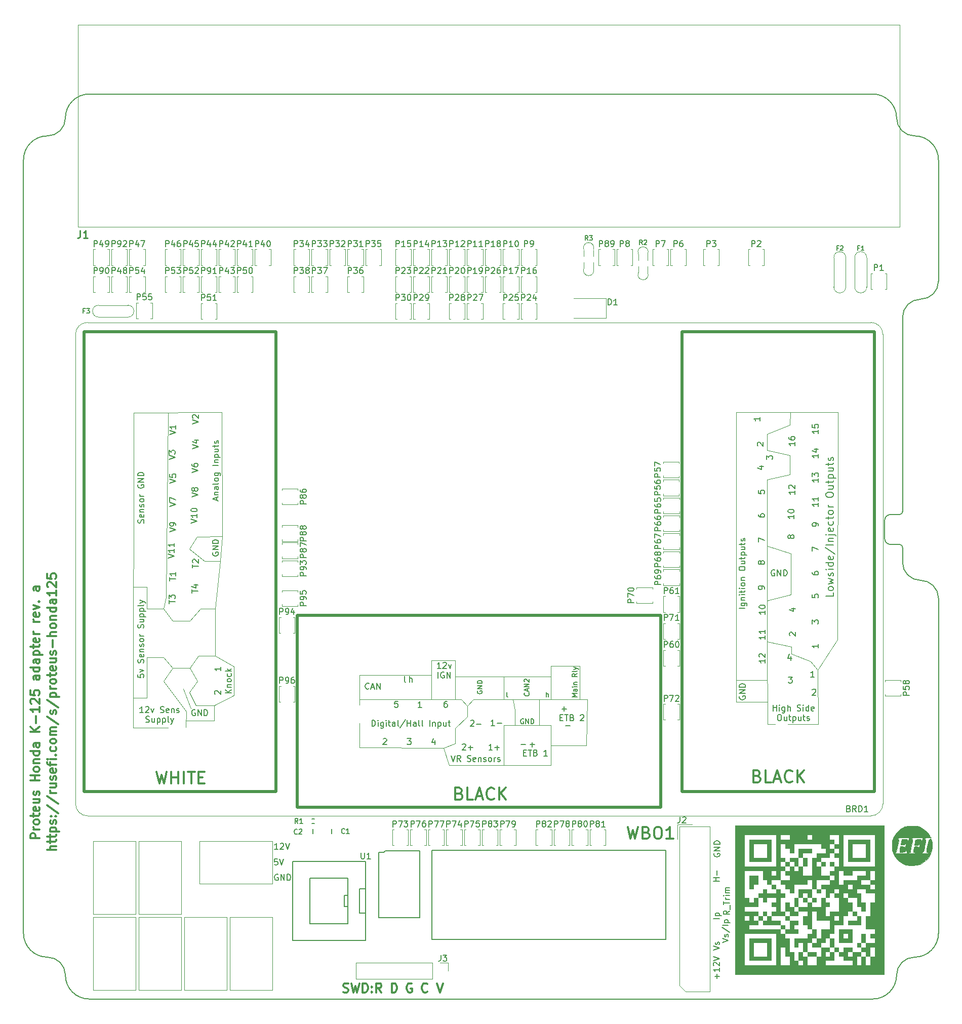
<source format=gto>
%TF.GenerationSoftware,KiCad,Pcbnew,(5.99.0-12439-g94954386e6)*%
%TF.CreationDate,2021-10-03T01:37:18+03:00*%
%TF.ProjectId,proteus125honda,70726f74-6575-4733-9132-35686f6e6461,rev?*%
%TF.SameCoordinates,Original*%
%TF.FileFunction,Legend,Top*%
%TF.FilePolarity,Positive*%
%FSLAX46Y46*%
G04 Gerber Fmt 4.6, Leading zero omitted, Abs format (unit mm)*
G04 Created by KiCad (PCBNEW (5.99.0-12439-g94954386e6)) date 2021-10-03 01:37:18*
%MOMM*%
%LPD*%
G01*
G04 APERTURE LIST*
%ADD10C,0.300000*%
%ADD11C,0.150000*%
%TA.AperFunction,Profile*%
%ADD12C,0.200000*%
%TD*%
%ADD13C,0.304800*%
%ADD14C,0.170000*%
%ADD15C,0.127000*%
%ADD16C,0.152400*%
%ADD17C,0.200000*%
%ADD18C,0.139700*%
%ADD19C,0.254000*%
%ADD20C,0.120000*%
%ADD21C,0.203200*%
%ADD22C,0.002540*%
%ADD23C,0.099060*%
%ADD24C,0.500000*%
%ADD25C,0.100000*%
G04 APERTURE END LIST*
D10*
X97678571Y-190935714D02*
X96178571Y-190935714D01*
X96178571Y-190364285D01*
X96250000Y-190221428D01*
X96321428Y-190150000D01*
X96464285Y-190078571D01*
X96678571Y-190078571D01*
X96821428Y-190150000D01*
X96892857Y-190221428D01*
X96964285Y-190364285D01*
X96964285Y-190935714D01*
X97678571Y-189435714D02*
X96678571Y-189435714D01*
X96964285Y-189435714D02*
X96821428Y-189364285D01*
X96750000Y-189292857D01*
X96678571Y-189150000D01*
X96678571Y-189007142D01*
X97678571Y-188292857D02*
X97607142Y-188435714D01*
X97535714Y-188507142D01*
X97392857Y-188578571D01*
X96964285Y-188578571D01*
X96821428Y-188507142D01*
X96750000Y-188435714D01*
X96678571Y-188292857D01*
X96678571Y-188078571D01*
X96750000Y-187935714D01*
X96821428Y-187864285D01*
X96964285Y-187792857D01*
X97392857Y-187792857D01*
X97535714Y-187864285D01*
X97607142Y-187935714D01*
X97678571Y-188078571D01*
X97678571Y-188292857D01*
X96678571Y-187364285D02*
X96678571Y-186792857D01*
X96178571Y-187150000D02*
X97464285Y-187150000D01*
X97607142Y-187078571D01*
X97678571Y-186935714D01*
X97678571Y-186792857D01*
X97607142Y-185721428D02*
X97678571Y-185864285D01*
X97678571Y-186150000D01*
X97607142Y-186292857D01*
X97464285Y-186364285D01*
X96892857Y-186364285D01*
X96750000Y-186292857D01*
X96678571Y-186150000D01*
X96678571Y-185864285D01*
X96750000Y-185721428D01*
X96892857Y-185650000D01*
X97035714Y-185650000D01*
X97178571Y-186364285D01*
X96678571Y-184364285D02*
X97678571Y-184364285D01*
X96678571Y-185007142D02*
X97464285Y-185007142D01*
X97607142Y-184935714D01*
X97678571Y-184792857D01*
X97678571Y-184578571D01*
X97607142Y-184435714D01*
X97535714Y-184364285D01*
X97607142Y-183721428D02*
X97678571Y-183578571D01*
X97678571Y-183292857D01*
X97607142Y-183150000D01*
X97464285Y-183078571D01*
X97392857Y-183078571D01*
X97250000Y-183150000D01*
X97178571Y-183292857D01*
X97178571Y-183507142D01*
X97107142Y-183650000D01*
X96964285Y-183721428D01*
X96892857Y-183721428D01*
X96750000Y-183650000D01*
X96678571Y-183507142D01*
X96678571Y-183292857D01*
X96750000Y-183150000D01*
X97678571Y-181292857D02*
X96178571Y-181292857D01*
X96892857Y-181292857D02*
X96892857Y-180435714D01*
X97678571Y-180435714D02*
X96178571Y-180435714D01*
X97678571Y-179507142D02*
X97607142Y-179650000D01*
X97535714Y-179721428D01*
X97392857Y-179792857D01*
X96964285Y-179792857D01*
X96821428Y-179721428D01*
X96750000Y-179650000D01*
X96678571Y-179507142D01*
X96678571Y-179292857D01*
X96750000Y-179150000D01*
X96821428Y-179078571D01*
X96964285Y-179007142D01*
X97392857Y-179007142D01*
X97535714Y-179078571D01*
X97607142Y-179150000D01*
X97678571Y-179292857D01*
X97678571Y-179507142D01*
X96678571Y-178364285D02*
X97678571Y-178364285D01*
X96821428Y-178364285D02*
X96750000Y-178292857D01*
X96678571Y-178150000D01*
X96678571Y-177935714D01*
X96750000Y-177792857D01*
X96892857Y-177721428D01*
X97678571Y-177721428D01*
X97678571Y-176364285D02*
X96178571Y-176364285D01*
X97607142Y-176364285D02*
X97678571Y-176507142D01*
X97678571Y-176792857D01*
X97607142Y-176935714D01*
X97535714Y-177007142D01*
X97392857Y-177078571D01*
X96964285Y-177078571D01*
X96821428Y-177007142D01*
X96750000Y-176935714D01*
X96678571Y-176792857D01*
X96678571Y-176507142D01*
X96750000Y-176364285D01*
X97678571Y-175007142D02*
X96892857Y-175007142D01*
X96750000Y-175078571D01*
X96678571Y-175221428D01*
X96678571Y-175507142D01*
X96750000Y-175650000D01*
X97607142Y-175007142D02*
X97678571Y-175150000D01*
X97678571Y-175507142D01*
X97607142Y-175650000D01*
X97464285Y-175721428D01*
X97321428Y-175721428D01*
X97178571Y-175650000D01*
X97107142Y-175507142D01*
X97107142Y-175150000D01*
X97035714Y-175007142D01*
X97678571Y-173150000D02*
X96178571Y-173150000D01*
X97678571Y-172292857D02*
X96821428Y-172935714D01*
X96178571Y-172292857D02*
X97035714Y-173150000D01*
X97107142Y-171650000D02*
X97107142Y-170507142D01*
X97678571Y-169007142D02*
X97678571Y-169864285D01*
X97678571Y-169435714D02*
X96178571Y-169435714D01*
X96392857Y-169578571D01*
X96535714Y-169721428D01*
X96607142Y-169864285D01*
X96321428Y-168435714D02*
X96250000Y-168364285D01*
X96178571Y-168221428D01*
X96178571Y-167864285D01*
X96250000Y-167721428D01*
X96321428Y-167650000D01*
X96464285Y-167578571D01*
X96607142Y-167578571D01*
X96821428Y-167650000D01*
X97678571Y-168507142D01*
X97678571Y-167578571D01*
X96178571Y-166221428D02*
X96178571Y-166935714D01*
X96892857Y-167007142D01*
X96821428Y-166935714D01*
X96750000Y-166792857D01*
X96750000Y-166435714D01*
X96821428Y-166292857D01*
X96892857Y-166221428D01*
X97035714Y-166150000D01*
X97392857Y-166150000D01*
X97535714Y-166221428D01*
X97607142Y-166292857D01*
X97678571Y-166435714D01*
X97678571Y-166792857D01*
X97607142Y-166935714D01*
X97535714Y-167007142D01*
X97678571Y-163721428D02*
X96892857Y-163721428D01*
X96750000Y-163792857D01*
X96678571Y-163935714D01*
X96678571Y-164221428D01*
X96750000Y-164364285D01*
X97607142Y-163721428D02*
X97678571Y-163864285D01*
X97678571Y-164221428D01*
X97607142Y-164364285D01*
X97464285Y-164435714D01*
X97321428Y-164435714D01*
X97178571Y-164364285D01*
X97107142Y-164221428D01*
X97107142Y-163864285D01*
X97035714Y-163721428D01*
X97678571Y-162364285D02*
X96178571Y-162364285D01*
X97607142Y-162364285D02*
X97678571Y-162507142D01*
X97678571Y-162792857D01*
X97607142Y-162935714D01*
X97535714Y-163007142D01*
X97392857Y-163078571D01*
X96964285Y-163078571D01*
X96821428Y-163007142D01*
X96750000Y-162935714D01*
X96678571Y-162792857D01*
X96678571Y-162507142D01*
X96750000Y-162364285D01*
X97678571Y-161007142D02*
X96892857Y-161007142D01*
X96750000Y-161078571D01*
X96678571Y-161221428D01*
X96678571Y-161507142D01*
X96750000Y-161650000D01*
X97607142Y-161007142D02*
X97678571Y-161150000D01*
X97678571Y-161507142D01*
X97607142Y-161650000D01*
X97464285Y-161721428D01*
X97321428Y-161721428D01*
X97178571Y-161650000D01*
X97107142Y-161507142D01*
X97107142Y-161150000D01*
X97035714Y-161007142D01*
X96678571Y-160292857D02*
X98178571Y-160292857D01*
X96750000Y-160292857D02*
X96678571Y-160150000D01*
X96678571Y-159864285D01*
X96750000Y-159721428D01*
X96821428Y-159650000D01*
X96964285Y-159578571D01*
X97392857Y-159578571D01*
X97535714Y-159650000D01*
X97607142Y-159721428D01*
X97678571Y-159864285D01*
X97678571Y-160150000D01*
X97607142Y-160292857D01*
X96678571Y-159150000D02*
X96678571Y-158578571D01*
X96178571Y-158935714D02*
X97464285Y-158935714D01*
X97607142Y-158864285D01*
X97678571Y-158721428D01*
X97678571Y-158578571D01*
X97607142Y-157507142D02*
X97678571Y-157650000D01*
X97678571Y-157935714D01*
X97607142Y-158078571D01*
X97464285Y-158150000D01*
X96892857Y-158150000D01*
X96750000Y-158078571D01*
X96678571Y-157935714D01*
X96678571Y-157650000D01*
X96750000Y-157507142D01*
X96892857Y-157435714D01*
X97035714Y-157435714D01*
X97178571Y-158150000D01*
X97678571Y-156792857D02*
X96678571Y-156792857D01*
X96964285Y-156792857D02*
X96821428Y-156721428D01*
X96750000Y-156650000D01*
X96678571Y-156507142D01*
X96678571Y-156364285D01*
X97678571Y-154721428D02*
X96678571Y-154721428D01*
X96964285Y-154721428D02*
X96821428Y-154650000D01*
X96750000Y-154578571D01*
X96678571Y-154435714D01*
X96678571Y-154292857D01*
X97607142Y-153221428D02*
X97678571Y-153364285D01*
X97678571Y-153650000D01*
X97607142Y-153792857D01*
X97464285Y-153864285D01*
X96892857Y-153864285D01*
X96750000Y-153792857D01*
X96678571Y-153650000D01*
X96678571Y-153364285D01*
X96750000Y-153221428D01*
X96892857Y-153150000D01*
X97035714Y-153150000D01*
X97178571Y-153864285D01*
X96678571Y-152650000D02*
X97678571Y-152292857D01*
X96678571Y-151935714D01*
X97535714Y-151364285D02*
X97607142Y-151292857D01*
X97678571Y-151364285D01*
X97607142Y-151435714D01*
X97535714Y-151364285D01*
X97678571Y-151364285D01*
X97678571Y-148864285D02*
X96892857Y-148864285D01*
X96750000Y-148935714D01*
X96678571Y-149078571D01*
X96678571Y-149364285D01*
X96750000Y-149507142D01*
X97607142Y-148864285D02*
X97678571Y-149007142D01*
X97678571Y-149364285D01*
X97607142Y-149507142D01*
X97464285Y-149578571D01*
X97321428Y-149578571D01*
X97178571Y-149507142D01*
X97107142Y-149364285D01*
X97107142Y-149007142D01*
X97035714Y-148864285D01*
D11*
X210971428Y-214361904D02*
X210971428Y-213600000D01*
X211352380Y-213980952D02*
X210590476Y-213980952D01*
X211352380Y-212600000D02*
X211352380Y-213171428D01*
X211352380Y-212885714D02*
X210352380Y-212885714D01*
X210495238Y-212980952D01*
X210590476Y-213076190D01*
X210638095Y-213171428D01*
X210447619Y-212219047D02*
X210400000Y-212171428D01*
X210352380Y-212076190D01*
X210352380Y-211838095D01*
X210400000Y-211742857D01*
X210447619Y-211695238D01*
X210542857Y-211647619D01*
X210638095Y-211647619D01*
X210780952Y-211695238D01*
X211352380Y-212266666D01*
X211352380Y-211647619D01*
X210352380Y-211361904D02*
X211352380Y-211028571D01*
X210352380Y-210695238D01*
D12*
X99000001Y-73500001D02*
G75*
G03*
X102000000Y-70500000I-1J3000000D01*
G01*
X248000000Y-97800000D02*
X248000000Y-77500000D01*
X101999996Y-213800002D02*
G75*
G03*
X105999998Y-217800000I4000000J2D01*
G01*
X106000000Y-66500000D02*
X237000000Y-66500000D01*
X244000002Y-210799998D02*
G75*
G03*
X248000000Y-206800000I0J3999998D01*
G01*
X241500000Y-141800000D02*
X240000000Y-141800000D01*
X106000000Y-217800000D02*
X237000000Y-217800000D01*
X239000003Y-140800003D02*
G75*
G03*
X240000000Y-141800000I999997J0D01*
G01*
X98999996Y-210799998D02*
G75*
G02*
X94999998Y-206800000I0J3999998D01*
G01*
X239000000Y-140800000D02*
X239000000Y-137800000D01*
X242000000Y-103800000D02*
G75*
G02*
X245000000Y-100800000I3000000J0D01*
G01*
X244000000Y-210800000D02*
G75*
G03*
X241000000Y-213800000I0J-3000000D01*
G01*
X101999997Y-70499999D02*
G75*
G02*
X106000000Y-66500000I4000001J-2D01*
G01*
X94999998Y-206800000D02*
X95000000Y-77500000D01*
X241000003Y-70499999D02*
G75*
G03*
X237000000Y-66500000I-4000001J-2D01*
G01*
X245000000Y-147800000D02*
G75*
G02*
X248000000Y-150800000I0J-3000000D01*
G01*
X240000000Y-136800000D02*
X241500000Y-136800000D01*
X98999998Y-210800000D02*
G75*
G02*
X101999998Y-213800000I0J-3000000D01*
G01*
X243999999Y-73500001D02*
G75*
G02*
X241000000Y-70500000I1J3000000D01*
G01*
X241500001Y-141799999D02*
G75*
G02*
X242000000Y-142300000I-1J-500000D01*
G01*
X241500001Y-136799999D02*
G75*
G03*
X242000000Y-136300000I0J499999D01*
G01*
X238999997Y-137799997D02*
G75*
G02*
X240000000Y-136800000I1000000J-3D01*
G01*
X242000000Y-136300000D02*
X242000000Y-103800000D01*
X242000000Y-144800000D02*
X242000000Y-142300000D01*
X245000000Y-100800000D02*
G75*
G03*
X248000000Y-97800000I0J3000000D01*
G01*
X241000002Y-213800002D02*
G75*
G02*
X237000000Y-217800000I-4000000J2D01*
G01*
X98999999Y-73500001D02*
G75*
G03*
X95000000Y-77500000I0J-3999999D01*
G01*
X242000000Y-144800000D02*
G75*
G03*
X245000000Y-147800000I3000000J0D01*
G01*
X248000000Y-206800000D02*
X248000000Y-150800000D01*
X244000001Y-73500001D02*
G75*
G02*
X248000000Y-77500000I0J-3999999D01*
G01*
D11*
X137467785Y-194392380D02*
X136991595Y-194392380D01*
X136943976Y-194868571D01*
X136991595Y-194820952D01*
X137086833Y-194773333D01*
X137324928Y-194773333D01*
X137420166Y-194820952D01*
X137467785Y-194868571D01*
X137515404Y-194963809D01*
X137515404Y-195201904D01*
X137467785Y-195297142D01*
X137420166Y-195344761D01*
X137324928Y-195392380D01*
X137086833Y-195392380D01*
X136991595Y-195344761D01*
X136943976Y-195297142D01*
X137801119Y-194392380D02*
X138134452Y-195392380D01*
X138467785Y-194392380D01*
X213052380Y-203066666D02*
X212576190Y-203400000D01*
X213052380Y-203638095D02*
X212052380Y-203638095D01*
X212052380Y-203257142D01*
X212100000Y-203161904D01*
X212147619Y-203114285D01*
X212242857Y-203066666D01*
X212385714Y-203066666D01*
X212480952Y-203114285D01*
X212528571Y-203161904D01*
X212576190Y-203257142D01*
X212576190Y-203638095D01*
X213147619Y-202876190D02*
X213147619Y-202114285D01*
X212052380Y-202019047D02*
X212052380Y-201447619D01*
X213052380Y-201733333D02*
X212052380Y-201733333D01*
X213052380Y-201114285D02*
X212385714Y-201114285D01*
X212576190Y-201114285D02*
X212480952Y-201066666D01*
X212433333Y-201019047D01*
X212385714Y-200923809D01*
X212385714Y-200828571D01*
X213052380Y-200495238D02*
X212385714Y-200495238D01*
X212052380Y-200495238D02*
X212100000Y-200542857D01*
X212147619Y-200495238D01*
X212100000Y-200447619D01*
X212052380Y-200495238D01*
X212147619Y-200495238D01*
X213052380Y-200019047D02*
X212385714Y-200019047D01*
X212480952Y-200019047D02*
X212433333Y-199971428D01*
X212385714Y-199876190D01*
X212385714Y-199733333D01*
X212433333Y-199638095D01*
X212528571Y-199590476D01*
X213052380Y-199590476D01*
X212528571Y-199590476D02*
X212433333Y-199542857D01*
X212385714Y-199447619D01*
X212385714Y-199304761D01*
X212433333Y-199209523D01*
X212528571Y-199161904D01*
X213052380Y-199161904D01*
X210500000Y-193461904D02*
X210452380Y-193557142D01*
X210452380Y-193700000D01*
X210500000Y-193842857D01*
X210595238Y-193938095D01*
X210690476Y-193985714D01*
X210880952Y-194033333D01*
X211023809Y-194033333D01*
X211214285Y-193985714D01*
X211309523Y-193938095D01*
X211404761Y-193842857D01*
X211452380Y-193700000D01*
X211452380Y-193604761D01*
X211404761Y-193461904D01*
X211357142Y-193414285D01*
X211023809Y-193414285D01*
X211023809Y-193604761D01*
X211452380Y-192985714D02*
X210452380Y-192985714D01*
X211452380Y-192414285D01*
X210452380Y-192414285D01*
X211452380Y-191938095D02*
X210452380Y-191938095D01*
X210452380Y-191700000D01*
X210500000Y-191557142D01*
X210595238Y-191461904D01*
X210690476Y-191414285D01*
X210880952Y-191366666D01*
X211023809Y-191366666D01*
X211214285Y-191414285D01*
X211309523Y-191461904D01*
X211404761Y-191557142D01*
X211452380Y-191700000D01*
X211452380Y-191938095D01*
X137559404Y-192752380D02*
X136987976Y-192752380D01*
X137273690Y-192752380D02*
X137273690Y-191752380D01*
X137178452Y-191895238D01*
X137083214Y-191990476D01*
X136987976Y-192038095D01*
X137940357Y-191847619D02*
X137987976Y-191800000D01*
X138083214Y-191752380D01*
X138321309Y-191752380D01*
X138416547Y-191800000D01*
X138464166Y-191847619D01*
X138511785Y-191942857D01*
X138511785Y-192038095D01*
X138464166Y-192180952D01*
X137892738Y-192752380D01*
X138511785Y-192752380D01*
X138797500Y-191752380D02*
X139130833Y-192752380D01*
X139464166Y-191752380D01*
X211352380Y-204352380D02*
X210352380Y-204352380D01*
X210685714Y-203876190D02*
X211685714Y-203876190D01*
X210733333Y-203876190D02*
X210685714Y-203780952D01*
X210685714Y-203590476D01*
X210733333Y-203495238D01*
X210780952Y-203447619D01*
X210876190Y-203400000D01*
X211161904Y-203400000D01*
X211257142Y-203447619D01*
X211304761Y-203495238D01*
X211352380Y-203590476D01*
X211352380Y-203780952D01*
X211304761Y-203876190D01*
X210352380Y-209638095D02*
X211352380Y-209304761D01*
X210352380Y-208971428D01*
X211304761Y-208685714D02*
X211352380Y-208590476D01*
X211352380Y-208400000D01*
X211304761Y-208304761D01*
X211209523Y-208257142D01*
X211161904Y-208257142D01*
X211066666Y-208304761D01*
X211019047Y-208400000D01*
X211019047Y-208542857D01*
X210971428Y-208638095D01*
X210876190Y-208685714D01*
X210828571Y-208685714D01*
X210733333Y-208638095D01*
X210685714Y-208542857D01*
X210685714Y-208400000D01*
X210733333Y-208304761D01*
D10*
X196042857Y-189004761D02*
X196519047Y-191004761D01*
X196900000Y-189576190D01*
X197280952Y-191004761D01*
X197757142Y-189004761D01*
X199185714Y-189957142D02*
X199471428Y-190052380D01*
X199566666Y-190147619D01*
X199661904Y-190338095D01*
X199661904Y-190623809D01*
X199566666Y-190814285D01*
X199471428Y-190909523D01*
X199280952Y-191004761D01*
X198519047Y-191004761D01*
X198519047Y-189004761D01*
X199185714Y-189004761D01*
X199376190Y-189100000D01*
X199471428Y-189195238D01*
X199566666Y-189385714D01*
X199566666Y-189576190D01*
X199471428Y-189766666D01*
X199376190Y-189861904D01*
X199185714Y-189957142D01*
X198519047Y-189957142D01*
X200900000Y-189004761D02*
X201280952Y-189004761D01*
X201471428Y-189100000D01*
X201661904Y-189290476D01*
X201757142Y-189671428D01*
X201757142Y-190338095D01*
X201661904Y-190719047D01*
X201471428Y-190909523D01*
X201280952Y-191004761D01*
X200900000Y-191004761D01*
X200709523Y-190909523D01*
X200519047Y-190719047D01*
X200423809Y-190338095D01*
X200423809Y-189671428D01*
X200519047Y-189290476D01*
X200709523Y-189100000D01*
X200900000Y-189004761D01*
X203661904Y-191004761D02*
X202519047Y-191004761D01*
X203090476Y-191004761D02*
X203090476Y-189004761D01*
X202900000Y-189290476D01*
X202709523Y-189480952D01*
X202519047Y-189576190D01*
D11*
X211352380Y-198104761D02*
X210352380Y-198104761D01*
X210828571Y-198104761D02*
X210828571Y-197533333D01*
X211352380Y-197533333D02*
X210352380Y-197533333D01*
X210971428Y-197057142D02*
X210971428Y-196295238D01*
D13*
X159929143Y-215238000D02*
X159784001Y-215165428D01*
X159566286Y-215165428D01*
X159348572Y-215238000D01*
X159203429Y-215383142D01*
X159130858Y-215528285D01*
X159058286Y-215818571D01*
X159058286Y-216036285D01*
X159130858Y-216326571D01*
X159203429Y-216471714D01*
X159348572Y-216616857D01*
X159566286Y-216689428D01*
X159711429Y-216689428D01*
X159929143Y-216616857D01*
X160001715Y-216544285D01*
X160001715Y-216036285D01*
X159711429Y-216036285D01*
D10*
X100478571Y-192871428D02*
X98978571Y-192871428D01*
X100478571Y-192228571D02*
X99692857Y-192228571D01*
X99550000Y-192300000D01*
X99478571Y-192442857D01*
X99478571Y-192657142D01*
X99550000Y-192800000D01*
X99621428Y-192871428D01*
X99478571Y-191728571D02*
X99478571Y-191157142D01*
X98978571Y-191514285D02*
X100264285Y-191514285D01*
X100407142Y-191442857D01*
X100478571Y-191300000D01*
X100478571Y-191157142D01*
X99478571Y-190871428D02*
X99478571Y-190300000D01*
X98978571Y-190657142D02*
X100264285Y-190657142D01*
X100407142Y-190585714D01*
X100478571Y-190442857D01*
X100478571Y-190300000D01*
X99478571Y-189800000D02*
X100978571Y-189800000D01*
X99550000Y-189800000D02*
X99478571Y-189657142D01*
X99478571Y-189371428D01*
X99550000Y-189228571D01*
X99621428Y-189157142D01*
X99764285Y-189085714D01*
X100192857Y-189085714D01*
X100335714Y-189157142D01*
X100407142Y-189228571D01*
X100478571Y-189371428D01*
X100478571Y-189657142D01*
X100407142Y-189800000D01*
X100407142Y-188514285D02*
X100478571Y-188371428D01*
X100478571Y-188085714D01*
X100407142Y-187942857D01*
X100264285Y-187871428D01*
X100192857Y-187871428D01*
X100050000Y-187942857D01*
X99978571Y-188085714D01*
X99978571Y-188300000D01*
X99907142Y-188442857D01*
X99764285Y-188514285D01*
X99692857Y-188514285D01*
X99550000Y-188442857D01*
X99478571Y-188300000D01*
X99478571Y-188085714D01*
X99550000Y-187942857D01*
X100335714Y-187228571D02*
X100407142Y-187157142D01*
X100478571Y-187228571D01*
X100407142Y-187300000D01*
X100335714Y-187228571D01*
X100478571Y-187228571D01*
X99550000Y-187228571D02*
X99621428Y-187157142D01*
X99692857Y-187228571D01*
X99621428Y-187300000D01*
X99550000Y-187228571D01*
X99692857Y-187228571D01*
X98907142Y-185442857D02*
X100835714Y-186728571D01*
X98907142Y-183871428D02*
X100835714Y-185157142D01*
X100478571Y-183371428D02*
X99478571Y-183371428D01*
X99764285Y-183371428D02*
X99621428Y-183300000D01*
X99550000Y-183228571D01*
X99478571Y-183085714D01*
X99478571Y-182942857D01*
X99478571Y-181800000D02*
X100478571Y-181800000D01*
X99478571Y-182442857D02*
X100264285Y-182442857D01*
X100407142Y-182371428D01*
X100478571Y-182228571D01*
X100478571Y-182014285D01*
X100407142Y-181871428D01*
X100335714Y-181800000D01*
X100407142Y-181157142D02*
X100478571Y-181014285D01*
X100478571Y-180728571D01*
X100407142Y-180585714D01*
X100264285Y-180514285D01*
X100192857Y-180514285D01*
X100050000Y-180585714D01*
X99978571Y-180728571D01*
X99978571Y-180942857D01*
X99907142Y-181085714D01*
X99764285Y-181157142D01*
X99692857Y-181157142D01*
X99550000Y-181085714D01*
X99478571Y-180942857D01*
X99478571Y-180728571D01*
X99550000Y-180585714D01*
X100407142Y-179300000D02*
X100478571Y-179442857D01*
X100478571Y-179728571D01*
X100407142Y-179871428D01*
X100264285Y-179942857D01*
X99692857Y-179942857D01*
X99550000Y-179871428D01*
X99478571Y-179728571D01*
X99478571Y-179442857D01*
X99550000Y-179300000D01*
X99692857Y-179228571D01*
X99835714Y-179228571D01*
X99978571Y-179942857D01*
X99478571Y-178800000D02*
X99478571Y-178228571D01*
X100478571Y-178585714D02*
X99192857Y-178585714D01*
X99050000Y-178514285D01*
X98978571Y-178371428D01*
X98978571Y-178228571D01*
X100478571Y-177728571D02*
X99478571Y-177728571D01*
X98978571Y-177728571D02*
X99050000Y-177800000D01*
X99121428Y-177728571D01*
X99050000Y-177657142D01*
X98978571Y-177728571D01*
X99121428Y-177728571D01*
X100335714Y-177014285D02*
X100407142Y-176942857D01*
X100478571Y-177014285D01*
X100407142Y-177085714D01*
X100335714Y-177014285D01*
X100478571Y-177014285D01*
X100407142Y-175657142D02*
X100478571Y-175800000D01*
X100478571Y-176085714D01*
X100407142Y-176228571D01*
X100335714Y-176300000D01*
X100192857Y-176371428D01*
X99764285Y-176371428D01*
X99621428Y-176300000D01*
X99550000Y-176228571D01*
X99478571Y-176085714D01*
X99478571Y-175800000D01*
X99550000Y-175657142D01*
X100478571Y-174800000D02*
X100407142Y-174942857D01*
X100335714Y-175014285D01*
X100192857Y-175085714D01*
X99764285Y-175085714D01*
X99621428Y-175014285D01*
X99550000Y-174942857D01*
X99478571Y-174800000D01*
X99478571Y-174585714D01*
X99550000Y-174442857D01*
X99621428Y-174371428D01*
X99764285Y-174300000D01*
X100192857Y-174300000D01*
X100335714Y-174371428D01*
X100407142Y-174442857D01*
X100478571Y-174585714D01*
X100478571Y-174800000D01*
X100478571Y-173657142D02*
X99478571Y-173657142D01*
X99621428Y-173657142D02*
X99550000Y-173585714D01*
X99478571Y-173442857D01*
X99478571Y-173228571D01*
X99550000Y-173085714D01*
X99692857Y-173014285D01*
X100478571Y-173014285D01*
X99692857Y-173014285D02*
X99550000Y-172942857D01*
X99478571Y-172800000D01*
X99478571Y-172585714D01*
X99550000Y-172442857D01*
X99692857Y-172371428D01*
X100478571Y-172371428D01*
X98907142Y-170585714D02*
X100835714Y-171871428D01*
X100407142Y-170157142D02*
X100478571Y-170014285D01*
X100478571Y-169728571D01*
X100407142Y-169585714D01*
X100264285Y-169514285D01*
X100192857Y-169514285D01*
X100050000Y-169585714D01*
X99978571Y-169728571D01*
X99978571Y-169942857D01*
X99907142Y-170085714D01*
X99764285Y-170157142D01*
X99692857Y-170157142D01*
X99550000Y-170085714D01*
X99478571Y-169942857D01*
X99478571Y-169728571D01*
X99550000Y-169585714D01*
X98907142Y-167800000D02*
X100835714Y-169085714D01*
X99478571Y-167300000D02*
X100978571Y-167300000D01*
X99550000Y-167300000D02*
X99478571Y-167157142D01*
X99478571Y-166871428D01*
X99550000Y-166728571D01*
X99621428Y-166657142D01*
X99764285Y-166585714D01*
X100192857Y-166585714D01*
X100335714Y-166657142D01*
X100407142Y-166728571D01*
X100478571Y-166871428D01*
X100478571Y-167157142D01*
X100407142Y-167300000D01*
X100478571Y-165942857D02*
X99478571Y-165942857D01*
X99764285Y-165942857D02*
X99621428Y-165871428D01*
X99550000Y-165800000D01*
X99478571Y-165657142D01*
X99478571Y-165514285D01*
X100478571Y-164800000D02*
X100407142Y-164942857D01*
X100335714Y-165014285D01*
X100192857Y-165085714D01*
X99764285Y-165085714D01*
X99621428Y-165014285D01*
X99550000Y-164942857D01*
X99478571Y-164800000D01*
X99478571Y-164585714D01*
X99550000Y-164442857D01*
X99621428Y-164371428D01*
X99764285Y-164300000D01*
X100192857Y-164300000D01*
X100335714Y-164371428D01*
X100407142Y-164442857D01*
X100478571Y-164585714D01*
X100478571Y-164800000D01*
X99478571Y-163871428D02*
X99478571Y-163300000D01*
X98978571Y-163657142D02*
X100264285Y-163657142D01*
X100407142Y-163585714D01*
X100478571Y-163442857D01*
X100478571Y-163300000D01*
X100407142Y-162228571D02*
X100478571Y-162371428D01*
X100478571Y-162657142D01*
X100407142Y-162800000D01*
X100264285Y-162871428D01*
X99692857Y-162871428D01*
X99550000Y-162800000D01*
X99478571Y-162657142D01*
X99478571Y-162371428D01*
X99550000Y-162228571D01*
X99692857Y-162157142D01*
X99835714Y-162157142D01*
X99978571Y-162871428D01*
X99478571Y-160871428D02*
X100478571Y-160871428D01*
X99478571Y-161514285D02*
X100264285Y-161514285D01*
X100407142Y-161442857D01*
X100478571Y-161300000D01*
X100478571Y-161085714D01*
X100407142Y-160942857D01*
X100335714Y-160871428D01*
X100407142Y-160228571D02*
X100478571Y-160085714D01*
X100478571Y-159800000D01*
X100407142Y-159657142D01*
X100264285Y-159585714D01*
X100192857Y-159585714D01*
X100050000Y-159657142D01*
X99978571Y-159800000D01*
X99978571Y-160014285D01*
X99907142Y-160157142D01*
X99764285Y-160228571D01*
X99692857Y-160228571D01*
X99550000Y-160157142D01*
X99478571Y-160014285D01*
X99478571Y-159800000D01*
X99550000Y-159657142D01*
X99907142Y-158942857D02*
X99907142Y-157800000D01*
X100478571Y-157085714D02*
X98978571Y-157085714D01*
X100478571Y-156442857D02*
X99692857Y-156442857D01*
X99550000Y-156514285D01*
X99478571Y-156657142D01*
X99478571Y-156871428D01*
X99550000Y-157014285D01*
X99621428Y-157085714D01*
X100478571Y-155514285D02*
X100407142Y-155657142D01*
X100335714Y-155728571D01*
X100192857Y-155800000D01*
X99764285Y-155800000D01*
X99621428Y-155728571D01*
X99550000Y-155657142D01*
X99478571Y-155514285D01*
X99478571Y-155300000D01*
X99550000Y-155157142D01*
X99621428Y-155085714D01*
X99764285Y-155014285D01*
X100192857Y-155014285D01*
X100335714Y-155085714D01*
X100407142Y-155157142D01*
X100478571Y-155300000D01*
X100478571Y-155514285D01*
X99478571Y-154371428D02*
X100478571Y-154371428D01*
X99621428Y-154371428D02*
X99550000Y-154300000D01*
X99478571Y-154157142D01*
X99478571Y-153942857D01*
X99550000Y-153800000D01*
X99692857Y-153728571D01*
X100478571Y-153728571D01*
X100478571Y-152371428D02*
X98978571Y-152371428D01*
X100407142Y-152371428D02*
X100478571Y-152514285D01*
X100478571Y-152800000D01*
X100407142Y-152942857D01*
X100335714Y-153014285D01*
X100192857Y-153085714D01*
X99764285Y-153085714D01*
X99621428Y-153014285D01*
X99550000Y-152942857D01*
X99478571Y-152800000D01*
X99478571Y-152514285D01*
X99550000Y-152371428D01*
X100478571Y-151014285D02*
X99692857Y-151014285D01*
X99550000Y-151085714D01*
X99478571Y-151228571D01*
X99478571Y-151514285D01*
X99550000Y-151657142D01*
X100407142Y-151014285D02*
X100478571Y-151157142D01*
X100478571Y-151514285D01*
X100407142Y-151657142D01*
X100264285Y-151728571D01*
X100121428Y-151728571D01*
X99978571Y-151657142D01*
X99907142Y-151514285D01*
X99907142Y-151157142D01*
X99835714Y-151014285D01*
X100478571Y-149514285D02*
X100478571Y-150371428D01*
X100478571Y-149942857D02*
X98978571Y-149942857D01*
X99192857Y-150085714D01*
X99335714Y-150228571D01*
X99407142Y-150371428D01*
X99121428Y-148942857D02*
X99050000Y-148871428D01*
X98978571Y-148728571D01*
X98978571Y-148371428D01*
X99050000Y-148228571D01*
X99121428Y-148157142D01*
X99264285Y-148085714D01*
X99407142Y-148085714D01*
X99621428Y-148157142D01*
X100478571Y-149014285D01*
X100478571Y-148085714D01*
X98978571Y-146728571D02*
X98978571Y-147442857D01*
X99692857Y-147514285D01*
X99621428Y-147442857D01*
X99550000Y-147300000D01*
X99550000Y-146942857D01*
X99621428Y-146800000D01*
X99692857Y-146728571D01*
X99835714Y-146657142D01*
X100192857Y-146657142D01*
X100335714Y-146728571D01*
X100407142Y-146800000D01*
X100478571Y-146942857D01*
X100478571Y-147300000D01*
X100407142Y-147442857D01*
X100335714Y-147514285D01*
D11*
X211852380Y-208352380D02*
X212852380Y-208019047D01*
X211852380Y-207685714D01*
X212804761Y-207400000D02*
X212852380Y-207304761D01*
X212852380Y-207114285D01*
X212804761Y-207019047D01*
X212709523Y-206971428D01*
X212661904Y-206971428D01*
X212566666Y-207019047D01*
X212519047Y-207114285D01*
X212519047Y-207257142D01*
X212471428Y-207352380D01*
X212376190Y-207400000D01*
X212328571Y-207400000D01*
X212233333Y-207352380D01*
X212185714Y-207257142D01*
X212185714Y-207114285D01*
X212233333Y-207019047D01*
X211804761Y-205828571D02*
X213090476Y-206685714D01*
X212852380Y-205495238D02*
X211852380Y-205495238D01*
X212185714Y-205019047D02*
X213185714Y-205019047D01*
X212233333Y-205019047D02*
X212185714Y-204923809D01*
X212185714Y-204733333D01*
X212233333Y-204638095D01*
X212280952Y-204590476D01*
X212376190Y-204542857D01*
X212661904Y-204542857D01*
X212757142Y-204590476D01*
X212804761Y-204638095D01*
X212852380Y-204733333D01*
X212852380Y-204923809D01*
X212804761Y-205019047D01*
D13*
X156590857Y-216689428D02*
X156590857Y-215165428D01*
X156953714Y-215165428D01*
X157171428Y-215238000D01*
X157316571Y-215383142D01*
X157389142Y-215528285D01*
X157461714Y-215818571D01*
X157461714Y-216036285D01*
X157389142Y-216326571D01*
X157316571Y-216471714D01*
X157171428Y-216616857D01*
X156953714Y-216689428D01*
X156590857Y-216689428D01*
X148462857Y-216616857D02*
X148680571Y-216689428D01*
X149043428Y-216689428D01*
X149188571Y-216616857D01*
X149261142Y-216544285D01*
X149333714Y-216399142D01*
X149333714Y-216254000D01*
X149261142Y-216108857D01*
X149188571Y-216036285D01*
X149043428Y-215963714D01*
X148753142Y-215891142D01*
X148608000Y-215818571D01*
X148535428Y-215746000D01*
X148462857Y-215600857D01*
X148462857Y-215455714D01*
X148535428Y-215310571D01*
X148608000Y-215238000D01*
X148753142Y-215165428D01*
X149116000Y-215165428D01*
X149333714Y-215238000D01*
X149841714Y-215165428D02*
X150204571Y-216689428D01*
X150494857Y-215600857D01*
X150785142Y-216689428D01*
X151148000Y-215165428D01*
X151728571Y-216689428D02*
X151728571Y-215165428D01*
X152091428Y-215165428D01*
X152309142Y-215238000D01*
X152454285Y-215383142D01*
X152526857Y-215528285D01*
X152599428Y-215818571D01*
X152599428Y-216036285D01*
X152526857Y-216326571D01*
X152454285Y-216471714D01*
X152309142Y-216616857D01*
X152091428Y-216689428D01*
X151728571Y-216689428D01*
X153252571Y-216544285D02*
X153325142Y-216616857D01*
X153252571Y-216689428D01*
X153180000Y-216616857D01*
X153252571Y-216544285D01*
X153252571Y-216689428D01*
X153252571Y-215746000D02*
X153325142Y-215818571D01*
X153252571Y-215891142D01*
X153180000Y-215818571D01*
X153252571Y-215746000D01*
X153252571Y-215891142D01*
X154849142Y-216689428D02*
X154341142Y-215963714D01*
X153978285Y-216689428D02*
X153978285Y-215165428D01*
X154558857Y-215165428D01*
X154704000Y-215238000D01*
X154776571Y-215310571D01*
X154849142Y-215455714D01*
X154849142Y-215673428D01*
X154776571Y-215818571D01*
X154704000Y-215891142D01*
X154558857Y-215963714D01*
X153978285Y-215963714D01*
D11*
X137559404Y-197000000D02*
X137464166Y-196952380D01*
X137321309Y-196952380D01*
X137178452Y-197000000D01*
X137083214Y-197095238D01*
X137035595Y-197190476D01*
X136987976Y-197380952D01*
X136987976Y-197523809D01*
X137035595Y-197714285D01*
X137083214Y-197809523D01*
X137178452Y-197904761D01*
X137321309Y-197952380D01*
X137416547Y-197952380D01*
X137559404Y-197904761D01*
X137607023Y-197857142D01*
X137607023Y-197523809D01*
X137416547Y-197523809D01*
X138035595Y-197952380D02*
X138035595Y-196952380D01*
X138607023Y-197952380D01*
X138607023Y-196952380D01*
X139083214Y-197952380D02*
X139083214Y-196952380D01*
X139321309Y-196952380D01*
X139464166Y-197000000D01*
X139559404Y-197095238D01*
X139607023Y-197190476D01*
X139654642Y-197380952D01*
X139654642Y-197523809D01*
X139607023Y-197714285D01*
X139559404Y-197809523D01*
X139464166Y-197904761D01*
X139321309Y-197952380D01*
X139083214Y-197952380D01*
D13*
X162541714Y-216544285D02*
X162469142Y-216616857D01*
X162251428Y-216689428D01*
X162106285Y-216689428D01*
X161888571Y-216616857D01*
X161743428Y-216471714D01*
X161670857Y-216326571D01*
X161598285Y-216036285D01*
X161598285Y-215818571D01*
X161670857Y-215528285D01*
X161743428Y-215383142D01*
X161888571Y-215238000D01*
X162106285Y-215165428D01*
X162251428Y-215165428D01*
X162469142Y-215238000D01*
X162541714Y-215310571D01*
X164102000Y-215165428D02*
X164610000Y-216689428D01*
X165118000Y-215165428D01*
D11*
%TO.C,J2*%
X204766666Y-187352380D02*
X204766666Y-188066666D01*
X204719047Y-188209523D01*
X204623809Y-188304761D01*
X204480952Y-188352380D01*
X204385714Y-188352380D01*
X205195238Y-187447619D02*
X205242857Y-187400000D01*
X205338095Y-187352380D01*
X205576190Y-187352380D01*
X205671428Y-187400000D01*
X205719047Y-187447619D01*
X205766666Y-187542857D01*
X205766666Y-187638095D01*
X205719047Y-187780952D01*
X205147619Y-188352380D01*
X205766666Y-188352380D01*
%TO.C,P69*%
X201552379Y-148514285D02*
X200552379Y-148514285D01*
X200552379Y-148133333D01*
X200599999Y-148038095D01*
X200647618Y-147990476D01*
X200742856Y-147942857D01*
X200885713Y-147942857D01*
X200980951Y-147990476D01*
X201028570Y-148038095D01*
X201076189Y-148133333D01*
X201076189Y-148514285D01*
X200552379Y-147085714D02*
X200552379Y-147276190D01*
X200599999Y-147371428D01*
X200647618Y-147419047D01*
X200790475Y-147514285D01*
X200980951Y-147561904D01*
X201361903Y-147561904D01*
X201457141Y-147514285D01*
X201504760Y-147466666D01*
X201552379Y-147371428D01*
X201552379Y-147180952D01*
X201504760Y-147085714D01*
X201457141Y-147038095D01*
X201361903Y-146990476D01*
X201123808Y-146990476D01*
X201028570Y-147038095D01*
X200980951Y-147085714D01*
X200933332Y-147180952D01*
X200933332Y-147371428D01*
X200980951Y-147466666D01*
X201028570Y-147514285D01*
X201123808Y-147561904D01*
X201552379Y-146514285D02*
X201552379Y-146323809D01*
X201504760Y-146228571D01*
X201457141Y-146180952D01*
X201314284Y-146085714D01*
X201123808Y-146038095D01*
X200742856Y-146038095D01*
X200647618Y-146085714D01*
X200599999Y-146133333D01*
X200552379Y-146228571D01*
X200552379Y-146419047D01*
X200599999Y-146514285D01*
X200647618Y-146561904D01*
X200742856Y-146609523D01*
X200980951Y-146609523D01*
X201076189Y-146561904D01*
X201123808Y-146514285D01*
X201171427Y-146419047D01*
X201171427Y-146228571D01*
X201123808Y-146133333D01*
X201076189Y-146085714D01*
X200980951Y-146038095D01*
%TO.C,P12*%
X166285714Y-92002380D02*
X166285714Y-91002380D01*
X166666666Y-91002380D01*
X166761904Y-91050000D01*
X166809523Y-91097619D01*
X166857142Y-91192857D01*
X166857142Y-91335714D01*
X166809523Y-91430952D01*
X166761904Y-91478571D01*
X166666666Y-91526190D01*
X166285714Y-91526190D01*
X167809523Y-92002380D02*
X167238095Y-92002380D01*
X167523809Y-92002380D02*
X167523809Y-91002380D01*
X167428571Y-91145238D01*
X167333333Y-91240476D01*
X167238095Y-91288095D01*
X168190476Y-91097619D02*
X168238095Y-91050000D01*
X168333333Y-91002380D01*
X168571428Y-91002380D01*
X168666666Y-91050000D01*
X168714285Y-91097619D01*
X168761904Y-91192857D01*
X168761904Y-91288095D01*
X168714285Y-91430952D01*
X168142857Y-92002380D01*
X168761904Y-92002380D01*
%TO.C,P51*%
X124785714Y-101002380D02*
X124785714Y-100002380D01*
X125166666Y-100002380D01*
X125261904Y-100050000D01*
X125309523Y-100097619D01*
X125357142Y-100192857D01*
X125357142Y-100335714D01*
X125309523Y-100430952D01*
X125261904Y-100478571D01*
X125166666Y-100526190D01*
X124785714Y-100526190D01*
X126261904Y-100002380D02*
X125785714Y-100002380D01*
X125738095Y-100478571D01*
X125785714Y-100430952D01*
X125880952Y-100383333D01*
X126119047Y-100383333D01*
X126214285Y-100430952D01*
X126261904Y-100478571D01*
X126309523Y-100573809D01*
X126309523Y-100811904D01*
X126261904Y-100907142D01*
X126214285Y-100954761D01*
X126119047Y-101002380D01*
X125880952Y-101002380D01*
X125785714Y-100954761D01*
X125738095Y-100907142D01*
X127261904Y-101002380D02*
X126690476Y-101002380D01*
X126976190Y-101002380D02*
X126976190Y-100002380D01*
X126880952Y-100145238D01*
X126785714Y-100240476D01*
X126690476Y-100288095D01*
%TO.C,P86*%
X142252379Y-135014285D02*
X141252379Y-135014285D01*
X141252379Y-134633333D01*
X141299999Y-134538095D01*
X141347618Y-134490476D01*
X141442856Y-134442857D01*
X141585713Y-134442857D01*
X141680951Y-134490476D01*
X141728570Y-134538095D01*
X141776189Y-134633333D01*
X141776189Y-135014285D01*
X141680951Y-133871428D02*
X141633332Y-133966666D01*
X141585713Y-134014285D01*
X141490475Y-134061904D01*
X141442856Y-134061904D01*
X141347618Y-134014285D01*
X141299999Y-133966666D01*
X141252379Y-133871428D01*
X141252379Y-133680952D01*
X141299999Y-133585714D01*
X141347618Y-133538095D01*
X141442856Y-133490476D01*
X141490475Y-133490476D01*
X141585713Y-133538095D01*
X141633332Y-133585714D01*
X141680951Y-133680952D01*
X141680951Y-133871428D01*
X141728570Y-133966666D01*
X141776189Y-134014285D01*
X141871427Y-134061904D01*
X142061903Y-134061904D01*
X142157141Y-134014285D01*
X142204760Y-133966666D01*
X142252379Y-133871428D01*
X142252379Y-133680952D01*
X142204760Y-133585714D01*
X142157141Y-133538095D01*
X142061903Y-133490476D01*
X141871427Y-133490476D01*
X141776189Y-133538095D01*
X141728570Y-133585714D01*
X141680951Y-133680952D01*
X141252379Y-132633333D02*
X141252379Y-132823809D01*
X141299999Y-132919047D01*
X141347618Y-132966666D01*
X141490475Y-133061904D01*
X141680951Y-133109523D01*
X142061903Y-133109523D01*
X142157141Y-133061904D01*
X142204760Y-133014285D01*
X142252379Y-132919047D01*
X142252379Y-132728571D01*
X142204760Y-132633333D01*
X142157141Y-132585714D01*
X142061903Y-132538095D01*
X141823808Y-132538095D01*
X141728570Y-132585714D01*
X141680951Y-132633333D01*
X141633332Y-132728571D01*
X141633332Y-132919047D01*
X141680951Y-133014285D01*
X141728570Y-133061904D01*
X141823808Y-133109523D01*
%TO.C,P32*%
X146285714Y-92002380D02*
X146285714Y-91002380D01*
X146666666Y-91002380D01*
X146761904Y-91050000D01*
X146809523Y-91097619D01*
X146857142Y-91192857D01*
X146857142Y-91335714D01*
X146809523Y-91430952D01*
X146761904Y-91478571D01*
X146666666Y-91526190D01*
X146285714Y-91526190D01*
X147190476Y-91002380D02*
X147809523Y-91002380D01*
X147476190Y-91383333D01*
X147619047Y-91383333D01*
X147714285Y-91430952D01*
X147761904Y-91478571D01*
X147809523Y-91573809D01*
X147809523Y-91811904D01*
X147761904Y-91907142D01*
X147714285Y-91954761D01*
X147619047Y-92002380D01*
X147333333Y-92002380D01*
X147238095Y-91954761D01*
X147190476Y-91907142D01*
X148190476Y-91097619D02*
X148238095Y-91050000D01*
X148333333Y-91002380D01*
X148571428Y-91002380D01*
X148666666Y-91050000D01*
X148714285Y-91097619D01*
X148761904Y-91192857D01*
X148761904Y-91288095D01*
X148714285Y-91430952D01*
X148142857Y-92002380D01*
X148761904Y-92002380D01*
%TO.C,P79*%
X174785714Y-189002380D02*
X174785714Y-188002380D01*
X175166666Y-188002380D01*
X175261904Y-188050000D01*
X175309523Y-188097619D01*
X175357142Y-188192857D01*
X175357142Y-188335714D01*
X175309523Y-188430952D01*
X175261904Y-188478571D01*
X175166666Y-188526190D01*
X174785714Y-188526190D01*
X175690476Y-188002380D02*
X176357142Y-188002380D01*
X175928571Y-189002380D01*
X176785714Y-189002380D02*
X176976190Y-189002380D01*
X177071428Y-188954761D01*
X177119047Y-188907142D01*
X177214285Y-188764285D01*
X177261904Y-188573809D01*
X177261904Y-188192857D01*
X177214285Y-188097619D01*
X177166666Y-188050000D01*
X177071428Y-188002380D01*
X176880952Y-188002380D01*
X176785714Y-188050000D01*
X176738095Y-188097619D01*
X176690476Y-188192857D01*
X176690476Y-188430952D01*
X176738095Y-188526190D01*
X176785714Y-188573809D01*
X176880952Y-188621428D01*
X177071428Y-188621428D01*
X177166666Y-188573809D01*
X177214285Y-188526190D01*
X177261904Y-188430952D01*
%TO.C,P40*%
X133785714Y-92002380D02*
X133785714Y-91002380D01*
X134166666Y-91002380D01*
X134261904Y-91050000D01*
X134309523Y-91097619D01*
X134357142Y-91192857D01*
X134357142Y-91335714D01*
X134309523Y-91430952D01*
X134261904Y-91478571D01*
X134166666Y-91526190D01*
X133785714Y-91526190D01*
X135214285Y-91335714D02*
X135214285Y-92002380D01*
X134976190Y-90954761D02*
X134738095Y-91669047D01*
X135357142Y-91669047D01*
X135928571Y-91002380D02*
X136023809Y-91002380D01*
X136119047Y-91050000D01*
X136166666Y-91097619D01*
X136214285Y-91192857D01*
X136261904Y-91383333D01*
X136261904Y-91621428D01*
X136214285Y-91811904D01*
X136166666Y-91907142D01*
X136119047Y-91954761D01*
X136023809Y-92002380D01*
X135928571Y-92002380D01*
X135833333Y-91954761D01*
X135785714Y-91907142D01*
X135738095Y-91811904D01*
X135690476Y-91621428D01*
X135690476Y-91383333D01*
X135738095Y-91192857D01*
X135785714Y-91097619D01*
X135833333Y-91050000D01*
X135928571Y-91002380D01*
D14*
%TO.C,R1*%
X140890323Y-188423953D02*
X140616990Y-188033477D01*
X140421752Y-188423953D02*
X140421752Y-187603953D01*
X140734133Y-187603953D01*
X140812228Y-187643001D01*
X140851275Y-187682048D01*
X140890323Y-187760143D01*
X140890323Y-187877286D01*
X140851275Y-187955381D01*
X140812228Y-187994429D01*
X140734133Y-188033477D01*
X140421752Y-188033477D01*
X141671275Y-188423953D02*
X141202704Y-188423953D01*
X141436990Y-188423953D02*
X141436990Y-187603953D01*
X141358894Y-187721096D01*
X141280799Y-187799191D01*
X141202704Y-187838239D01*
D11*
%TO.C,P80*%
X186785714Y-189002380D02*
X186785714Y-188002380D01*
X187166666Y-188002380D01*
X187261904Y-188050000D01*
X187309523Y-188097619D01*
X187357142Y-188192857D01*
X187357142Y-188335714D01*
X187309523Y-188430952D01*
X187261904Y-188478571D01*
X187166666Y-188526190D01*
X186785714Y-188526190D01*
X187928571Y-188430952D02*
X187833333Y-188383333D01*
X187785714Y-188335714D01*
X187738095Y-188240476D01*
X187738095Y-188192857D01*
X187785714Y-188097619D01*
X187833333Y-188050000D01*
X187928571Y-188002380D01*
X188119047Y-188002380D01*
X188214285Y-188050000D01*
X188261904Y-188097619D01*
X188309523Y-188192857D01*
X188309523Y-188240476D01*
X188261904Y-188335714D01*
X188214285Y-188383333D01*
X188119047Y-188430952D01*
X187928571Y-188430952D01*
X187833333Y-188478571D01*
X187785714Y-188526190D01*
X187738095Y-188621428D01*
X187738095Y-188811904D01*
X187785714Y-188907142D01*
X187833333Y-188954761D01*
X187928571Y-189002380D01*
X188119047Y-189002380D01*
X188214285Y-188954761D01*
X188261904Y-188907142D01*
X188309523Y-188811904D01*
X188309523Y-188621428D01*
X188261904Y-188526190D01*
X188214285Y-188478571D01*
X188119047Y-188430952D01*
X188928571Y-188002380D02*
X189023809Y-188002380D01*
X189119047Y-188050000D01*
X189166666Y-188097619D01*
X189214285Y-188192857D01*
X189261904Y-188383333D01*
X189261904Y-188621428D01*
X189214285Y-188811904D01*
X189166666Y-188907142D01*
X189119047Y-188954761D01*
X189023809Y-189002380D01*
X188928571Y-189002380D01*
X188833333Y-188954761D01*
X188785714Y-188907142D01*
X188738095Y-188811904D01*
X188690476Y-188621428D01*
X188690476Y-188383333D01*
X188738095Y-188192857D01*
X188785714Y-188097619D01*
X188833333Y-188050000D01*
X188928571Y-188002380D01*
%TO.C,P50*%
X130785714Y-96502380D02*
X130785714Y-95502380D01*
X131166666Y-95502380D01*
X131261904Y-95550000D01*
X131309523Y-95597619D01*
X131357142Y-95692857D01*
X131357142Y-95835714D01*
X131309523Y-95930952D01*
X131261904Y-95978571D01*
X131166666Y-96026190D01*
X130785714Y-96026190D01*
X132261904Y-95502380D02*
X131785714Y-95502380D01*
X131738095Y-95978571D01*
X131785714Y-95930952D01*
X131880952Y-95883333D01*
X132119047Y-95883333D01*
X132214285Y-95930952D01*
X132261904Y-95978571D01*
X132309523Y-96073809D01*
X132309523Y-96311904D01*
X132261904Y-96407142D01*
X132214285Y-96454761D01*
X132119047Y-96502380D01*
X131880952Y-96502380D01*
X131785714Y-96454761D01*
X131738095Y-96407142D01*
X132928571Y-95502380D02*
X133023809Y-95502380D01*
X133119047Y-95550000D01*
X133166666Y-95597619D01*
X133214285Y-95692857D01*
X133261904Y-95883333D01*
X133261904Y-96121428D01*
X133214285Y-96311904D01*
X133166666Y-96407142D01*
X133119047Y-96454761D01*
X133023809Y-96502380D01*
X132928571Y-96502380D01*
X132833333Y-96454761D01*
X132785714Y-96407142D01*
X132738095Y-96311904D01*
X132690476Y-96121428D01*
X132690476Y-95883333D01*
X132738095Y-95692857D01*
X132785714Y-95597619D01*
X132833333Y-95550000D01*
X132928571Y-95502380D01*
%TO.C,P24*%
X178285714Y-101002380D02*
X178285714Y-100002380D01*
X178666666Y-100002380D01*
X178761904Y-100050000D01*
X178809523Y-100097619D01*
X178857142Y-100192857D01*
X178857142Y-100335714D01*
X178809523Y-100430952D01*
X178761904Y-100478571D01*
X178666666Y-100526190D01*
X178285714Y-100526190D01*
X179238095Y-100097619D02*
X179285714Y-100050000D01*
X179380952Y-100002380D01*
X179619047Y-100002380D01*
X179714285Y-100050000D01*
X179761904Y-100097619D01*
X179809523Y-100192857D01*
X179809523Y-100288095D01*
X179761904Y-100430952D01*
X179190476Y-101002380D01*
X179809523Y-101002380D01*
X180666666Y-100335714D02*
X180666666Y-101002380D01*
X180428571Y-99954761D02*
X180190476Y-100669047D01*
X180809523Y-100669047D01*
D15*
%TO.C,F2*%
X231246000Y-92245571D02*
X230992000Y-92245571D01*
X230992000Y-92644714D02*
X230992000Y-91882714D01*
X231354857Y-91882714D01*
X231608857Y-91955285D02*
X231645142Y-91919000D01*
X231717714Y-91882714D01*
X231899142Y-91882714D01*
X231971714Y-91919000D01*
X232008000Y-91955285D01*
X232044285Y-92027857D01*
X232044285Y-92100428D01*
X232008000Y-92209285D01*
X231572571Y-92644714D01*
X232044285Y-92644714D01*
D11*
%TO.C,P71*%
X202135713Y-154502380D02*
X202135713Y-153502380D01*
X202516665Y-153502380D01*
X202611903Y-153550000D01*
X202659522Y-153597619D01*
X202707141Y-153692857D01*
X202707141Y-153835714D01*
X202659522Y-153930952D01*
X202611903Y-153978571D01*
X202516665Y-154026190D01*
X202135713Y-154026190D01*
X203040475Y-153502380D02*
X203707141Y-153502380D01*
X203278570Y-154502380D01*
X204611903Y-154502380D02*
X204040475Y-154502380D01*
X204326189Y-154502380D02*
X204326189Y-153502380D01*
X204230951Y-153645238D01*
X204135713Y-153740476D01*
X204040475Y-153788095D01*
%TO.C,P60*%
X202135713Y-159002380D02*
X202135713Y-158002380D01*
X202516665Y-158002380D01*
X202611903Y-158050000D01*
X202659522Y-158097619D01*
X202707141Y-158192857D01*
X202707141Y-158335714D01*
X202659522Y-158430952D01*
X202611903Y-158478571D01*
X202516665Y-158526190D01*
X202135713Y-158526190D01*
X203564284Y-158002380D02*
X203373808Y-158002380D01*
X203278570Y-158050000D01*
X203230951Y-158097619D01*
X203135713Y-158240476D01*
X203088094Y-158430952D01*
X203088094Y-158811904D01*
X203135713Y-158907142D01*
X203183332Y-158954761D01*
X203278570Y-159002380D01*
X203469046Y-159002380D01*
X203564284Y-158954761D01*
X203611903Y-158907142D01*
X203659522Y-158811904D01*
X203659522Y-158573809D01*
X203611903Y-158478571D01*
X203564284Y-158430952D01*
X203469046Y-158383333D01*
X203278570Y-158383333D01*
X203183332Y-158430952D01*
X203135713Y-158478571D01*
X203088094Y-158573809D01*
X204278570Y-158002380D02*
X204373808Y-158002380D01*
X204469046Y-158050000D01*
X204516665Y-158097619D01*
X204564284Y-158192857D01*
X204611903Y-158383333D01*
X204611903Y-158621428D01*
X204564284Y-158811904D01*
X204516665Y-158907142D01*
X204469046Y-158954761D01*
X204373808Y-159002380D01*
X204278570Y-159002380D01*
X204183332Y-158954761D01*
X204135713Y-158907142D01*
X204088094Y-158811904D01*
X204040475Y-158621428D01*
X204040475Y-158383333D01*
X204088094Y-158192857D01*
X204135713Y-158097619D01*
X204183332Y-158050000D01*
X204278570Y-158002380D01*
%TO.C,P83*%
X171785714Y-189002380D02*
X171785714Y-188002380D01*
X172166666Y-188002380D01*
X172261904Y-188050000D01*
X172309523Y-188097619D01*
X172357142Y-188192857D01*
X172357142Y-188335714D01*
X172309523Y-188430952D01*
X172261904Y-188478571D01*
X172166666Y-188526190D01*
X171785714Y-188526190D01*
X172928571Y-188430952D02*
X172833333Y-188383333D01*
X172785714Y-188335714D01*
X172738095Y-188240476D01*
X172738095Y-188192857D01*
X172785714Y-188097619D01*
X172833333Y-188050000D01*
X172928571Y-188002380D01*
X173119047Y-188002380D01*
X173214285Y-188050000D01*
X173261904Y-188097619D01*
X173309523Y-188192857D01*
X173309523Y-188240476D01*
X173261904Y-188335714D01*
X173214285Y-188383333D01*
X173119047Y-188430952D01*
X172928571Y-188430952D01*
X172833333Y-188478571D01*
X172785714Y-188526190D01*
X172738095Y-188621428D01*
X172738095Y-188811904D01*
X172785714Y-188907142D01*
X172833333Y-188954761D01*
X172928571Y-189002380D01*
X173119047Y-189002380D01*
X173214285Y-188954761D01*
X173261904Y-188907142D01*
X173309523Y-188811904D01*
X173309523Y-188621428D01*
X173261904Y-188526190D01*
X173214285Y-188478571D01*
X173119047Y-188430952D01*
X173642857Y-188002380D02*
X174261904Y-188002380D01*
X173928571Y-188383333D01*
X174071428Y-188383333D01*
X174166666Y-188430952D01*
X174214285Y-188478571D01*
X174261904Y-188573809D01*
X174261904Y-188811904D01*
X174214285Y-188907142D01*
X174166666Y-188954761D01*
X174071428Y-189002380D01*
X173785714Y-189002380D01*
X173690476Y-188954761D01*
X173642857Y-188907142D01*
%TO.C,P16*%
X178285714Y-96502380D02*
X178285714Y-95502380D01*
X178666666Y-95502380D01*
X178761904Y-95550000D01*
X178809523Y-95597619D01*
X178857142Y-95692857D01*
X178857142Y-95835714D01*
X178809523Y-95930952D01*
X178761904Y-95978571D01*
X178666666Y-96026190D01*
X178285714Y-96026190D01*
X179809523Y-96502380D02*
X179238095Y-96502380D01*
X179523809Y-96502380D02*
X179523809Y-95502380D01*
X179428571Y-95645238D01*
X179333333Y-95740476D01*
X179238095Y-95788095D01*
X180666666Y-95502380D02*
X180476190Y-95502380D01*
X180380952Y-95550000D01*
X180333333Y-95597619D01*
X180238095Y-95740476D01*
X180190476Y-95930952D01*
X180190476Y-96311904D01*
X180238095Y-96407142D01*
X180285714Y-96454761D01*
X180380952Y-96502380D01*
X180571428Y-96502380D01*
X180666666Y-96454761D01*
X180714285Y-96407142D01*
X180761904Y-96311904D01*
X180761904Y-96073809D01*
X180714285Y-95978571D01*
X180666666Y-95930952D01*
X180571428Y-95883333D01*
X180380952Y-95883333D01*
X180285714Y-95930952D01*
X180238095Y-95978571D01*
X180190476Y-96073809D01*
%TO.C,P11*%
X169285714Y-92002380D02*
X169285714Y-91002380D01*
X169666666Y-91002380D01*
X169761904Y-91050000D01*
X169809523Y-91097619D01*
X169857142Y-91192857D01*
X169857142Y-91335714D01*
X169809523Y-91430952D01*
X169761904Y-91478571D01*
X169666666Y-91526190D01*
X169285714Y-91526190D01*
X170809523Y-92002380D02*
X170238095Y-92002380D01*
X170523809Y-92002380D02*
X170523809Y-91002380D01*
X170428571Y-91145238D01*
X170333333Y-91240476D01*
X170238095Y-91288095D01*
X171761904Y-92002380D02*
X171190476Y-92002380D01*
X171476190Y-92002380D02*
X171476190Y-91002380D01*
X171380952Y-91145238D01*
X171285714Y-91240476D01*
X171190476Y-91288095D01*
%TO.C,P65*%
X201552379Y-136514285D02*
X200552379Y-136514285D01*
X200552379Y-136133333D01*
X200599999Y-136038095D01*
X200647618Y-135990476D01*
X200742856Y-135942857D01*
X200885713Y-135942857D01*
X200980951Y-135990476D01*
X201028570Y-136038095D01*
X201076189Y-136133333D01*
X201076189Y-136514285D01*
X200552379Y-135085714D02*
X200552379Y-135276190D01*
X200599999Y-135371428D01*
X200647618Y-135419047D01*
X200790475Y-135514285D01*
X200980951Y-135561904D01*
X201361903Y-135561904D01*
X201457141Y-135514285D01*
X201504760Y-135466666D01*
X201552379Y-135371428D01*
X201552379Y-135180952D01*
X201504760Y-135085714D01*
X201457141Y-135038095D01*
X201361903Y-134990476D01*
X201123808Y-134990476D01*
X201028570Y-135038095D01*
X200980951Y-135085714D01*
X200933332Y-135180952D01*
X200933332Y-135371428D01*
X200980951Y-135466666D01*
X201028570Y-135514285D01*
X201123808Y-135561904D01*
X200552379Y-134085714D02*
X200552379Y-134561904D01*
X201028570Y-134609523D01*
X200980951Y-134561904D01*
X200933332Y-134466666D01*
X200933332Y-134228571D01*
X200980951Y-134133333D01*
X201028570Y-134085714D01*
X201123808Y-134038095D01*
X201361903Y-134038095D01*
X201457141Y-134085714D01*
X201504760Y-134133333D01*
X201552379Y-134228571D01*
X201552379Y-134466666D01*
X201504760Y-134561904D01*
X201457141Y-134609523D01*
%TO.C,P19*%
X169285714Y-96502380D02*
X169285714Y-95502380D01*
X169666666Y-95502380D01*
X169761904Y-95550000D01*
X169809523Y-95597619D01*
X169857142Y-95692857D01*
X169857142Y-95835714D01*
X169809523Y-95930952D01*
X169761904Y-95978571D01*
X169666666Y-96026190D01*
X169285714Y-96026190D01*
X170809523Y-96502380D02*
X170238095Y-96502380D01*
X170523809Y-96502380D02*
X170523809Y-95502380D01*
X170428571Y-95645238D01*
X170333333Y-95740476D01*
X170238095Y-95788095D01*
X171285714Y-96502380D02*
X171476190Y-96502380D01*
X171571428Y-96454761D01*
X171619047Y-96407142D01*
X171714285Y-96264285D01*
X171761904Y-96073809D01*
X171761904Y-95692857D01*
X171714285Y-95597619D01*
X171666666Y-95550000D01*
X171571428Y-95502380D01*
X171380952Y-95502380D01*
X171285714Y-95550000D01*
X171238095Y-95597619D01*
X171190476Y-95692857D01*
X171190476Y-95930952D01*
X171238095Y-96026190D01*
X171285714Y-96073809D01*
X171380952Y-96121428D01*
X171571428Y-96121428D01*
X171666666Y-96073809D01*
X171714285Y-96026190D01*
X171761904Y-95930952D01*
%TO.C,P78*%
X183785714Y-189002380D02*
X183785714Y-188002380D01*
X184166666Y-188002380D01*
X184261904Y-188050000D01*
X184309523Y-188097619D01*
X184357142Y-188192857D01*
X184357142Y-188335714D01*
X184309523Y-188430952D01*
X184261904Y-188478571D01*
X184166666Y-188526190D01*
X183785714Y-188526190D01*
X184690476Y-188002380D02*
X185357142Y-188002380D01*
X184928571Y-189002380D01*
X185880952Y-188430952D02*
X185785714Y-188383333D01*
X185738095Y-188335714D01*
X185690476Y-188240476D01*
X185690476Y-188192857D01*
X185738095Y-188097619D01*
X185785714Y-188050000D01*
X185880952Y-188002380D01*
X186071428Y-188002380D01*
X186166666Y-188050000D01*
X186214285Y-188097619D01*
X186261904Y-188192857D01*
X186261904Y-188240476D01*
X186214285Y-188335714D01*
X186166666Y-188383333D01*
X186071428Y-188430952D01*
X185880952Y-188430952D01*
X185785714Y-188478571D01*
X185738095Y-188526190D01*
X185690476Y-188621428D01*
X185690476Y-188811904D01*
X185738095Y-188907142D01*
X185785714Y-188954761D01*
X185880952Y-189002380D01*
X186071428Y-189002380D01*
X186166666Y-188954761D01*
X186214285Y-188907142D01*
X186261904Y-188811904D01*
X186261904Y-188621428D01*
X186214285Y-188526190D01*
X186166666Y-188478571D01*
X186071428Y-188430952D01*
%TO.C,P66*%
X201552379Y-139514285D02*
X200552379Y-139514285D01*
X200552379Y-139133333D01*
X200599999Y-139038095D01*
X200647618Y-138990476D01*
X200742856Y-138942857D01*
X200885713Y-138942857D01*
X200980951Y-138990476D01*
X201028570Y-139038095D01*
X201076189Y-139133333D01*
X201076189Y-139514285D01*
X200552379Y-138085714D02*
X200552379Y-138276190D01*
X200599999Y-138371428D01*
X200647618Y-138419047D01*
X200790475Y-138514285D01*
X200980951Y-138561904D01*
X201361903Y-138561904D01*
X201457141Y-138514285D01*
X201504760Y-138466666D01*
X201552379Y-138371428D01*
X201552379Y-138180952D01*
X201504760Y-138085714D01*
X201457141Y-138038095D01*
X201361903Y-137990476D01*
X201123808Y-137990476D01*
X201028570Y-138038095D01*
X200980951Y-138085714D01*
X200933332Y-138180952D01*
X200933332Y-138371428D01*
X200980951Y-138466666D01*
X201028570Y-138514285D01*
X201123808Y-138561904D01*
X200552379Y-137133333D02*
X200552379Y-137323809D01*
X200599999Y-137419047D01*
X200647618Y-137466666D01*
X200790475Y-137561904D01*
X200980951Y-137609523D01*
X201361903Y-137609523D01*
X201457141Y-137561904D01*
X201504760Y-137514285D01*
X201552379Y-137419047D01*
X201552379Y-137228571D01*
X201504760Y-137133333D01*
X201457141Y-137085714D01*
X201361903Y-137038095D01*
X201123808Y-137038095D01*
X201028570Y-137085714D01*
X200980951Y-137133333D01*
X200933332Y-137228571D01*
X200933332Y-137419047D01*
X200980951Y-137514285D01*
X201028570Y-137561904D01*
X201123808Y-137609523D01*
%TO.C,P21*%
X163285714Y-96502380D02*
X163285714Y-95502380D01*
X163666666Y-95502380D01*
X163761904Y-95550000D01*
X163809523Y-95597619D01*
X163857142Y-95692857D01*
X163857142Y-95835714D01*
X163809523Y-95930952D01*
X163761904Y-95978571D01*
X163666666Y-96026190D01*
X163285714Y-96026190D01*
X164238095Y-95597619D02*
X164285714Y-95550000D01*
X164380952Y-95502380D01*
X164619047Y-95502380D01*
X164714285Y-95550000D01*
X164761904Y-95597619D01*
X164809523Y-95692857D01*
X164809523Y-95788095D01*
X164761904Y-95930952D01*
X164190476Y-96502380D01*
X164809523Y-96502380D01*
X165761904Y-96502380D02*
X165190476Y-96502380D01*
X165476190Y-96502380D02*
X165476190Y-95502380D01*
X165380952Y-95645238D01*
X165285714Y-95740476D01*
X165190476Y-95788095D01*
%TO.C,P1*%
X237261904Y-96002380D02*
X237261904Y-95002380D01*
X237642857Y-95002380D01*
X237738095Y-95050000D01*
X237785714Y-95097619D01*
X237833333Y-95192857D01*
X237833333Y-95335714D01*
X237785714Y-95430952D01*
X237738095Y-95478571D01*
X237642857Y-95526190D01*
X237261904Y-95526190D01*
X238785714Y-96002380D02*
X238214285Y-96002380D01*
X238500000Y-96002380D02*
X238500000Y-95002380D01*
X238404761Y-95145238D01*
X238309523Y-95240476D01*
X238214285Y-95288095D01*
%TO.C,P82*%
X180785714Y-189002380D02*
X180785714Y-188002380D01*
X181166666Y-188002380D01*
X181261904Y-188050000D01*
X181309523Y-188097619D01*
X181357142Y-188192857D01*
X181357142Y-188335714D01*
X181309523Y-188430952D01*
X181261904Y-188478571D01*
X181166666Y-188526190D01*
X180785714Y-188526190D01*
X181928571Y-188430952D02*
X181833333Y-188383333D01*
X181785714Y-188335714D01*
X181738095Y-188240476D01*
X181738095Y-188192857D01*
X181785714Y-188097619D01*
X181833333Y-188050000D01*
X181928571Y-188002380D01*
X182119047Y-188002380D01*
X182214285Y-188050000D01*
X182261904Y-188097619D01*
X182309523Y-188192857D01*
X182309523Y-188240476D01*
X182261904Y-188335714D01*
X182214285Y-188383333D01*
X182119047Y-188430952D01*
X181928571Y-188430952D01*
X181833333Y-188478571D01*
X181785714Y-188526190D01*
X181738095Y-188621428D01*
X181738095Y-188811904D01*
X181785714Y-188907142D01*
X181833333Y-188954761D01*
X181928571Y-189002380D01*
X182119047Y-189002380D01*
X182214285Y-188954761D01*
X182261904Y-188907142D01*
X182309523Y-188811904D01*
X182309523Y-188621428D01*
X182261904Y-188526190D01*
X182214285Y-188478571D01*
X182119047Y-188430952D01*
X182690476Y-188097619D02*
X182738095Y-188050000D01*
X182833333Y-188002380D01*
X183071428Y-188002380D01*
X183166666Y-188050000D01*
X183214285Y-188097619D01*
X183261904Y-188192857D01*
X183261904Y-188288095D01*
X183214285Y-188430952D01*
X182642857Y-189002380D01*
X183261904Y-189002380D01*
%TO.C,P38*%
X140285714Y-96502380D02*
X140285714Y-95502380D01*
X140666666Y-95502380D01*
X140761904Y-95550000D01*
X140809523Y-95597619D01*
X140857142Y-95692857D01*
X140857142Y-95835714D01*
X140809523Y-95930952D01*
X140761904Y-95978571D01*
X140666666Y-96026190D01*
X140285714Y-96026190D01*
X141190476Y-95502380D02*
X141809523Y-95502380D01*
X141476190Y-95883333D01*
X141619047Y-95883333D01*
X141714285Y-95930952D01*
X141761904Y-95978571D01*
X141809523Y-96073809D01*
X141809523Y-96311904D01*
X141761904Y-96407142D01*
X141714285Y-96454761D01*
X141619047Y-96502380D01*
X141333333Y-96502380D01*
X141238095Y-96454761D01*
X141190476Y-96407142D01*
X142380952Y-95930952D02*
X142285714Y-95883333D01*
X142238095Y-95835714D01*
X142190476Y-95740476D01*
X142190476Y-95692857D01*
X142238095Y-95597619D01*
X142285714Y-95550000D01*
X142380952Y-95502380D01*
X142571428Y-95502380D01*
X142666666Y-95550000D01*
X142714285Y-95597619D01*
X142761904Y-95692857D01*
X142761904Y-95740476D01*
X142714285Y-95835714D01*
X142666666Y-95883333D01*
X142571428Y-95930952D01*
X142380952Y-95930952D01*
X142285714Y-95978571D01*
X142238095Y-96026190D01*
X142190476Y-96121428D01*
X142190476Y-96311904D01*
X142238095Y-96407142D01*
X142285714Y-96454761D01*
X142380952Y-96502380D01*
X142571428Y-96502380D01*
X142666666Y-96454761D01*
X142714285Y-96407142D01*
X142761904Y-96311904D01*
X142761904Y-96121428D01*
X142714285Y-96026190D01*
X142666666Y-95978571D01*
X142571428Y-95930952D01*
%TO.C,P94*%
X137835713Y-153502380D02*
X137835713Y-152502380D01*
X138216665Y-152502380D01*
X138311903Y-152550000D01*
X138359522Y-152597619D01*
X138407141Y-152692857D01*
X138407141Y-152835714D01*
X138359522Y-152930952D01*
X138311903Y-152978571D01*
X138216665Y-153026190D01*
X137835713Y-153026190D01*
X138883332Y-153502380D02*
X139073808Y-153502380D01*
X139169046Y-153454761D01*
X139216665Y-153407142D01*
X139311903Y-153264285D01*
X139359522Y-153073809D01*
X139359522Y-152692857D01*
X139311903Y-152597619D01*
X139264284Y-152550000D01*
X139169046Y-152502380D01*
X138978570Y-152502380D01*
X138883332Y-152550000D01*
X138835713Y-152597619D01*
X138788094Y-152692857D01*
X138788094Y-152930952D01*
X138835713Y-153026190D01*
X138883332Y-153073809D01*
X138978570Y-153121428D01*
X139169046Y-153121428D01*
X139264284Y-153073809D01*
X139311903Y-153026190D01*
X139359522Y-152930952D01*
X140216665Y-152835714D02*
X140216665Y-153502380D01*
X139978570Y-152454761D02*
X139740475Y-153169047D01*
X140359522Y-153169047D01*
D15*
%TO.C,F1*%
X234746000Y-92245571D02*
X234492000Y-92245571D01*
X234492000Y-92644714D02*
X234492000Y-91882714D01*
X234854857Y-91882714D01*
X235544285Y-92644714D02*
X235108857Y-92644714D01*
X235326571Y-92644714D02*
X235326571Y-91882714D01*
X235254000Y-91991571D01*
X235181428Y-92064142D01*
X235108857Y-92100428D01*
D11*
%TO.C,P73*%
X156785714Y-189002380D02*
X156785714Y-188002380D01*
X157166666Y-188002380D01*
X157261904Y-188050000D01*
X157309523Y-188097619D01*
X157357142Y-188192857D01*
X157357142Y-188335714D01*
X157309523Y-188430952D01*
X157261904Y-188478571D01*
X157166666Y-188526190D01*
X156785714Y-188526190D01*
X157690476Y-188002380D02*
X158357142Y-188002380D01*
X157928571Y-189002380D01*
X158642857Y-188002380D02*
X159261904Y-188002380D01*
X158928571Y-188383333D01*
X159071428Y-188383333D01*
X159166666Y-188430952D01*
X159214285Y-188478571D01*
X159261904Y-188573809D01*
X159261904Y-188811904D01*
X159214285Y-188907142D01*
X159166666Y-188954761D01*
X159071428Y-189002380D01*
X158785714Y-189002380D01*
X158690476Y-188954761D01*
X158642857Y-188907142D01*
D15*
%TO.C,R2*%
X198473000Y-91644714D02*
X198219000Y-91281857D01*
X198037571Y-91644714D02*
X198037571Y-90882714D01*
X198327857Y-90882714D01*
X198400428Y-90919000D01*
X198436714Y-90955285D01*
X198473000Y-91027857D01*
X198473000Y-91136714D01*
X198436714Y-91209285D01*
X198400428Y-91245571D01*
X198327857Y-91281857D01*
X198037571Y-91281857D01*
X198763285Y-90955285D02*
X198799571Y-90919000D01*
X198872142Y-90882714D01*
X199053571Y-90882714D01*
X199126142Y-90919000D01*
X199162428Y-90955285D01*
X199198714Y-91027857D01*
X199198714Y-91100428D01*
X199162428Y-91209285D01*
X198727000Y-91644714D01*
X199198714Y-91644714D01*
D11*
%TO.C,P81*%
X189785714Y-189002380D02*
X189785714Y-188002380D01*
X190166666Y-188002380D01*
X190261904Y-188050000D01*
X190309523Y-188097619D01*
X190357142Y-188192857D01*
X190357142Y-188335714D01*
X190309523Y-188430952D01*
X190261904Y-188478571D01*
X190166666Y-188526190D01*
X189785714Y-188526190D01*
X190928571Y-188430952D02*
X190833333Y-188383333D01*
X190785714Y-188335714D01*
X190738095Y-188240476D01*
X190738095Y-188192857D01*
X190785714Y-188097619D01*
X190833333Y-188050000D01*
X190928571Y-188002380D01*
X191119047Y-188002380D01*
X191214285Y-188050000D01*
X191261904Y-188097619D01*
X191309523Y-188192857D01*
X191309523Y-188240476D01*
X191261904Y-188335714D01*
X191214285Y-188383333D01*
X191119047Y-188430952D01*
X190928571Y-188430952D01*
X190833333Y-188478571D01*
X190785714Y-188526190D01*
X190738095Y-188621428D01*
X190738095Y-188811904D01*
X190785714Y-188907142D01*
X190833333Y-188954761D01*
X190928571Y-189002380D01*
X191119047Y-189002380D01*
X191214285Y-188954761D01*
X191261904Y-188907142D01*
X191309523Y-188811904D01*
X191309523Y-188621428D01*
X191261904Y-188526190D01*
X191214285Y-188478571D01*
X191119047Y-188430952D01*
X192261904Y-189002380D02*
X191690476Y-189002380D01*
X191976190Y-189002380D02*
X191976190Y-188002380D01*
X191880952Y-188145238D01*
X191785714Y-188240476D01*
X191690476Y-188288095D01*
%TO.C,P29*%
X160285714Y-101002380D02*
X160285714Y-100002380D01*
X160666666Y-100002380D01*
X160761904Y-100050000D01*
X160809523Y-100097619D01*
X160857142Y-100192857D01*
X160857142Y-100335714D01*
X160809523Y-100430952D01*
X160761904Y-100478571D01*
X160666666Y-100526190D01*
X160285714Y-100526190D01*
X161238095Y-100097619D02*
X161285714Y-100050000D01*
X161380952Y-100002380D01*
X161619047Y-100002380D01*
X161714285Y-100050000D01*
X161761904Y-100097619D01*
X161809523Y-100192857D01*
X161809523Y-100288095D01*
X161761904Y-100430952D01*
X161190476Y-101002380D01*
X161809523Y-101002380D01*
X162285714Y-101002380D02*
X162476190Y-101002380D01*
X162571428Y-100954761D01*
X162619047Y-100907142D01*
X162714285Y-100764285D01*
X162761904Y-100573809D01*
X162761904Y-100192857D01*
X162714285Y-100097619D01*
X162666666Y-100050000D01*
X162571428Y-100002380D01*
X162380952Y-100002380D01*
X162285714Y-100050000D01*
X162238095Y-100097619D01*
X162190476Y-100192857D01*
X162190476Y-100430952D01*
X162238095Y-100526190D01*
X162285714Y-100573809D01*
X162380952Y-100621428D01*
X162571428Y-100621428D01*
X162666666Y-100573809D01*
X162714285Y-100526190D01*
X162761904Y-100430952D01*
%TO.C,P9*%
X178761904Y-92002380D02*
X178761904Y-91002380D01*
X179142857Y-91002380D01*
X179238095Y-91050000D01*
X179285714Y-91097619D01*
X179333333Y-91192857D01*
X179333333Y-91335714D01*
X179285714Y-91430952D01*
X179238095Y-91478571D01*
X179142857Y-91526190D01*
X178761904Y-91526190D01*
X179809523Y-92002380D02*
X180000000Y-92002380D01*
X180095238Y-91954761D01*
X180142857Y-91907142D01*
X180238095Y-91764285D01*
X180285714Y-91573809D01*
X180285714Y-91192857D01*
X180238095Y-91097619D01*
X180190476Y-91050000D01*
X180095238Y-91002380D01*
X179904761Y-91002380D01*
X179809523Y-91050000D01*
X179761904Y-91097619D01*
X179714285Y-91192857D01*
X179714285Y-91430952D01*
X179761904Y-91526190D01*
X179809523Y-91573809D01*
X179904761Y-91621428D01*
X180095238Y-91621428D01*
X180190476Y-91573809D01*
X180238095Y-91526190D01*
X180285714Y-91430952D01*
%TO.C,P53*%
X118785714Y-96502380D02*
X118785714Y-95502380D01*
X119166666Y-95502380D01*
X119261904Y-95550000D01*
X119309523Y-95597619D01*
X119357142Y-95692857D01*
X119357142Y-95835714D01*
X119309523Y-95930952D01*
X119261904Y-95978571D01*
X119166666Y-96026190D01*
X118785714Y-96026190D01*
X120261904Y-95502380D02*
X119785714Y-95502380D01*
X119738095Y-95978571D01*
X119785714Y-95930952D01*
X119880952Y-95883333D01*
X120119047Y-95883333D01*
X120214285Y-95930952D01*
X120261904Y-95978571D01*
X120309523Y-96073809D01*
X120309523Y-96311904D01*
X120261904Y-96407142D01*
X120214285Y-96454761D01*
X120119047Y-96502380D01*
X119880952Y-96502380D01*
X119785714Y-96454761D01*
X119738095Y-96407142D01*
X120642857Y-95502380D02*
X121261904Y-95502380D01*
X120928571Y-95883333D01*
X121071428Y-95883333D01*
X121166666Y-95930952D01*
X121214285Y-95978571D01*
X121261904Y-96073809D01*
X121261904Y-96311904D01*
X121214285Y-96407142D01*
X121166666Y-96454761D01*
X121071428Y-96502380D01*
X120785714Y-96502380D01*
X120690476Y-96454761D01*
X120642857Y-96407142D01*
%TO.C,P27*%
X169285714Y-101002380D02*
X169285714Y-100002380D01*
X169666666Y-100002380D01*
X169761904Y-100050000D01*
X169809523Y-100097619D01*
X169857142Y-100192857D01*
X169857142Y-100335714D01*
X169809523Y-100430952D01*
X169761904Y-100478571D01*
X169666666Y-100526190D01*
X169285714Y-100526190D01*
X170238095Y-100097619D02*
X170285714Y-100050000D01*
X170380952Y-100002380D01*
X170619047Y-100002380D01*
X170714285Y-100050000D01*
X170761904Y-100097619D01*
X170809523Y-100192857D01*
X170809523Y-100288095D01*
X170761904Y-100430952D01*
X170190476Y-101002380D01*
X170809523Y-101002380D01*
X171142857Y-100002380D02*
X171809523Y-100002380D01*
X171380952Y-101002380D01*
%TO.C,P37*%
X143285714Y-96502380D02*
X143285714Y-95502380D01*
X143666666Y-95502380D01*
X143761904Y-95550000D01*
X143809523Y-95597619D01*
X143857142Y-95692857D01*
X143857142Y-95835714D01*
X143809523Y-95930952D01*
X143761904Y-95978571D01*
X143666666Y-96026190D01*
X143285714Y-96026190D01*
X144190476Y-95502380D02*
X144809523Y-95502380D01*
X144476190Y-95883333D01*
X144619047Y-95883333D01*
X144714285Y-95930952D01*
X144761904Y-95978571D01*
X144809523Y-96073809D01*
X144809523Y-96311904D01*
X144761904Y-96407142D01*
X144714285Y-96454761D01*
X144619047Y-96502380D01*
X144333333Y-96502380D01*
X144238095Y-96454761D01*
X144190476Y-96407142D01*
X145142857Y-95502380D02*
X145809523Y-95502380D01*
X145380952Y-96502380D01*
%TO.C,P43*%
X127785714Y-96502380D02*
X127785714Y-95502380D01*
X128166666Y-95502380D01*
X128261904Y-95550000D01*
X128309523Y-95597619D01*
X128357142Y-95692857D01*
X128357142Y-95835714D01*
X128309523Y-95930952D01*
X128261904Y-95978571D01*
X128166666Y-96026190D01*
X127785714Y-96026190D01*
X129214285Y-95835714D02*
X129214285Y-96502380D01*
X128976190Y-95454761D02*
X128738095Y-96169047D01*
X129357142Y-96169047D01*
X129642857Y-95502380D02*
X130261904Y-95502380D01*
X129928571Y-95883333D01*
X130071428Y-95883333D01*
X130166666Y-95930952D01*
X130214285Y-95978571D01*
X130261904Y-96073809D01*
X130261904Y-96311904D01*
X130214285Y-96407142D01*
X130166666Y-96454761D01*
X130071428Y-96502380D01*
X129785714Y-96502380D01*
X129690476Y-96454761D01*
X129642857Y-96407142D01*
%TO.C,P44*%
X124785714Y-92002380D02*
X124785714Y-91002380D01*
X125166666Y-91002380D01*
X125261904Y-91050000D01*
X125309523Y-91097619D01*
X125357142Y-91192857D01*
X125357142Y-91335714D01*
X125309523Y-91430952D01*
X125261904Y-91478571D01*
X125166666Y-91526190D01*
X124785714Y-91526190D01*
X126214285Y-91335714D02*
X126214285Y-92002380D01*
X125976190Y-90954761D02*
X125738095Y-91669047D01*
X126357142Y-91669047D01*
X127166666Y-91335714D02*
X127166666Y-92002380D01*
X126928571Y-90954761D02*
X126690476Y-91669047D01*
X127309523Y-91669047D01*
%TO.C,P3*%
X209261904Y-92002380D02*
X209261904Y-91002380D01*
X209642857Y-91002380D01*
X209738095Y-91050000D01*
X209785714Y-91097619D01*
X209833333Y-91192857D01*
X209833333Y-91335714D01*
X209785714Y-91430952D01*
X209738095Y-91478571D01*
X209642857Y-91526190D01*
X209261904Y-91526190D01*
X210166666Y-91002380D02*
X210785714Y-91002380D01*
X210452380Y-91383333D01*
X210595238Y-91383333D01*
X210690476Y-91430952D01*
X210738095Y-91478571D01*
X210785714Y-91573809D01*
X210785714Y-91811904D01*
X210738095Y-91907142D01*
X210690476Y-91954761D01*
X210595238Y-92002380D01*
X210309523Y-92002380D01*
X210214285Y-91954761D01*
X210166666Y-91907142D01*
%TO.C,J3*%
X164776666Y-210452380D02*
X164776666Y-211166666D01*
X164729047Y-211309523D01*
X164633809Y-211404761D01*
X164490952Y-211452380D01*
X164395714Y-211452380D01*
X165157619Y-210452380D02*
X165776666Y-210452380D01*
X165443333Y-210833333D01*
X165586190Y-210833333D01*
X165681428Y-210880952D01*
X165729047Y-210928571D01*
X165776666Y-211023809D01*
X165776666Y-211261904D01*
X165729047Y-211357142D01*
X165681428Y-211404761D01*
X165586190Y-211452380D01*
X165300476Y-211452380D01*
X165205238Y-211404761D01*
X165157619Y-211357142D01*
%TO.C,P92*%
X109785714Y-92002380D02*
X109785714Y-91002380D01*
X110166666Y-91002380D01*
X110261904Y-91050000D01*
X110309523Y-91097619D01*
X110357142Y-91192857D01*
X110357142Y-91335714D01*
X110309523Y-91430952D01*
X110261904Y-91478571D01*
X110166666Y-91526190D01*
X109785714Y-91526190D01*
X110833333Y-92002380D02*
X111023809Y-92002380D01*
X111119047Y-91954761D01*
X111166666Y-91907142D01*
X111261904Y-91764285D01*
X111309523Y-91573809D01*
X111309523Y-91192857D01*
X111261904Y-91097619D01*
X111214285Y-91050000D01*
X111119047Y-91002380D01*
X110928571Y-91002380D01*
X110833333Y-91050000D01*
X110785714Y-91097619D01*
X110738095Y-91192857D01*
X110738095Y-91430952D01*
X110785714Y-91526190D01*
X110833333Y-91573809D01*
X110928571Y-91621428D01*
X111119047Y-91621428D01*
X111214285Y-91573809D01*
X111261904Y-91526190D01*
X111309523Y-91430952D01*
X111690476Y-91097619D02*
X111738095Y-91050000D01*
X111833333Y-91002380D01*
X112071428Y-91002380D01*
X112166666Y-91050000D01*
X112214285Y-91097619D01*
X112261904Y-91192857D01*
X112261904Y-91288095D01*
X112214285Y-91430952D01*
X111642857Y-92002380D01*
X112261904Y-92002380D01*
%TO.C,P89*%
X191285714Y-92002380D02*
X191285714Y-91002380D01*
X191666666Y-91002380D01*
X191761904Y-91050000D01*
X191809523Y-91097619D01*
X191857142Y-91192857D01*
X191857142Y-91335714D01*
X191809523Y-91430952D01*
X191761904Y-91478571D01*
X191666666Y-91526190D01*
X191285714Y-91526190D01*
X192428571Y-91430952D02*
X192333333Y-91383333D01*
X192285714Y-91335714D01*
X192238095Y-91240476D01*
X192238095Y-91192857D01*
X192285714Y-91097619D01*
X192333333Y-91050000D01*
X192428571Y-91002380D01*
X192619047Y-91002380D01*
X192714285Y-91050000D01*
X192761904Y-91097619D01*
X192809523Y-91192857D01*
X192809523Y-91240476D01*
X192761904Y-91335714D01*
X192714285Y-91383333D01*
X192619047Y-91430952D01*
X192428571Y-91430952D01*
X192333333Y-91478571D01*
X192285714Y-91526190D01*
X192238095Y-91621428D01*
X192238095Y-91811904D01*
X192285714Y-91907142D01*
X192333333Y-91954761D01*
X192428571Y-92002380D01*
X192619047Y-92002380D01*
X192714285Y-91954761D01*
X192761904Y-91907142D01*
X192809523Y-91811904D01*
X192809523Y-91621428D01*
X192761904Y-91526190D01*
X192714285Y-91478571D01*
X192619047Y-91430952D01*
X193285714Y-92002380D02*
X193476190Y-92002380D01*
X193571428Y-91954761D01*
X193619047Y-91907142D01*
X193714285Y-91764285D01*
X193761904Y-91573809D01*
X193761904Y-91192857D01*
X193714285Y-91097619D01*
X193666666Y-91050000D01*
X193571428Y-91002380D01*
X193380952Y-91002380D01*
X193285714Y-91050000D01*
X193238095Y-91097619D01*
X193190476Y-91192857D01*
X193190476Y-91430952D01*
X193238095Y-91526190D01*
X193285714Y-91573809D01*
X193380952Y-91621428D01*
X193571428Y-91621428D01*
X193666666Y-91573809D01*
X193714285Y-91526190D01*
X193761904Y-91430952D01*
%TO.C,P8*%
X194761904Y-92002380D02*
X194761904Y-91002380D01*
X195142857Y-91002380D01*
X195238095Y-91050000D01*
X195285714Y-91097619D01*
X195333333Y-91192857D01*
X195333333Y-91335714D01*
X195285714Y-91430952D01*
X195238095Y-91478571D01*
X195142857Y-91526190D01*
X194761904Y-91526190D01*
X195904761Y-91430952D02*
X195809523Y-91383333D01*
X195761904Y-91335714D01*
X195714285Y-91240476D01*
X195714285Y-91192857D01*
X195761904Y-91097619D01*
X195809523Y-91050000D01*
X195904761Y-91002380D01*
X196095238Y-91002380D01*
X196190476Y-91050000D01*
X196238095Y-91097619D01*
X196285714Y-91192857D01*
X196285714Y-91240476D01*
X196238095Y-91335714D01*
X196190476Y-91383333D01*
X196095238Y-91430952D01*
X195904761Y-91430952D01*
X195809523Y-91478571D01*
X195761904Y-91526190D01*
X195714285Y-91621428D01*
X195714285Y-91811904D01*
X195761904Y-91907142D01*
X195809523Y-91954761D01*
X195904761Y-92002380D01*
X196095238Y-92002380D01*
X196190476Y-91954761D01*
X196238095Y-91907142D01*
X196285714Y-91811904D01*
X196285714Y-91621428D01*
X196238095Y-91526190D01*
X196190476Y-91478571D01*
X196095238Y-91430952D01*
D14*
%TO.C,C2*%
X140790324Y-190145858D02*
X140751276Y-190184905D01*
X140634133Y-190223953D01*
X140556038Y-190223953D01*
X140438895Y-190184905D01*
X140360800Y-190106810D01*
X140321752Y-190028715D01*
X140282704Y-189872524D01*
X140282704Y-189755381D01*
X140321752Y-189599190D01*
X140360800Y-189521095D01*
X140438895Y-189443000D01*
X140556038Y-189403952D01*
X140634133Y-189403952D01*
X140751276Y-189443000D01*
X140790324Y-189482047D01*
X141102705Y-189482047D02*
X141141753Y-189443000D01*
X141219848Y-189403952D01*
X141415087Y-189403952D01*
X141493182Y-189443000D01*
X141532230Y-189482047D01*
X141571277Y-189560143D01*
X141571277Y-189638238D01*
X141532230Y-189755381D01*
X141063658Y-190223953D01*
X141571277Y-190223953D01*
D11*
%TO.C,P74*%
X165785714Y-189002380D02*
X165785714Y-188002380D01*
X166166666Y-188002380D01*
X166261904Y-188050000D01*
X166309523Y-188097619D01*
X166357142Y-188192857D01*
X166357142Y-188335714D01*
X166309523Y-188430952D01*
X166261904Y-188478571D01*
X166166666Y-188526190D01*
X165785714Y-188526190D01*
X166690476Y-188002380D02*
X167357142Y-188002380D01*
X166928571Y-189002380D01*
X168166666Y-188335714D02*
X168166666Y-189002380D01*
X167928571Y-187954761D02*
X167690476Y-188669047D01*
X168309523Y-188669047D01*
%TO.C,P42*%
X127785714Y-92002380D02*
X127785714Y-91002380D01*
X128166666Y-91002380D01*
X128261904Y-91050000D01*
X128309523Y-91097619D01*
X128357142Y-91192857D01*
X128357142Y-91335714D01*
X128309523Y-91430952D01*
X128261904Y-91478571D01*
X128166666Y-91526190D01*
X127785714Y-91526190D01*
X129214285Y-91335714D02*
X129214285Y-92002380D01*
X128976190Y-90954761D02*
X128738095Y-91669047D01*
X129357142Y-91669047D01*
X129690476Y-91097619D02*
X129738095Y-91050000D01*
X129833333Y-91002380D01*
X130071428Y-91002380D01*
X130166666Y-91050000D01*
X130214285Y-91097619D01*
X130261904Y-91192857D01*
X130261904Y-91288095D01*
X130214285Y-91430952D01*
X129642857Y-92002380D01*
X130261904Y-92002380D01*
%TO.C,P6*%
X203761904Y-92002380D02*
X203761904Y-91002380D01*
X204142857Y-91002380D01*
X204238095Y-91050000D01*
X204285714Y-91097619D01*
X204333333Y-91192857D01*
X204333333Y-91335714D01*
X204285714Y-91430952D01*
X204238095Y-91478571D01*
X204142857Y-91526190D01*
X203761904Y-91526190D01*
X205190476Y-91002380D02*
X205000000Y-91002380D01*
X204904761Y-91050000D01*
X204857142Y-91097619D01*
X204761904Y-91240476D01*
X204714285Y-91430952D01*
X204714285Y-91811904D01*
X204761904Y-91907142D01*
X204809523Y-91954761D01*
X204904761Y-92002380D01*
X205095238Y-92002380D01*
X205190476Y-91954761D01*
X205238095Y-91907142D01*
X205285714Y-91811904D01*
X205285714Y-91573809D01*
X205238095Y-91478571D01*
X205190476Y-91430952D01*
X205095238Y-91383333D01*
X204904761Y-91383333D01*
X204809523Y-91430952D01*
X204761904Y-91478571D01*
X204714285Y-91573809D01*
%TO.C,P31*%
X149285714Y-92002380D02*
X149285714Y-91002380D01*
X149666666Y-91002380D01*
X149761904Y-91050000D01*
X149809523Y-91097619D01*
X149857142Y-91192857D01*
X149857142Y-91335714D01*
X149809523Y-91430952D01*
X149761904Y-91478571D01*
X149666666Y-91526190D01*
X149285714Y-91526190D01*
X150190476Y-91002380D02*
X150809523Y-91002380D01*
X150476190Y-91383333D01*
X150619047Y-91383333D01*
X150714285Y-91430952D01*
X150761904Y-91478571D01*
X150809523Y-91573809D01*
X150809523Y-91811904D01*
X150761904Y-91907142D01*
X150714285Y-91954761D01*
X150619047Y-92002380D01*
X150333333Y-92002380D01*
X150238095Y-91954761D01*
X150190476Y-91907142D01*
X151761904Y-92002380D02*
X151190476Y-92002380D01*
X151476190Y-92002380D02*
X151476190Y-91002380D01*
X151380952Y-91145238D01*
X151285714Y-91240476D01*
X151190476Y-91288095D01*
%TO.C,P67*%
X201552379Y-142514285D02*
X200552379Y-142514285D01*
X200552379Y-142133333D01*
X200599999Y-142038095D01*
X200647618Y-141990476D01*
X200742856Y-141942857D01*
X200885713Y-141942857D01*
X200980951Y-141990476D01*
X201028570Y-142038095D01*
X201076189Y-142133333D01*
X201076189Y-142514285D01*
X200552379Y-141085714D02*
X200552379Y-141276190D01*
X200599999Y-141371428D01*
X200647618Y-141419047D01*
X200790475Y-141514285D01*
X200980951Y-141561904D01*
X201361903Y-141561904D01*
X201457141Y-141514285D01*
X201504760Y-141466666D01*
X201552379Y-141371428D01*
X201552379Y-141180952D01*
X201504760Y-141085714D01*
X201457141Y-141038095D01*
X201361903Y-140990476D01*
X201123808Y-140990476D01*
X201028570Y-141038095D01*
X200980951Y-141085714D01*
X200933332Y-141180952D01*
X200933332Y-141371428D01*
X200980951Y-141466666D01*
X201028570Y-141514285D01*
X201123808Y-141561904D01*
X200552379Y-140657142D02*
X200552379Y-139990476D01*
X201552379Y-140419047D01*
%TO.C,P57*%
X201502380Y-130514285D02*
X200502380Y-130514285D01*
X200502380Y-130133333D01*
X200550000Y-130038095D01*
X200597619Y-129990476D01*
X200692857Y-129942857D01*
X200835714Y-129942857D01*
X200930952Y-129990476D01*
X200978571Y-130038095D01*
X201026190Y-130133333D01*
X201026190Y-130514285D01*
X200502380Y-129038095D02*
X200502380Y-129514285D01*
X200978571Y-129561904D01*
X200930952Y-129514285D01*
X200883333Y-129419047D01*
X200883333Y-129180952D01*
X200930952Y-129085714D01*
X200978571Y-129038095D01*
X201073809Y-128990476D01*
X201311904Y-128990476D01*
X201407142Y-129038095D01*
X201454761Y-129085714D01*
X201502380Y-129180952D01*
X201502380Y-129419047D01*
X201454761Y-129514285D01*
X201407142Y-129561904D01*
X200502380Y-128657142D02*
X200502380Y-127990476D01*
X201502380Y-128419047D01*
%TO.C,P35*%
X152285714Y-92002380D02*
X152285714Y-91002380D01*
X152666666Y-91002380D01*
X152761904Y-91050000D01*
X152809523Y-91097619D01*
X152857142Y-91192857D01*
X152857142Y-91335714D01*
X152809523Y-91430952D01*
X152761904Y-91478571D01*
X152666666Y-91526190D01*
X152285714Y-91526190D01*
X153190476Y-91002380D02*
X153809523Y-91002380D01*
X153476190Y-91383333D01*
X153619047Y-91383333D01*
X153714285Y-91430952D01*
X153761904Y-91478571D01*
X153809523Y-91573809D01*
X153809523Y-91811904D01*
X153761904Y-91907142D01*
X153714285Y-91954761D01*
X153619047Y-92002380D01*
X153333333Y-92002380D01*
X153238095Y-91954761D01*
X153190476Y-91907142D01*
X154714285Y-91002380D02*
X154238095Y-91002380D01*
X154190476Y-91478571D01*
X154238095Y-91430952D01*
X154333333Y-91383333D01*
X154571428Y-91383333D01*
X154666666Y-91430952D01*
X154714285Y-91478571D01*
X154761904Y-91573809D01*
X154761904Y-91811904D01*
X154714285Y-91907142D01*
X154666666Y-91954761D01*
X154571428Y-92002380D01*
X154333333Y-92002380D01*
X154238095Y-91954761D01*
X154190476Y-91907142D01*
%TO.C,P13*%
X163285714Y-92002380D02*
X163285714Y-91002380D01*
X163666666Y-91002380D01*
X163761904Y-91050000D01*
X163809523Y-91097619D01*
X163857142Y-91192857D01*
X163857142Y-91335714D01*
X163809523Y-91430952D01*
X163761904Y-91478571D01*
X163666666Y-91526190D01*
X163285714Y-91526190D01*
X164809523Y-92002380D02*
X164238095Y-92002380D01*
X164523809Y-92002380D02*
X164523809Y-91002380D01*
X164428571Y-91145238D01*
X164333333Y-91240476D01*
X164238095Y-91288095D01*
X165142857Y-91002380D02*
X165761904Y-91002380D01*
X165428571Y-91383333D01*
X165571428Y-91383333D01*
X165666666Y-91430952D01*
X165714285Y-91478571D01*
X165761904Y-91573809D01*
X165761904Y-91811904D01*
X165714285Y-91907142D01*
X165666666Y-91954761D01*
X165571428Y-92002380D01*
X165285714Y-92002380D01*
X165190476Y-91954761D01*
X165142857Y-91907142D01*
%TO.C,P46*%
X118785714Y-92002380D02*
X118785714Y-91002380D01*
X119166666Y-91002380D01*
X119261904Y-91050000D01*
X119309523Y-91097619D01*
X119357142Y-91192857D01*
X119357142Y-91335714D01*
X119309523Y-91430952D01*
X119261904Y-91478571D01*
X119166666Y-91526190D01*
X118785714Y-91526190D01*
X120214285Y-91335714D02*
X120214285Y-92002380D01*
X119976190Y-90954761D02*
X119738095Y-91669047D01*
X120357142Y-91669047D01*
X121166666Y-91002380D02*
X120976190Y-91002380D01*
X120880952Y-91050000D01*
X120833333Y-91097619D01*
X120738095Y-91240476D01*
X120690476Y-91430952D01*
X120690476Y-91811904D01*
X120738095Y-91907142D01*
X120785714Y-91954761D01*
X120880952Y-92002380D01*
X121071428Y-92002380D01*
X121166666Y-91954761D01*
X121214285Y-91907142D01*
X121261904Y-91811904D01*
X121261904Y-91573809D01*
X121214285Y-91478571D01*
X121166666Y-91430952D01*
X121071428Y-91383333D01*
X120880952Y-91383333D01*
X120785714Y-91430952D01*
X120738095Y-91478571D01*
X120690476Y-91573809D01*
%TO.C,P10*%
X175285714Y-92002380D02*
X175285714Y-91002380D01*
X175666666Y-91002380D01*
X175761904Y-91050000D01*
X175809523Y-91097619D01*
X175857142Y-91192857D01*
X175857142Y-91335714D01*
X175809523Y-91430952D01*
X175761904Y-91478571D01*
X175666666Y-91526190D01*
X175285714Y-91526190D01*
X176809523Y-92002380D02*
X176238095Y-92002380D01*
X176523809Y-92002380D02*
X176523809Y-91002380D01*
X176428571Y-91145238D01*
X176333333Y-91240476D01*
X176238095Y-91288095D01*
X177428571Y-91002380D02*
X177523809Y-91002380D01*
X177619047Y-91050000D01*
X177666666Y-91097619D01*
X177714285Y-91192857D01*
X177761904Y-91383333D01*
X177761904Y-91621428D01*
X177714285Y-91811904D01*
X177666666Y-91907142D01*
X177619047Y-91954761D01*
X177523809Y-92002380D01*
X177428571Y-92002380D01*
X177333333Y-91954761D01*
X177285714Y-91907142D01*
X177238095Y-91811904D01*
X177190476Y-91621428D01*
X177190476Y-91383333D01*
X177238095Y-91192857D01*
X177285714Y-91097619D01*
X177333333Y-91050000D01*
X177428571Y-91002380D01*
%TO.C,P72*%
X202135713Y-168002380D02*
X202135713Y-167002380D01*
X202516665Y-167002380D01*
X202611903Y-167050000D01*
X202659522Y-167097619D01*
X202707141Y-167192857D01*
X202707141Y-167335714D01*
X202659522Y-167430952D01*
X202611903Y-167478571D01*
X202516665Y-167526190D01*
X202135713Y-167526190D01*
X203040475Y-167002380D02*
X203707141Y-167002380D01*
X203278570Y-168002380D01*
X204040475Y-167097619D02*
X204088094Y-167050000D01*
X204183332Y-167002380D01*
X204421427Y-167002380D01*
X204516665Y-167050000D01*
X204564284Y-167097619D01*
X204611903Y-167192857D01*
X204611903Y-167288095D01*
X204564284Y-167430952D01*
X203992856Y-168002380D01*
X204611903Y-168002380D01*
%TO.C,P15*%
X157285714Y-92002380D02*
X157285714Y-91002380D01*
X157666666Y-91002380D01*
X157761904Y-91050000D01*
X157809523Y-91097619D01*
X157857142Y-91192857D01*
X157857142Y-91335714D01*
X157809523Y-91430952D01*
X157761904Y-91478571D01*
X157666666Y-91526190D01*
X157285714Y-91526190D01*
X158809523Y-92002380D02*
X158238095Y-92002380D01*
X158523809Y-92002380D02*
X158523809Y-91002380D01*
X158428571Y-91145238D01*
X158333333Y-91240476D01*
X158238095Y-91288095D01*
X159714285Y-91002380D02*
X159238095Y-91002380D01*
X159190476Y-91478571D01*
X159238095Y-91430952D01*
X159333333Y-91383333D01*
X159571428Y-91383333D01*
X159666666Y-91430952D01*
X159714285Y-91478571D01*
X159761904Y-91573809D01*
X159761904Y-91811904D01*
X159714285Y-91907142D01*
X159666666Y-91954761D01*
X159571428Y-92002380D01*
X159333333Y-92002380D01*
X159238095Y-91954761D01*
X159190476Y-91907142D01*
%TO.C,P61*%
X202135713Y-150002380D02*
X202135713Y-149002380D01*
X202516665Y-149002380D01*
X202611903Y-149050000D01*
X202659522Y-149097619D01*
X202707141Y-149192857D01*
X202707141Y-149335714D01*
X202659522Y-149430952D01*
X202611903Y-149478571D01*
X202516665Y-149526190D01*
X202135713Y-149526190D01*
X203564284Y-149002380D02*
X203373808Y-149002380D01*
X203278570Y-149050000D01*
X203230951Y-149097619D01*
X203135713Y-149240476D01*
X203088094Y-149430952D01*
X203088094Y-149811904D01*
X203135713Y-149907142D01*
X203183332Y-149954761D01*
X203278570Y-150002380D01*
X203469046Y-150002380D01*
X203564284Y-149954761D01*
X203611903Y-149907142D01*
X203659522Y-149811904D01*
X203659522Y-149573809D01*
X203611903Y-149478571D01*
X203564284Y-149430952D01*
X203469046Y-149383333D01*
X203278570Y-149383333D01*
X203183332Y-149430952D01*
X203135713Y-149478571D01*
X203088094Y-149573809D01*
X204611903Y-150002380D02*
X204040475Y-150002380D01*
X204326189Y-150002380D02*
X204326189Y-149002380D01*
X204230951Y-149145238D01*
X204135713Y-149240476D01*
X204040475Y-149288095D01*
%TO.C,P95*%
X142252379Y-152014285D02*
X141252379Y-152014285D01*
X141252379Y-151633333D01*
X141299999Y-151538095D01*
X141347618Y-151490476D01*
X141442856Y-151442857D01*
X141585713Y-151442857D01*
X141680951Y-151490476D01*
X141728570Y-151538095D01*
X141776189Y-151633333D01*
X141776189Y-152014285D01*
X142252379Y-150966666D02*
X142252379Y-150776190D01*
X142204760Y-150680952D01*
X142157141Y-150633333D01*
X142014284Y-150538095D01*
X141823808Y-150490476D01*
X141442856Y-150490476D01*
X141347618Y-150538095D01*
X141299999Y-150585714D01*
X141252379Y-150680952D01*
X141252379Y-150871428D01*
X141299999Y-150966666D01*
X141347618Y-151014285D01*
X141442856Y-151061904D01*
X141680951Y-151061904D01*
X141776189Y-151014285D01*
X141823808Y-150966666D01*
X141871427Y-150871428D01*
X141871427Y-150680952D01*
X141823808Y-150585714D01*
X141776189Y-150538095D01*
X141680951Y-150490476D01*
X141252379Y-149585714D02*
X141252379Y-150061904D01*
X141728570Y-150109523D01*
X141680951Y-150061904D01*
X141633332Y-149966666D01*
X141633332Y-149728571D01*
X141680951Y-149633333D01*
X141728570Y-149585714D01*
X141823808Y-149538095D01*
X142061903Y-149538095D01*
X142157141Y-149585714D01*
X142204760Y-149633333D01*
X142252379Y-149728571D01*
X142252379Y-149966666D01*
X142204760Y-150061904D01*
X142157141Y-150109523D01*
%TO.C,P26*%
X172285714Y-96502380D02*
X172285714Y-95502380D01*
X172666666Y-95502380D01*
X172761904Y-95550000D01*
X172809523Y-95597619D01*
X172857142Y-95692857D01*
X172857142Y-95835714D01*
X172809523Y-95930952D01*
X172761904Y-95978571D01*
X172666666Y-96026190D01*
X172285714Y-96026190D01*
X173238095Y-95597619D02*
X173285714Y-95550000D01*
X173380952Y-95502380D01*
X173619047Y-95502380D01*
X173714285Y-95550000D01*
X173761904Y-95597619D01*
X173809523Y-95692857D01*
X173809523Y-95788095D01*
X173761904Y-95930952D01*
X173190476Y-96502380D01*
X173809523Y-96502380D01*
X174666666Y-95502380D02*
X174476190Y-95502380D01*
X174380952Y-95550000D01*
X174333333Y-95597619D01*
X174238095Y-95740476D01*
X174190476Y-95930952D01*
X174190476Y-96311904D01*
X174238095Y-96407142D01*
X174285714Y-96454761D01*
X174380952Y-96502380D01*
X174571428Y-96502380D01*
X174666666Y-96454761D01*
X174714285Y-96407142D01*
X174761904Y-96311904D01*
X174761904Y-96073809D01*
X174714285Y-95978571D01*
X174666666Y-95930952D01*
X174571428Y-95883333D01*
X174380952Y-95883333D01*
X174285714Y-95930952D01*
X174238095Y-95978571D01*
X174190476Y-96073809D01*
%TO.C,P36*%
X149285714Y-96502380D02*
X149285714Y-95502380D01*
X149666666Y-95502380D01*
X149761904Y-95550000D01*
X149809523Y-95597619D01*
X149857142Y-95692857D01*
X149857142Y-95835714D01*
X149809523Y-95930952D01*
X149761904Y-95978571D01*
X149666666Y-96026190D01*
X149285714Y-96026190D01*
X150190476Y-95502380D02*
X150809523Y-95502380D01*
X150476190Y-95883333D01*
X150619047Y-95883333D01*
X150714285Y-95930952D01*
X150761904Y-95978571D01*
X150809523Y-96073809D01*
X150809523Y-96311904D01*
X150761904Y-96407142D01*
X150714285Y-96454761D01*
X150619047Y-96502380D01*
X150333333Y-96502380D01*
X150238095Y-96454761D01*
X150190476Y-96407142D01*
X151666666Y-95502380D02*
X151476190Y-95502380D01*
X151380952Y-95550000D01*
X151333333Y-95597619D01*
X151238095Y-95740476D01*
X151190476Y-95930952D01*
X151190476Y-96311904D01*
X151238095Y-96407142D01*
X151285714Y-96454761D01*
X151380952Y-96502380D01*
X151571428Y-96502380D01*
X151666666Y-96454761D01*
X151714285Y-96407142D01*
X151761904Y-96311904D01*
X151761904Y-96073809D01*
X151714285Y-95978571D01*
X151666666Y-95930952D01*
X151571428Y-95883333D01*
X151380952Y-95883333D01*
X151285714Y-95930952D01*
X151238095Y-95978571D01*
X151190476Y-96073809D01*
%TO.C,P49*%
X106785714Y-92002380D02*
X106785714Y-91002380D01*
X107166666Y-91002380D01*
X107261904Y-91050000D01*
X107309523Y-91097619D01*
X107357142Y-91192857D01*
X107357142Y-91335714D01*
X107309523Y-91430952D01*
X107261904Y-91478571D01*
X107166666Y-91526190D01*
X106785714Y-91526190D01*
X108214285Y-91335714D02*
X108214285Y-92002380D01*
X107976190Y-90954761D02*
X107738095Y-91669047D01*
X108357142Y-91669047D01*
X108785714Y-92002380D02*
X108976190Y-92002380D01*
X109071428Y-91954761D01*
X109119047Y-91907142D01*
X109214285Y-91764285D01*
X109261904Y-91573809D01*
X109261904Y-91192857D01*
X109214285Y-91097619D01*
X109166666Y-91050000D01*
X109071428Y-91002380D01*
X108880952Y-91002380D01*
X108785714Y-91050000D01*
X108738095Y-91097619D01*
X108690476Y-91192857D01*
X108690476Y-91430952D01*
X108738095Y-91526190D01*
X108785714Y-91573809D01*
X108880952Y-91621428D01*
X109071428Y-91621428D01*
X109166666Y-91573809D01*
X109214285Y-91526190D01*
X109261904Y-91430952D01*
%TO.C,P96*%
X137835713Y-165002380D02*
X137835713Y-164002380D01*
X138216665Y-164002380D01*
X138311903Y-164050000D01*
X138359522Y-164097619D01*
X138407141Y-164192857D01*
X138407141Y-164335714D01*
X138359522Y-164430952D01*
X138311903Y-164478571D01*
X138216665Y-164526190D01*
X137835713Y-164526190D01*
X138883332Y-165002380D02*
X139073808Y-165002380D01*
X139169046Y-164954761D01*
X139216665Y-164907142D01*
X139311903Y-164764285D01*
X139359522Y-164573809D01*
X139359522Y-164192857D01*
X139311903Y-164097619D01*
X139264284Y-164050000D01*
X139169046Y-164002380D01*
X138978570Y-164002380D01*
X138883332Y-164050000D01*
X138835713Y-164097619D01*
X138788094Y-164192857D01*
X138788094Y-164430952D01*
X138835713Y-164526190D01*
X138883332Y-164573809D01*
X138978570Y-164621428D01*
X139169046Y-164621428D01*
X139264284Y-164573809D01*
X139311903Y-164526190D01*
X139359522Y-164430952D01*
X140216665Y-164002380D02*
X140026189Y-164002380D01*
X139930951Y-164050000D01*
X139883332Y-164097619D01*
X139788094Y-164240476D01*
X139740475Y-164430952D01*
X139740475Y-164811904D01*
X139788094Y-164907142D01*
X139835713Y-164954761D01*
X139930951Y-165002380D01*
X140121427Y-165002380D01*
X140216665Y-164954761D01*
X140264284Y-164907142D01*
X140311903Y-164811904D01*
X140311903Y-164573809D01*
X140264284Y-164478571D01*
X140216665Y-164430952D01*
X140121427Y-164383333D01*
X139930951Y-164383333D01*
X139835713Y-164430952D01*
X139788094Y-164478571D01*
X139740475Y-164573809D01*
%TO.C,P18*%
X172285714Y-92002380D02*
X172285714Y-91002380D01*
X172666666Y-91002380D01*
X172761904Y-91050000D01*
X172809523Y-91097619D01*
X172857142Y-91192857D01*
X172857142Y-91335714D01*
X172809523Y-91430952D01*
X172761904Y-91478571D01*
X172666666Y-91526190D01*
X172285714Y-91526190D01*
X173809523Y-92002380D02*
X173238095Y-92002380D01*
X173523809Y-92002380D02*
X173523809Y-91002380D01*
X173428571Y-91145238D01*
X173333333Y-91240476D01*
X173238095Y-91288095D01*
X174380952Y-91430952D02*
X174285714Y-91383333D01*
X174238095Y-91335714D01*
X174190476Y-91240476D01*
X174190476Y-91192857D01*
X174238095Y-91097619D01*
X174285714Y-91050000D01*
X174380952Y-91002380D01*
X174571428Y-91002380D01*
X174666666Y-91050000D01*
X174714285Y-91097619D01*
X174761904Y-91192857D01*
X174761904Y-91240476D01*
X174714285Y-91335714D01*
X174666666Y-91383333D01*
X174571428Y-91430952D01*
X174380952Y-91430952D01*
X174285714Y-91478571D01*
X174238095Y-91526190D01*
X174190476Y-91621428D01*
X174190476Y-91811904D01*
X174238095Y-91907142D01*
X174285714Y-91954761D01*
X174380952Y-92002380D01*
X174571428Y-92002380D01*
X174666666Y-91954761D01*
X174714285Y-91907142D01*
X174761904Y-91811904D01*
X174761904Y-91621428D01*
X174714285Y-91526190D01*
X174666666Y-91478571D01*
X174571428Y-91430952D01*
%TO.C,P30*%
X157285714Y-101002380D02*
X157285714Y-100002380D01*
X157666666Y-100002380D01*
X157761904Y-100050000D01*
X157809523Y-100097619D01*
X157857142Y-100192857D01*
X157857142Y-100335714D01*
X157809523Y-100430952D01*
X157761904Y-100478571D01*
X157666666Y-100526190D01*
X157285714Y-100526190D01*
X158190476Y-100002380D02*
X158809523Y-100002380D01*
X158476190Y-100383333D01*
X158619047Y-100383333D01*
X158714285Y-100430952D01*
X158761904Y-100478571D01*
X158809523Y-100573809D01*
X158809523Y-100811904D01*
X158761904Y-100907142D01*
X158714285Y-100954761D01*
X158619047Y-101002380D01*
X158333333Y-101002380D01*
X158238095Y-100954761D01*
X158190476Y-100907142D01*
X159428571Y-100002380D02*
X159523809Y-100002380D01*
X159619047Y-100050000D01*
X159666666Y-100097619D01*
X159714285Y-100192857D01*
X159761904Y-100383333D01*
X159761904Y-100621428D01*
X159714285Y-100811904D01*
X159666666Y-100907142D01*
X159619047Y-100954761D01*
X159523809Y-101002380D01*
X159428571Y-101002380D01*
X159333333Y-100954761D01*
X159285714Y-100907142D01*
X159238095Y-100811904D01*
X159190476Y-100621428D01*
X159190476Y-100383333D01*
X159238095Y-100192857D01*
X159285714Y-100097619D01*
X159333333Y-100050000D01*
X159428571Y-100002380D01*
%TO.C,P88*%
X142252379Y-141164285D02*
X141252379Y-141164285D01*
X141252379Y-140783333D01*
X141299999Y-140688095D01*
X141347618Y-140640476D01*
X141442856Y-140592857D01*
X141585713Y-140592857D01*
X141680951Y-140640476D01*
X141728570Y-140688095D01*
X141776189Y-140783333D01*
X141776189Y-141164285D01*
X141680951Y-140021428D02*
X141633332Y-140116666D01*
X141585713Y-140164285D01*
X141490475Y-140211904D01*
X141442856Y-140211904D01*
X141347618Y-140164285D01*
X141299999Y-140116666D01*
X141252379Y-140021428D01*
X141252379Y-139830952D01*
X141299999Y-139735714D01*
X141347618Y-139688095D01*
X141442856Y-139640476D01*
X141490475Y-139640476D01*
X141585713Y-139688095D01*
X141633332Y-139735714D01*
X141680951Y-139830952D01*
X141680951Y-140021428D01*
X141728570Y-140116666D01*
X141776189Y-140164285D01*
X141871427Y-140211904D01*
X142061903Y-140211904D01*
X142157141Y-140164285D01*
X142204760Y-140116666D01*
X142252379Y-140021428D01*
X142252379Y-139830952D01*
X142204760Y-139735714D01*
X142157141Y-139688095D01*
X142061903Y-139640476D01*
X141871427Y-139640476D01*
X141776189Y-139688095D01*
X141728570Y-139735714D01*
X141680951Y-139830952D01*
X141680951Y-139069047D02*
X141633332Y-139164285D01*
X141585713Y-139211904D01*
X141490475Y-139259523D01*
X141442856Y-139259523D01*
X141347618Y-139211904D01*
X141299999Y-139164285D01*
X141252379Y-139069047D01*
X141252379Y-138878571D01*
X141299999Y-138783333D01*
X141347618Y-138735714D01*
X141442856Y-138688095D01*
X141490475Y-138688095D01*
X141585713Y-138735714D01*
X141633332Y-138783333D01*
X141680951Y-138878571D01*
X141680951Y-139069047D01*
X141728570Y-139164285D01*
X141776189Y-139211904D01*
X141871427Y-139259523D01*
X142061903Y-139259523D01*
X142157141Y-139211904D01*
X142204760Y-139164285D01*
X142252379Y-139069047D01*
X142252379Y-138878571D01*
X142204760Y-138783333D01*
X142157141Y-138735714D01*
X142061903Y-138688095D01*
X141871427Y-138688095D01*
X141776189Y-138735714D01*
X141728570Y-138783333D01*
X141680951Y-138878571D01*
%TO.C,P17*%
X175285714Y-96502380D02*
X175285714Y-95502380D01*
X175666666Y-95502380D01*
X175761904Y-95550000D01*
X175809523Y-95597619D01*
X175857142Y-95692857D01*
X175857142Y-95835714D01*
X175809523Y-95930952D01*
X175761904Y-95978571D01*
X175666666Y-96026190D01*
X175285714Y-96026190D01*
X176809523Y-96502380D02*
X176238095Y-96502380D01*
X176523809Y-96502380D02*
X176523809Y-95502380D01*
X176428571Y-95645238D01*
X176333333Y-95740476D01*
X176238095Y-95788095D01*
X177142857Y-95502380D02*
X177809523Y-95502380D01*
X177380952Y-96502380D01*
%TO.C,P75*%
X168785714Y-189002380D02*
X168785714Y-188002380D01*
X169166666Y-188002380D01*
X169261904Y-188050000D01*
X169309523Y-188097619D01*
X169357142Y-188192857D01*
X169357142Y-188335714D01*
X169309523Y-188430952D01*
X169261904Y-188478571D01*
X169166666Y-188526190D01*
X168785714Y-188526190D01*
X169690476Y-188002380D02*
X170357142Y-188002380D01*
X169928571Y-189002380D01*
X171214285Y-188002380D02*
X170738095Y-188002380D01*
X170690476Y-188478571D01*
X170738095Y-188430952D01*
X170833333Y-188383333D01*
X171071428Y-188383333D01*
X171166666Y-188430952D01*
X171214285Y-188478571D01*
X171261904Y-188573809D01*
X171261904Y-188811904D01*
X171214285Y-188907142D01*
X171166666Y-188954761D01*
X171071428Y-189002380D01*
X170833333Y-189002380D01*
X170738095Y-188954761D01*
X170690476Y-188907142D01*
%TO.C,P45*%
X121785714Y-92002380D02*
X121785714Y-91002380D01*
X122166666Y-91002380D01*
X122261904Y-91050000D01*
X122309523Y-91097619D01*
X122357142Y-91192857D01*
X122357142Y-91335714D01*
X122309523Y-91430952D01*
X122261904Y-91478571D01*
X122166666Y-91526190D01*
X121785714Y-91526190D01*
X123214285Y-91335714D02*
X123214285Y-92002380D01*
X122976190Y-90954761D02*
X122738095Y-91669047D01*
X123357142Y-91669047D01*
X124214285Y-91002380D02*
X123738095Y-91002380D01*
X123690476Y-91478571D01*
X123738095Y-91430952D01*
X123833333Y-91383333D01*
X124071428Y-91383333D01*
X124166666Y-91430952D01*
X124214285Y-91478571D01*
X124261904Y-91573809D01*
X124261904Y-91811904D01*
X124214285Y-91907142D01*
X124166666Y-91954761D01*
X124071428Y-92002380D01*
X123833333Y-92002380D01*
X123738095Y-91954761D01*
X123690476Y-91907142D01*
%TO.C,P14*%
X160285714Y-92002380D02*
X160285714Y-91002380D01*
X160666666Y-91002380D01*
X160761904Y-91050000D01*
X160809523Y-91097619D01*
X160857142Y-91192857D01*
X160857142Y-91335714D01*
X160809523Y-91430952D01*
X160761904Y-91478571D01*
X160666666Y-91526190D01*
X160285714Y-91526190D01*
X161809523Y-92002380D02*
X161238095Y-92002380D01*
X161523809Y-92002380D02*
X161523809Y-91002380D01*
X161428571Y-91145238D01*
X161333333Y-91240476D01*
X161238095Y-91288095D01*
X162666666Y-91335714D02*
X162666666Y-92002380D01*
X162428571Y-90954761D02*
X162190476Y-91669047D01*
X162809523Y-91669047D01*
D15*
%TO.C,R3*%
X189373000Y-90944714D02*
X189119000Y-90581857D01*
X188937571Y-90944714D02*
X188937571Y-90182714D01*
X189227857Y-90182714D01*
X189300428Y-90219000D01*
X189336714Y-90255285D01*
X189373000Y-90327857D01*
X189373000Y-90436714D01*
X189336714Y-90509285D01*
X189300428Y-90545571D01*
X189227857Y-90581857D01*
X188937571Y-90581857D01*
X189627000Y-90182714D02*
X190098714Y-90182714D01*
X189844714Y-90473000D01*
X189953571Y-90473000D01*
X190026142Y-90509285D01*
X190062428Y-90545571D01*
X190098714Y-90618142D01*
X190098714Y-90799571D01*
X190062428Y-90872142D01*
X190026142Y-90908428D01*
X189953571Y-90944714D01*
X189735857Y-90944714D01*
X189663285Y-90908428D01*
X189627000Y-90872142D01*
D11*
%TO.C,P76*%
X159785714Y-189002380D02*
X159785714Y-188002380D01*
X160166666Y-188002380D01*
X160261904Y-188050000D01*
X160309523Y-188097619D01*
X160357142Y-188192857D01*
X160357142Y-188335714D01*
X160309523Y-188430952D01*
X160261904Y-188478571D01*
X160166666Y-188526190D01*
X159785714Y-188526190D01*
X160690476Y-188002380D02*
X161357142Y-188002380D01*
X160928571Y-189002380D01*
X162166666Y-188002380D02*
X161976190Y-188002380D01*
X161880952Y-188050000D01*
X161833333Y-188097619D01*
X161738095Y-188240476D01*
X161690476Y-188430952D01*
X161690476Y-188811904D01*
X161738095Y-188907142D01*
X161785714Y-188954761D01*
X161880952Y-189002380D01*
X162071428Y-189002380D01*
X162166666Y-188954761D01*
X162214285Y-188907142D01*
X162261904Y-188811904D01*
X162261904Y-188573809D01*
X162214285Y-188478571D01*
X162166666Y-188430952D01*
X162071428Y-188383333D01*
X161880952Y-188383333D01*
X161785714Y-188430952D01*
X161738095Y-188478571D01*
X161690476Y-188573809D01*
%TO.C,P90*%
X106785714Y-96502380D02*
X106785714Y-95502380D01*
X107166666Y-95502380D01*
X107261904Y-95550000D01*
X107309523Y-95597619D01*
X107357142Y-95692857D01*
X107357142Y-95835714D01*
X107309523Y-95930952D01*
X107261904Y-95978571D01*
X107166666Y-96026190D01*
X106785714Y-96026190D01*
X107833333Y-96502380D02*
X108023809Y-96502380D01*
X108119047Y-96454761D01*
X108166666Y-96407142D01*
X108261904Y-96264285D01*
X108309523Y-96073809D01*
X108309523Y-95692857D01*
X108261904Y-95597619D01*
X108214285Y-95550000D01*
X108119047Y-95502380D01*
X107928571Y-95502380D01*
X107833333Y-95550000D01*
X107785714Y-95597619D01*
X107738095Y-95692857D01*
X107738095Y-95930952D01*
X107785714Y-96026190D01*
X107833333Y-96073809D01*
X107928571Y-96121428D01*
X108119047Y-96121428D01*
X108214285Y-96073809D01*
X108261904Y-96026190D01*
X108309523Y-95930952D01*
X108928571Y-95502380D02*
X109023809Y-95502380D01*
X109119047Y-95550000D01*
X109166666Y-95597619D01*
X109214285Y-95692857D01*
X109261904Y-95883333D01*
X109261904Y-96121428D01*
X109214285Y-96311904D01*
X109166666Y-96407142D01*
X109119047Y-96454761D01*
X109023809Y-96502380D01*
X108928571Y-96502380D01*
X108833333Y-96454761D01*
X108785714Y-96407142D01*
X108738095Y-96311904D01*
X108690476Y-96121428D01*
X108690476Y-95883333D01*
X108738095Y-95692857D01*
X108785714Y-95597619D01*
X108833333Y-95550000D01*
X108928571Y-95502380D01*
%TO.C,P91*%
X124785714Y-96502380D02*
X124785714Y-95502380D01*
X125166666Y-95502380D01*
X125261904Y-95550000D01*
X125309523Y-95597619D01*
X125357142Y-95692857D01*
X125357142Y-95835714D01*
X125309523Y-95930952D01*
X125261904Y-95978571D01*
X125166666Y-96026190D01*
X124785714Y-96026190D01*
X125833333Y-96502380D02*
X126023809Y-96502380D01*
X126119047Y-96454761D01*
X126166666Y-96407142D01*
X126261904Y-96264285D01*
X126309523Y-96073809D01*
X126309523Y-95692857D01*
X126261904Y-95597619D01*
X126214285Y-95550000D01*
X126119047Y-95502380D01*
X125928571Y-95502380D01*
X125833333Y-95550000D01*
X125785714Y-95597619D01*
X125738095Y-95692857D01*
X125738095Y-95930952D01*
X125785714Y-96026190D01*
X125833333Y-96073809D01*
X125928571Y-96121428D01*
X126119047Y-96121428D01*
X126214285Y-96073809D01*
X126261904Y-96026190D01*
X126309523Y-95930952D01*
X127261904Y-96502380D02*
X126690476Y-96502380D01*
X126976190Y-96502380D02*
X126976190Y-95502380D01*
X126880952Y-95645238D01*
X126785714Y-95740476D01*
X126690476Y-95788095D01*
%TO.C,P58*%
X243102380Y-167014285D02*
X242102380Y-167014285D01*
X242102380Y-166633333D01*
X242150000Y-166538095D01*
X242197619Y-166490476D01*
X242292857Y-166442857D01*
X242435714Y-166442857D01*
X242530952Y-166490476D01*
X242578571Y-166538095D01*
X242626190Y-166633333D01*
X242626190Y-167014285D01*
X242102380Y-165538095D02*
X242102380Y-166014285D01*
X242578571Y-166061904D01*
X242530952Y-166014285D01*
X242483333Y-165919047D01*
X242483333Y-165680952D01*
X242530952Y-165585714D01*
X242578571Y-165538095D01*
X242673809Y-165490476D01*
X242911904Y-165490476D01*
X243007142Y-165538095D01*
X243054761Y-165585714D01*
X243102380Y-165680952D01*
X243102380Y-165919047D01*
X243054761Y-166014285D01*
X243007142Y-166061904D01*
X242530952Y-164919047D02*
X242483333Y-165014285D01*
X242435714Y-165061904D01*
X242340476Y-165109523D01*
X242292857Y-165109523D01*
X242197619Y-165061904D01*
X242150000Y-165014285D01*
X242102380Y-164919047D01*
X242102380Y-164728571D01*
X242150000Y-164633333D01*
X242197619Y-164585714D01*
X242292857Y-164538095D01*
X242340476Y-164538095D01*
X242435714Y-164585714D01*
X242483333Y-164633333D01*
X242530952Y-164728571D01*
X242530952Y-164919047D01*
X242578571Y-165014285D01*
X242626190Y-165061904D01*
X242721428Y-165109523D01*
X242911904Y-165109523D01*
X243007142Y-165061904D01*
X243054761Y-165014285D01*
X243102380Y-164919047D01*
X243102380Y-164728571D01*
X243054761Y-164633333D01*
X243007142Y-164585714D01*
X242911904Y-164538095D01*
X242721428Y-164538095D01*
X242626190Y-164585714D01*
X242578571Y-164633333D01*
X242530952Y-164728571D01*
%TO.C,P20*%
X166285714Y-96502380D02*
X166285714Y-95502380D01*
X166666666Y-95502380D01*
X166761904Y-95550000D01*
X166809523Y-95597619D01*
X166857142Y-95692857D01*
X166857142Y-95835714D01*
X166809523Y-95930952D01*
X166761904Y-95978571D01*
X166666666Y-96026190D01*
X166285714Y-96026190D01*
X167238095Y-95597619D02*
X167285714Y-95550000D01*
X167380952Y-95502380D01*
X167619047Y-95502380D01*
X167714285Y-95550000D01*
X167761904Y-95597619D01*
X167809523Y-95692857D01*
X167809523Y-95788095D01*
X167761904Y-95930952D01*
X167190476Y-96502380D01*
X167809523Y-96502380D01*
X168428571Y-95502380D02*
X168523809Y-95502380D01*
X168619047Y-95550000D01*
X168666666Y-95597619D01*
X168714285Y-95692857D01*
X168761904Y-95883333D01*
X168761904Y-96121428D01*
X168714285Y-96311904D01*
X168666666Y-96407142D01*
X168619047Y-96454761D01*
X168523809Y-96502380D01*
X168428571Y-96502380D01*
X168333333Y-96454761D01*
X168285714Y-96407142D01*
X168238095Y-96311904D01*
X168190476Y-96121428D01*
X168190476Y-95883333D01*
X168238095Y-95692857D01*
X168285714Y-95597619D01*
X168333333Y-95550000D01*
X168428571Y-95502380D01*
%TO.C,D1*%
X192761904Y-101752380D02*
X192761904Y-100752380D01*
X193000000Y-100752380D01*
X193142857Y-100800000D01*
X193238095Y-100895238D01*
X193285714Y-100990476D01*
X193333333Y-101180952D01*
X193333333Y-101323809D01*
X193285714Y-101514285D01*
X193238095Y-101609523D01*
X193142857Y-101704761D01*
X193000000Y-101752380D01*
X192761904Y-101752380D01*
X194285714Y-101752380D02*
X193714285Y-101752380D01*
X194000000Y-101752380D02*
X194000000Y-100752380D01*
X193904761Y-100895238D01*
X193809523Y-100990476D01*
X193714285Y-101038095D01*
%TO.C,BRD1*%
X232995238Y-185953571D02*
X233138095Y-186001190D01*
X233185714Y-186048809D01*
X233233333Y-186144047D01*
X233233333Y-186286904D01*
X233185714Y-186382142D01*
X233138095Y-186429761D01*
X233042857Y-186477380D01*
X232661904Y-186477380D01*
X232661904Y-185477380D01*
X232995238Y-185477380D01*
X233090476Y-185525000D01*
X233138095Y-185572619D01*
X233185714Y-185667857D01*
X233185714Y-185763095D01*
X233138095Y-185858333D01*
X233090476Y-185905952D01*
X232995238Y-185953571D01*
X232661904Y-185953571D01*
X234233333Y-186477380D02*
X233900000Y-186001190D01*
X233661904Y-186477380D02*
X233661904Y-185477380D01*
X234042857Y-185477380D01*
X234138095Y-185525000D01*
X234185714Y-185572619D01*
X234233333Y-185667857D01*
X234233333Y-185810714D01*
X234185714Y-185905952D01*
X234138095Y-185953571D01*
X234042857Y-186001190D01*
X233661904Y-186001190D01*
X234661904Y-186477380D02*
X234661904Y-185477380D01*
X234900000Y-185477380D01*
X235042857Y-185525000D01*
X235138095Y-185620238D01*
X235185714Y-185715476D01*
X235233333Y-185905952D01*
X235233333Y-186048809D01*
X235185714Y-186239285D01*
X235138095Y-186334523D01*
X235042857Y-186429761D01*
X234900000Y-186477380D01*
X234661904Y-186477380D01*
X236185714Y-186477380D02*
X235614285Y-186477380D01*
X235900000Y-186477380D02*
X235900000Y-185477380D01*
X235804761Y-185620238D01*
X235709523Y-185715476D01*
X235614285Y-185763095D01*
X119460380Y-139667523D02*
X120460380Y-139334190D01*
X119460380Y-139000857D01*
X120460380Y-138619904D02*
X120460380Y-138429428D01*
X120412761Y-138334190D01*
X120365142Y-138286571D01*
X120222285Y-138191333D01*
X120031809Y-138143714D01*
X119650857Y-138143714D01*
X119555619Y-138191333D01*
X119508000Y-138238952D01*
X119460380Y-138334190D01*
X119460380Y-138524666D01*
X119508000Y-138619904D01*
X119555619Y-138667523D01*
X119650857Y-138715142D01*
X119888952Y-138715142D01*
X119984190Y-138667523D01*
X120031809Y-138619904D01*
X120079428Y-138524666D01*
X120079428Y-138334190D01*
X120031809Y-138238952D01*
X119984190Y-138191333D01*
X119888952Y-138143714D01*
X227902380Y-130793476D02*
X227902380Y-131364904D01*
X227902380Y-131079190D02*
X226902380Y-131079190D01*
X227045238Y-131174428D01*
X227140476Y-131269666D01*
X227188095Y-131364904D01*
X226902380Y-130460142D02*
X226902380Y-129841095D01*
X227283333Y-130174428D01*
X227283333Y-130031571D01*
X227330952Y-129936333D01*
X227378571Y-129888714D01*
X227473809Y-129841095D01*
X227711904Y-129841095D01*
X227807142Y-129888714D01*
X227854761Y-129936333D01*
X227902380Y-130031571D01*
X227902380Y-130317285D01*
X227854761Y-130412523D01*
X227807142Y-130460142D01*
X226902380Y-155066333D02*
X226902380Y-154447285D01*
X227283333Y-154780619D01*
X227283333Y-154637761D01*
X227330952Y-154542523D01*
X227378571Y-154494904D01*
X227473809Y-154447285D01*
X227711904Y-154447285D01*
X227807142Y-154494904D01*
X227854761Y-154542523D01*
X227902380Y-154637761D01*
X227902380Y-154923476D01*
X227854761Y-155018714D01*
X227807142Y-155066333D01*
X223965380Y-124697476D02*
X223965380Y-125268904D01*
X223965380Y-124983190D02*
X222965380Y-124983190D01*
X223108238Y-125078428D01*
X223203476Y-125173666D01*
X223251095Y-125268904D01*
X222965380Y-123840333D02*
X222965380Y-124030809D01*
X223013000Y-124126047D01*
X223060619Y-124173666D01*
X223203476Y-124268904D01*
X223393952Y-124316523D01*
X223774904Y-124316523D01*
X223870142Y-124268904D01*
X223917761Y-124221285D01*
X223965380Y-124126047D01*
X223965380Y-123935571D01*
X223917761Y-123840333D01*
X223870142Y-123792714D01*
X223774904Y-123745095D01*
X223536809Y-123745095D01*
X223441571Y-123792714D01*
X223393952Y-123840333D01*
X223346333Y-123935571D01*
X223346333Y-124126047D01*
X223393952Y-124221285D01*
X223441571Y-124268904D01*
X223536809Y-124316523D01*
X217797619Y-125300714D02*
X217750000Y-125253095D01*
X217702380Y-125157857D01*
X217702380Y-124919761D01*
X217750000Y-124824523D01*
X217797619Y-124776904D01*
X217892857Y-124729285D01*
X217988095Y-124729285D01*
X218130952Y-124776904D01*
X218702380Y-125348333D01*
X218702380Y-124729285D01*
X119460380Y-147874904D02*
X119460380Y-147303476D01*
X120460380Y-147589190D02*
X119460380Y-147589190D01*
X120460380Y-146446333D02*
X120460380Y-147017761D01*
X120460380Y-146732047D02*
X119460380Y-146732047D01*
X119603238Y-146827285D01*
X119698476Y-146922523D01*
X119746095Y-147017761D01*
X119460380Y-123411523D02*
X120460380Y-123078190D01*
X119460380Y-122744857D01*
X120460380Y-121887714D02*
X120460380Y-122459142D01*
X120460380Y-122173428D02*
X119460380Y-122173428D01*
X119603238Y-122268666D01*
X119698476Y-122363904D01*
X119746095Y-122459142D01*
X226902380Y-150176904D02*
X226902380Y-150653095D01*
X227378571Y-150700714D01*
X227330952Y-150653095D01*
X227283333Y-150557857D01*
X227283333Y-150319761D01*
X227330952Y-150224523D01*
X227378571Y-150176904D01*
X227473809Y-150129285D01*
X227711904Y-150129285D01*
X227807142Y-150176904D01*
X227854761Y-150224523D01*
X227902380Y-150319761D01*
X227902380Y-150557857D01*
X227854761Y-150653095D01*
X227807142Y-150700714D01*
X159544714Y-164837380D02*
X159544714Y-163837380D01*
X159973285Y-164837380D02*
X159973285Y-164313571D01*
X159925666Y-164218333D01*
X159830428Y-164170714D01*
X159687571Y-164170714D01*
X159592333Y-164218333D01*
X159544714Y-164265952D01*
X119333380Y-151684904D02*
X119333380Y-151113476D01*
X120333380Y-151399190D02*
X119333380Y-151399190D01*
X119333380Y-150875380D02*
X119333380Y-150256333D01*
X119714333Y-150589666D01*
X119714333Y-150446809D01*
X119761952Y-150351571D01*
X119809571Y-150303952D01*
X119904809Y-150256333D01*
X120142904Y-150256333D01*
X120238142Y-150303952D01*
X120285761Y-150351571D01*
X120333380Y-150446809D01*
X120333380Y-150732523D01*
X120285761Y-150827761D01*
X120238142Y-150875380D01*
X227902380Y-158511285D02*
X227902380Y-159082714D01*
X227902380Y-158797000D02*
X226902380Y-158797000D01*
X227045238Y-158892238D01*
X227140476Y-158987476D01*
X227188095Y-159082714D01*
X215652380Y-152484523D02*
X214652380Y-152484523D01*
X214985714Y-151579761D02*
X215795238Y-151579761D01*
X215890476Y-151627380D01*
X215938095Y-151675000D01*
X215985714Y-151770238D01*
X215985714Y-151913095D01*
X215938095Y-152008333D01*
X215604761Y-151579761D02*
X215652380Y-151675000D01*
X215652380Y-151865476D01*
X215604761Y-151960714D01*
X215557142Y-152008333D01*
X215461904Y-152055952D01*
X215176190Y-152055952D01*
X215080952Y-152008333D01*
X215033333Y-151960714D01*
X214985714Y-151865476D01*
X214985714Y-151675000D01*
X215033333Y-151579761D01*
X214985714Y-151103571D02*
X215652380Y-151103571D01*
X215080952Y-151103571D02*
X215033333Y-151055952D01*
X214985714Y-150960714D01*
X214985714Y-150817857D01*
X215033333Y-150722619D01*
X215128571Y-150675000D01*
X215652380Y-150675000D01*
X215652380Y-150198809D02*
X214985714Y-150198809D01*
X214652380Y-150198809D02*
X214700000Y-150246428D01*
X214747619Y-150198809D01*
X214700000Y-150151190D01*
X214652380Y-150198809D01*
X214747619Y-150198809D01*
X214985714Y-149865476D02*
X214985714Y-149484523D01*
X214652380Y-149722619D02*
X215509523Y-149722619D01*
X215604761Y-149675000D01*
X215652380Y-149579761D01*
X215652380Y-149484523D01*
X215652380Y-149151190D02*
X214985714Y-149151190D01*
X214652380Y-149151190D02*
X214700000Y-149198809D01*
X214747619Y-149151190D01*
X214700000Y-149103571D01*
X214652380Y-149151190D01*
X214747619Y-149151190D01*
X215652380Y-148532142D02*
X215604761Y-148627380D01*
X215557142Y-148675000D01*
X215461904Y-148722619D01*
X215176190Y-148722619D01*
X215080952Y-148675000D01*
X215033333Y-148627380D01*
X214985714Y-148532142D01*
X214985714Y-148389285D01*
X215033333Y-148294047D01*
X215080952Y-148246428D01*
X215176190Y-148198809D01*
X215461904Y-148198809D01*
X215557142Y-148246428D01*
X215604761Y-148294047D01*
X215652380Y-148389285D01*
X215652380Y-148532142D01*
X214985714Y-147770238D02*
X215652380Y-147770238D01*
X215080952Y-147770238D02*
X215033333Y-147722619D01*
X214985714Y-147627380D01*
X214985714Y-147484523D01*
X215033333Y-147389285D01*
X215128571Y-147341666D01*
X215652380Y-147341666D01*
X214652380Y-145913095D02*
X214652380Y-145722619D01*
X214700000Y-145627380D01*
X214795238Y-145532142D01*
X214985714Y-145484523D01*
X215319047Y-145484523D01*
X215509523Y-145532142D01*
X215604761Y-145627380D01*
X215652380Y-145722619D01*
X215652380Y-145913095D01*
X215604761Y-146008333D01*
X215509523Y-146103571D01*
X215319047Y-146151190D01*
X214985714Y-146151190D01*
X214795238Y-146103571D01*
X214700000Y-146008333D01*
X214652380Y-145913095D01*
X214985714Y-144627380D02*
X215652380Y-144627380D01*
X214985714Y-145055952D02*
X215509523Y-145055952D01*
X215604761Y-145008333D01*
X215652380Y-144913095D01*
X215652380Y-144770238D01*
X215604761Y-144675000D01*
X215557142Y-144627380D01*
X214985714Y-144294047D02*
X214985714Y-143913095D01*
X214652380Y-144151190D02*
X215509523Y-144151190D01*
X215604761Y-144103571D01*
X215652380Y-144008333D01*
X215652380Y-143913095D01*
X214985714Y-143579761D02*
X215985714Y-143579761D01*
X215033333Y-143579761D02*
X214985714Y-143484523D01*
X214985714Y-143294047D01*
X215033333Y-143198809D01*
X215080952Y-143151190D01*
X215176190Y-143103571D01*
X215461904Y-143103571D01*
X215557142Y-143151190D01*
X215604761Y-143198809D01*
X215652380Y-143294047D01*
X215652380Y-143484523D01*
X215604761Y-143579761D01*
X214985714Y-142246428D02*
X215652380Y-142246428D01*
X214985714Y-142675000D02*
X215509523Y-142675000D01*
X215604761Y-142627380D01*
X215652380Y-142532142D01*
X215652380Y-142389285D01*
X215604761Y-142294047D01*
X215557142Y-142246428D01*
X214985714Y-141913095D02*
X214985714Y-141532142D01*
X214652380Y-141770238D02*
X215509523Y-141770238D01*
X215604761Y-141722619D01*
X215652380Y-141627380D01*
X215652380Y-141532142D01*
X215604761Y-141246428D02*
X215652380Y-141151190D01*
X215652380Y-140960714D01*
X215604761Y-140865476D01*
X215509523Y-140817857D01*
X215461904Y-140817857D01*
X215366666Y-140865476D01*
X215319047Y-140960714D01*
X215319047Y-141103571D01*
X215271428Y-141198809D01*
X215176190Y-141246428D01*
X215128571Y-141246428D01*
X215033333Y-141198809D01*
X214985714Y-141103571D01*
X214985714Y-140960714D01*
X215033333Y-140865476D01*
X123270380Y-125824523D02*
X124270380Y-125491190D01*
X123270380Y-125157857D01*
X123603714Y-124395952D02*
X124270380Y-124395952D01*
X123222761Y-124634047D02*
X123937047Y-124872142D01*
X123937047Y-124253095D01*
X127316666Y-134401190D02*
X127316666Y-133925000D01*
X127602380Y-134496428D02*
X126602380Y-134163095D01*
X127602380Y-133829761D01*
X126935714Y-133496428D02*
X127602380Y-133496428D01*
X127030952Y-133496428D02*
X126983333Y-133448809D01*
X126935714Y-133353571D01*
X126935714Y-133210714D01*
X126983333Y-133115476D01*
X127078571Y-133067857D01*
X127602380Y-133067857D01*
X127602380Y-132163095D02*
X127078571Y-132163095D01*
X126983333Y-132210714D01*
X126935714Y-132305952D01*
X126935714Y-132496428D01*
X126983333Y-132591666D01*
X127554761Y-132163095D02*
X127602380Y-132258333D01*
X127602380Y-132496428D01*
X127554761Y-132591666D01*
X127459523Y-132639285D01*
X127364285Y-132639285D01*
X127269047Y-132591666D01*
X127221428Y-132496428D01*
X127221428Y-132258333D01*
X127173809Y-132163095D01*
X127602380Y-131544047D02*
X127554761Y-131639285D01*
X127459523Y-131686904D01*
X126602380Y-131686904D01*
X127602380Y-131020238D02*
X127554761Y-131115476D01*
X127507142Y-131163095D01*
X127411904Y-131210714D01*
X127126190Y-131210714D01*
X127030952Y-131163095D01*
X126983333Y-131115476D01*
X126935714Y-131020238D01*
X126935714Y-130877380D01*
X126983333Y-130782142D01*
X127030952Y-130734523D01*
X127126190Y-130686904D01*
X127411904Y-130686904D01*
X127507142Y-130734523D01*
X127554761Y-130782142D01*
X127602380Y-130877380D01*
X127602380Y-131020238D01*
X126935714Y-129829761D02*
X127745238Y-129829761D01*
X127840476Y-129877380D01*
X127888095Y-129925000D01*
X127935714Y-130020238D01*
X127935714Y-130163095D01*
X127888095Y-130258333D01*
X127554761Y-129829761D02*
X127602380Y-129925000D01*
X127602380Y-130115476D01*
X127554761Y-130210714D01*
X127507142Y-130258333D01*
X127411904Y-130305952D01*
X127126190Y-130305952D01*
X127030952Y-130258333D01*
X126983333Y-130210714D01*
X126935714Y-130115476D01*
X126935714Y-129925000D01*
X126983333Y-129829761D01*
X127602380Y-128591666D02*
X126602380Y-128591666D01*
X126935714Y-128115476D02*
X127602380Y-128115476D01*
X127030952Y-128115476D02*
X126983333Y-128067857D01*
X126935714Y-127972619D01*
X126935714Y-127829761D01*
X126983333Y-127734523D01*
X127078571Y-127686904D01*
X127602380Y-127686904D01*
X126935714Y-127210714D02*
X127935714Y-127210714D01*
X126983333Y-127210714D02*
X126935714Y-127115476D01*
X126935714Y-126925000D01*
X126983333Y-126829761D01*
X127030952Y-126782142D01*
X127126190Y-126734523D01*
X127411904Y-126734523D01*
X127507142Y-126782142D01*
X127554761Y-126829761D01*
X127602380Y-126925000D01*
X127602380Y-127115476D01*
X127554761Y-127210714D01*
X126935714Y-125877380D02*
X127602380Y-125877380D01*
X126935714Y-126305952D02*
X127459523Y-126305952D01*
X127554761Y-126258333D01*
X127602380Y-126163095D01*
X127602380Y-126020238D01*
X127554761Y-125925000D01*
X127507142Y-125877380D01*
X126935714Y-125544047D02*
X126935714Y-125163095D01*
X126602380Y-125401190D02*
X127459523Y-125401190D01*
X127554761Y-125353571D01*
X127602380Y-125258333D01*
X127602380Y-125163095D01*
X127554761Y-124877380D02*
X127602380Y-124782142D01*
X127602380Y-124591666D01*
X127554761Y-124496428D01*
X127459523Y-124448809D01*
X127411904Y-124448809D01*
X127316666Y-124496428D01*
X127269047Y-124591666D01*
X127269047Y-124734523D01*
X127221428Y-124829761D01*
X127126190Y-124877380D01*
X127078571Y-124877380D01*
X126983333Y-124829761D01*
X126935714Y-124734523D01*
X126935714Y-124591666D01*
X126983333Y-124496428D01*
X153273809Y-172177380D02*
X153273809Y-171177380D01*
X153511904Y-171177380D01*
X153654761Y-171225000D01*
X153750000Y-171320238D01*
X153797619Y-171415476D01*
X153845238Y-171605952D01*
X153845238Y-171748809D01*
X153797619Y-171939285D01*
X153750000Y-172034523D01*
X153654761Y-172129761D01*
X153511904Y-172177380D01*
X153273809Y-172177380D01*
X154273809Y-172177380D02*
X154273809Y-171510714D01*
X154273809Y-171177380D02*
X154226190Y-171225000D01*
X154273809Y-171272619D01*
X154321428Y-171225000D01*
X154273809Y-171177380D01*
X154273809Y-171272619D01*
X155178571Y-171510714D02*
X155178571Y-172320238D01*
X155130952Y-172415476D01*
X155083333Y-172463095D01*
X154988095Y-172510714D01*
X154845238Y-172510714D01*
X154750000Y-172463095D01*
X155178571Y-172129761D02*
X155083333Y-172177380D01*
X154892857Y-172177380D01*
X154797619Y-172129761D01*
X154750000Y-172082142D01*
X154702380Y-171986904D01*
X154702380Y-171701190D01*
X154750000Y-171605952D01*
X154797619Y-171558333D01*
X154892857Y-171510714D01*
X155083333Y-171510714D01*
X155178571Y-171558333D01*
X155654761Y-172177380D02*
X155654761Y-171510714D01*
X155654761Y-171177380D02*
X155607142Y-171225000D01*
X155654761Y-171272619D01*
X155702380Y-171225000D01*
X155654761Y-171177380D01*
X155654761Y-171272619D01*
X155988095Y-171510714D02*
X156369047Y-171510714D01*
X156130952Y-171177380D02*
X156130952Y-172034523D01*
X156178571Y-172129761D01*
X156273809Y-172177380D01*
X156369047Y-172177380D01*
X157130952Y-172177380D02*
X157130952Y-171653571D01*
X157083333Y-171558333D01*
X156988095Y-171510714D01*
X156797619Y-171510714D01*
X156702380Y-171558333D01*
X157130952Y-172129761D02*
X157035714Y-172177380D01*
X156797619Y-172177380D01*
X156702380Y-172129761D01*
X156654761Y-172034523D01*
X156654761Y-171939285D01*
X156702380Y-171844047D01*
X156797619Y-171796428D01*
X157035714Y-171796428D01*
X157130952Y-171748809D01*
X157750000Y-172177380D02*
X157654761Y-172129761D01*
X157607142Y-172034523D01*
X157607142Y-171177380D01*
X158845238Y-171129761D02*
X157988095Y-172415476D01*
X159178571Y-172177380D02*
X159178571Y-171177380D01*
X159178571Y-171653571D02*
X159750000Y-171653571D01*
X159750000Y-172177380D02*
X159750000Y-171177380D01*
X160654761Y-172177380D02*
X160654761Y-171653571D01*
X160607142Y-171558333D01*
X160511904Y-171510714D01*
X160321428Y-171510714D01*
X160226190Y-171558333D01*
X160654761Y-172129761D02*
X160559523Y-172177380D01*
X160321428Y-172177380D01*
X160226190Y-172129761D01*
X160178571Y-172034523D01*
X160178571Y-171939285D01*
X160226190Y-171844047D01*
X160321428Y-171796428D01*
X160559523Y-171796428D01*
X160654761Y-171748809D01*
X161273809Y-172177380D02*
X161178571Y-172129761D01*
X161130952Y-172034523D01*
X161130952Y-171177380D01*
X161797619Y-172177380D02*
X161702380Y-172129761D01*
X161654761Y-172034523D01*
X161654761Y-171177380D01*
X162940476Y-172177380D02*
X162940476Y-171177380D01*
X163416666Y-171510714D02*
X163416666Y-172177380D01*
X163416666Y-171605952D02*
X163464285Y-171558333D01*
X163559523Y-171510714D01*
X163702380Y-171510714D01*
X163797619Y-171558333D01*
X163845238Y-171653571D01*
X163845238Y-172177380D01*
X164321428Y-171510714D02*
X164321428Y-172510714D01*
X164321428Y-171558333D02*
X164416666Y-171510714D01*
X164607142Y-171510714D01*
X164702380Y-171558333D01*
X164750000Y-171605952D01*
X164797619Y-171701190D01*
X164797619Y-171986904D01*
X164750000Y-172082142D01*
X164702380Y-172129761D01*
X164607142Y-172177380D01*
X164416666Y-172177380D01*
X164321428Y-172129761D01*
X165654761Y-171510714D02*
X165654761Y-172177380D01*
X165226190Y-171510714D02*
X165226190Y-172034523D01*
X165273809Y-172129761D01*
X165369047Y-172177380D01*
X165511904Y-172177380D01*
X165607142Y-172129761D01*
X165654761Y-172082142D01*
X165988095Y-171510714D02*
X166369047Y-171510714D01*
X166130952Y-171177380D02*
X166130952Y-172034523D01*
X166178571Y-172129761D01*
X166273809Y-172177380D01*
X166369047Y-172177380D01*
X163759476Y-174584714D02*
X163759476Y-175251380D01*
X163521380Y-174203761D02*
X163283285Y-174918047D01*
X163902333Y-174918047D01*
X119460380Y-131539523D02*
X120460380Y-131206190D01*
X119460380Y-130872857D01*
X119460380Y-130063333D02*
X119460380Y-130539523D01*
X119936571Y-130587142D01*
X119888952Y-130539523D01*
X119841333Y-130444285D01*
X119841333Y-130206190D01*
X119888952Y-130110952D01*
X119936571Y-130063333D01*
X120031809Y-130015714D01*
X120269904Y-130015714D01*
X120365142Y-130063333D01*
X120412761Y-130110952D01*
X120460380Y-130206190D01*
X120460380Y-130444285D01*
X120412761Y-130539523D01*
X120365142Y-130587142D01*
D16*
X182450828Y-167292695D02*
X182450828Y-166479895D01*
X182799171Y-167292695D02*
X182799171Y-166866942D01*
X182760466Y-166789533D01*
X182683057Y-166750828D01*
X182566942Y-166750828D01*
X182489533Y-166789533D01*
X182450828Y-166828238D01*
D11*
X123691095Y-169473000D02*
X123595857Y-169425380D01*
X123453000Y-169425380D01*
X123310142Y-169473000D01*
X123214904Y-169568238D01*
X123167285Y-169663476D01*
X123119666Y-169853952D01*
X123119666Y-169996809D01*
X123167285Y-170187285D01*
X123214904Y-170282523D01*
X123310142Y-170377761D01*
X123453000Y-170425380D01*
X123548238Y-170425380D01*
X123691095Y-170377761D01*
X123738714Y-170330142D01*
X123738714Y-169996809D01*
X123548238Y-169996809D01*
X124167285Y-170425380D02*
X124167285Y-169425380D01*
X124738714Y-170425380D01*
X124738714Y-169425380D01*
X125214904Y-170425380D02*
X125214904Y-169425380D01*
X125453000Y-169425380D01*
X125595857Y-169473000D01*
X125691095Y-169568238D01*
X125738714Y-169663476D01*
X125786333Y-169853952D01*
X125786333Y-169996809D01*
X125738714Y-170187285D01*
X125691095Y-170282523D01*
X125595857Y-170377761D01*
X125453000Y-170425380D01*
X125214904Y-170425380D01*
D16*
X170909600Y-166274276D02*
X170870895Y-166351685D01*
X170870895Y-166467800D01*
X170909600Y-166583914D01*
X170987009Y-166661323D01*
X171064419Y-166700028D01*
X171219238Y-166738733D01*
X171335352Y-166738733D01*
X171490171Y-166700028D01*
X171567580Y-166661323D01*
X171644990Y-166583914D01*
X171683695Y-166467800D01*
X171683695Y-166390390D01*
X171644990Y-166274276D01*
X171606285Y-166235571D01*
X171335352Y-166235571D01*
X171335352Y-166390390D01*
X171683695Y-165887228D02*
X170870895Y-165887228D01*
X171683695Y-165422771D01*
X170870895Y-165422771D01*
X171683695Y-165035723D02*
X170870895Y-165035723D01*
X170870895Y-164842200D01*
X170909600Y-164726085D01*
X170987009Y-164648676D01*
X171064419Y-164609971D01*
X171219238Y-164571266D01*
X171335352Y-164571266D01*
X171490171Y-164609971D01*
X171567580Y-164648676D01*
X171644990Y-164726085D01*
X171683695Y-164842200D01*
X171683695Y-165035723D01*
D11*
X227902380Y-126729476D02*
X227902380Y-127300904D01*
X227902380Y-127015190D02*
X226902380Y-127015190D01*
X227045238Y-127110428D01*
X227140476Y-127205666D01*
X227188095Y-127300904D01*
X227235714Y-125872333D02*
X227902380Y-125872333D01*
X226854761Y-126110428D02*
X227569047Y-126348523D01*
X227569047Y-125729476D01*
X184747619Y-170753571D02*
X185080952Y-170753571D01*
X185223809Y-171277380D02*
X184747619Y-171277380D01*
X184747619Y-170277380D01*
X185223809Y-170277380D01*
X185509523Y-170277380D02*
X186080952Y-170277380D01*
X185795238Y-171277380D02*
X185795238Y-170277380D01*
X186747619Y-170753571D02*
X186890476Y-170801190D01*
X186938095Y-170848809D01*
X186985714Y-170944047D01*
X186985714Y-171086904D01*
X186938095Y-171182142D01*
X186890476Y-171229761D01*
X186795238Y-171277380D01*
X186414285Y-171277380D01*
X186414285Y-170277380D01*
X186747619Y-170277380D01*
X186842857Y-170325000D01*
X186890476Y-170372619D01*
X186938095Y-170467857D01*
X186938095Y-170563095D01*
X186890476Y-170658333D01*
X186842857Y-170705952D01*
X186747619Y-170753571D01*
X186414285Y-170753571D01*
X188128571Y-170372619D02*
X188176190Y-170325000D01*
X188271428Y-170277380D01*
X188509523Y-170277380D01*
X188604761Y-170325000D01*
X188652380Y-170372619D01*
X188700000Y-170467857D01*
X188700000Y-170563095D01*
X188652380Y-170705952D01*
X188080952Y-171277380D01*
X188700000Y-171277380D01*
X220592095Y-146105000D02*
X220496857Y-146057380D01*
X220354000Y-146057380D01*
X220211142Y-146105000D01*
X220115904Y-146200238D01*
X220068285Y-146295476D01*
X220020666Y-146485952D01*
X220020666Y-146628809D01*
X220068285Y-146819285D01*
X220115904Y-146914523D01*
X220211142Y-147009761D01*
X220354000Y-147057380D01*
X220449238Y-147057380D01*
X220592095Y-147009761D01*
X220639714Y-146962142D01*
X220639714Y-146628809D01*
X220449238Y-146628809D01*
X221068285Y-147057380D02*
X221068285Y-146057380D01*
X221639714Y-147057380D01*
X221639714Y-146057380D01*
X222115904Y-147057380D02*
X222115904Y-146057380D01*
X222354000Y-146057380D01*
X222496857Y-146105000D01*
X222592095Y-146200238D01*
X222639714Y-146295476D01*
X222687333Y-146485952D01*
X222687333Y-146628809D01*
X222639714Y-146819285D01*
X222592095Y-146914523D01*
X222496857Y-147009761D01*
X222354000Y-147057380D01*
X222115904Y-147057380D01*
X158862047Y-164837380D02*
X158766809Y-164789761D01*
X158719190Y-164694523D01*
X158719190Y-163837380D01*
X218313952Y-144922238D02*
X218266333Y-145017476D01*
X218218714Y-145065095D01*
X218123476Y-145112714D01*
X218075857Y-145112714D01*
X217980619Y-145065095D01*
X217933000Y-145017476D01*
X217885380Y-144922238D01*
X217885380Y-144731761D01*
X217933000Y-144636523D01*
X217980619Y-144588904D01*
X218075857Y-144541285D01*
X218123476Y-144541285D01*
X218218714Y-144588904D01*
X218266333Y-144636523D01*
X218313952Y-144731761D01*
X218313952Y-144922238D01*
X218361571Y-145017476D01*
X218409190Y-145065095D01*
X218504428Y-145112714D01*
X218694904Y-145112714D01*
X218790142Y-145065095D01*
X218837761Y-145017476D01*
X218885380Y-144922238D01*
X218885380Y-144731761D01*
X218837761Y-144636523D01*
X218790142Y-144588904D01*
X218694904Y-144541285D01*
X218504428Y-144541285D01*
X218409190Y-144588904D01*
X218361571Y-144636523D01*
X218313952Y-144731761D01*
X219012380Y-152891476D02*
X219012380Y-153462904D01*
X219012380Y-153177190D02*
X218012380Y-153177190D01*
X218155238Y-153272428D01*
X218250476Y-153367666D01*
X218298095Y-153462904D01*
X218012380Y-152272428D02*
X218012380Y-152177190D01*
X218060000Y-152081952D01*
X218107619Y-152034333D01*
X218202857Y-151986714D01*
X218393333Y-151939095D01*
X218631428Y-151939095D01*
X218821904Y-151986714D01*
X218917142Y-152034333D01*
X218964761Y-152081952D01*
X219012380Y-152177190D01*
X219012380Y-152272428D01*
X218964761Y-152367666D01*
X218917142Y-152415285D01*
X218821904Y-152462904D01*
X218631428Y-152510523D01*
X218393333Y-152510523D01*
X218202857Y-152462904D01*
X218107619Y-152415285D01*
X218060000Y-152367666D01*
X218012380Y-152272428D01*
X214758000Y-167178904D02*
X214710380Y-167274142D01*
X214710380Y-167417000D01*
X214758000Y-167559857D01*
X214853238Y-167655095D01*
X214948476Y-167702714D01*
X215138952Y-167750333D01*
X215281809Y-167750333D01*
X215472285Y-167702714D01*
X215567523Y-167655095D01*
X215662761Y-167559857D01*
X215710380Y-167417000D01*
X215710380Y-167321761D01*
X215662761Y-167178904D01*
X215615142Y-167131285D01*
X215281809Y-167131285D01*
X215281809Y-167321761D01*
X215710380Y-166702714D02*
X214710380Y-166702714D01*
X215710380Y-166131285D01*
X214710380Y-166131285D01*
X215710380Y-165655095D02*
X214710380Y-165655095D01*
X214710380Y-165417000D01*
X214758000Y-165274142D01*
X214853238Y-165178904D01*
X214948476Y-165131285D01*
X215138952Y-165083666D01*
X215281809Y-165083666D01*
X215472285Y-165131285D01*
X215567523Y-165178904D01*
X215662761Y-165274142D01*
X215710380Y-165417000D01*
X215710380Y-165655095D01*
X164775571Y-162508380D02*
X164204142Y-162508380D01*
X164489857Y-162508380D02*
X164489857Y-161508380D01*
X164394619Y-161651238D01*
X164299380Y-161746476D01*
X164204142Y-161794095D01*
X165156523Y-161603619D02*
X165204142Y-161556000D01*
X165299380Y-161508380D01*
X165537476Y-161508380D01*
X165632714Y-161556000D01*
X165680333Y-161603619D01*
X165727952Y-161698857D01*
X165727952Y-161794095D01*
X165680333Y-161936952D01*
X165108904Y-162508380D01*
X165727952Y-162508380D01*
X166061285Y-161841714D02*
X166299380Y-162508380D01*
X166537476Y-161841714D01*
X164323190Y-164118380D02*
X164323190Y-163118380D01*
X165323190Y-163166000D02*
X165227952Y-163118380D01*
X165085095Y-163118380D01*
X164942238Y-163166000D01*
X164847000Y-163261238D01*
X164799380Y-163356476D01*
X164751761Y-163546952D01*
X164751761Y-163689809D01*
X164799380Y-163880285D01*
X164847000Y-163975523D01*
X164942238Y-164070761D01*
X165085095Y-164118380D01*
X165180333Y-164118380D01*
X165323190Y-164070761D01*
X165370809Y-164023142D01*
X165370809Y-163689809D01*
X165180333Y-163689809D01*
X165799380Y-164118380D02*
X165799380Y-163118380D01*
X166370809Y-164118380D01*
X166370809Y-163118380D01*
X173776666Y-172076380D02*
X173205238Y-172076380D01*
X173490952Y-172076380D02*
X173490952Y-171076380D01*
X173395714Y-171219238D01*
X173300476Y-171314476D01*
X173205238Y-171362095D01*
X174205238Y-171695428D02*
X174967142Y-171695428D01*
X161568714Y-169028380D02*
X160997285Y-169028380D01*
X161283000Y-169028380D02*
X161283000Y-168028380D01*
X161187761Y-168171238D01*
X161092523Y-168266476D01*
X160997285Y-168314095D01*
X219002380Y-157065476D02*
X219002380Y-157636904D01*
X219002380Y-157351190D02*
X218002380Y-157351190D01*
X218145238Y-157446428D01*
X218240476Y-157541666D01*
X218288095Y-157636904D01*
X219002380Y-156113095D02*
X219002380Y-156684523D01*
X219002380Y-156398809D02*
X218002380Y-156398809D01*
X218145238Y-156494047D01*
X218240476Y-156589285D01*
X218288095Y-156684523D01*
X217885380Y-132777904D02*
X217885380Y-133254095D01*
X218361571Y-133301714D01*
X218313952Y-133254095D01*
X218266333Y-133158857D01*
X218266333Y-132920761D01*
X218313952Y-132825523D01*
X218361571Y-132777904D01*
X218456809Y-132730285D01*
X218694904Y-132730285D01*
X218790142Y-132777904D01*
X218837761Y-132825523D01*
X218885380Y-132920761D01*
X218885380Y-133158857D01*
X218837761Y-133254095D01*
X218790142Y-133301714D01*
X217885380Y-136762523D02*
X217885380Y-136953000D01*
X217933000Y-137048238D01*
X217980619Y-137095857D01*
X218123476Y-137191095D01*
X218313952Y-137238714D01*
X218694904Y-137238714D01*
X218790142Y-137191095D01*
X218837761Y-137143476D01*
X218885380Y-137048238D01*
X218885380Y-136857761D01*
X218837761Y-136762523D01*
X218790142Y-136714904D01*
X218694904Y-136667285D01*
X218456809Y-136667285D01*
X218361571Y-136714904D01*
X218313952Y-136762523D01*
X218266333Y-136857761D01*
X218266333Y-137048238D01*
X218313952Y-137143476D01*
X218361571Y-137191095D01*
X218456809Y-137238714D01*
X226914285Y-166091619D02*
X226961904Y-166044000D01*
X227057142Y-165996380D01*
X227295238Y-165996380D01*
X227390476Y-166044000D01*
X227438095Y-166091619D01*
X227485714Y-166186857D01*
X227485714Y-166282095D01*
X227438095Y-166424952D01*
X226866666Y-166996380D01*
X227485714Y-166996380D01*
X178174047Y-175251428D02*
X178935952Y-175251428D01*
X119460380Y-135476523D02*
X120460380Y-135143190D01*
X119460380Y-134809857D01*
X119460380Y-134571761D02*
X119460380Y-133905095D01*
X120460380Y-134333666D01*
X173395666Y-176140380D02*
X172824238Y-176140380D01*
X173109952Y-176140380D02*
X173109952Y-175140380D01*
X173014714Y-175283238D01*
X172919476Y-175378476D01*
X172824238Y-175426095D01*
X173824238Y-175759428D02*
X174586142Y-175759428D01*
X174205190Y-176140380D02*
X174205190Y-175378476D01*
X185667047Y-172076428D02*
X186428952Y-172076428D01*
X223187619Y-157050714D02*
X223140000Y-157003095D01*
X223092380Y-156907857D01*
X223092380Y-156669761D01*
X223140000Y-156574523D01*
X223187619Y-156526904D01*
X223282857Y-156479285D01*
X223378095Y-156479285D01*
X223520952Y-156526904D01*
X224092380Y-157098333D01*
X224092380Y-156479285D01*
D16*
X178605723Y-170993600D02*
X178528314Y-170954895D01*
X178412200Y-170954895D01*
X178296085Y-170993600D01*
X178218676Y-171071009D01*
X178179971Y-171148419D01*
X178141266Y-171303238D01*
X178141266Y-171419352D01*
X178179971Y-171574171D01*
X178218676Y-171651580D01*
X178296085Y-171728990D01*
X178412200Y-171767695D01*
X178489609Y-171767695D01*
X178605723Y-171728990D01*
X178644428Y-171690285D01*
X178644428Y-171419352D01*
X178489609Y-171419352D01*
X178992771Y-171767695D02*
X178992771Y-170954895D01*
X179457228Y-171767695D01*
X179457228Y-170954895D01*
X179844276Y-171767695D02*
X179844276Y-170954895D01*
X180037800Y-170954895D01*
X180153914Y-170993600D01*
X180231323Y-171071009D01*
X180270028Y-171148419D01*
X180308733Y-171303238D01*
X180308733Y-171419352D01*
X180270028Y-171574171D01*
X180231323Y-171651580D01*
X180153914Y-171728990D01*
X180037800Y-171767695D01*
X179844276Y-171767695D01*
D11*
X169776238Y-171298619D02*
X169823857Y-171251000D01*
X169919095Y-171203380D01*
X170157190Y-171203380D01*
X170252428Y-171251000D01*
X170300047Y-171298619D01*
X170347666Y-171393857D01*
X170347666Y-171489095D01*
X170300047Y-171631952D01*
X169728619Y-172203380D01*
X170347666Y-172203380D01*
X170776238Y-171822428D02*
X171538142Y-171822428D01*
X217885380Y-141350333D02*
X217885380Y-140683666D01*
X218885380Y-141112238D01*
X123143380Y-149906904D02*
X123143380Y-149335476D01*
X124143380Y-149621190D02*
X123143380Y-149621190D01*
X123476714Y-148573571D02*
X124143380Y-148573571D01*
X123095761Y-148811666D02*
X123810047Y-149049761D01*
X123810047Y-148430714D01*
X168379238Y-175235619D02*
X168426857Y-175188000D01*
X168522095Y-175140380D01*
X168760190Y-175140380D01*
X168855428Y-175188000D01*
X168903047Y-175235619D01*
X168950666Y-175330857D01*
X168950666Y-175426095D01*
X168903047Y-175568952D01*
X168331619Y-176140380D01*
X168950666Y-176140380D01*
X169379238Y-175759428D02*
X170141142Y-175759428D01*
X169760190Y-176140380D02*
X169760190Y-175378476D01*
X222925666Y-163964380D02*
X223544714Y-163964380D01*
X223211380Y-164345333D01*
X223354238Y-164345333D01*
X223449476Y-164392952D01*
X223497095Y-164440571D01*
X223544714Y-164535809D01*
X223544714Y-164773904D01*
X223497095Y-164869142D01*
X223449476Y-164916761D01*
X223354238Y-164964380D01*
X223068523Y-164964380D01*
X222973285Y-164916761D01*
X222925666Y-164869142D01*
X223266952Y-140604238D02*
X223219333Y-140699476D01*
X223171714Y-140747095D01*
X223076476Y-140794714D01*
X223028857Y-140794714D01*
X222933619Y-140747095D01*
X222886000Y-140699476D01*
X222838380Y-140604238D01*
X222838380Y-140413761D01*
X222886000Y-140318523D01*
X222933619Y-140270904D01*
X223028857Y-140223285D01*
X223076476Y-140223285D01*
X223171714Y-140270904D01*
X223219333Y-140318523D01*
X223266952Y-140413761D01*
X223266952Y-140604238D01*
X223314571Y-140699476D01*
X223362190Y-140747095D01*
X223457428Y-140794714D01*
X223647904Y-140794714D01*
X223743142Y-140747095D01*
X223790761Y-140699476D01*
X223838380Y-140604238D01*
X223838380Y-140413761D01*
X223790761Y-140318523D01*
X223743142Y-140270904D01*
X223647904Y-140223285D01*
X223457428Y-140223285D01*
X223362190Y-140270904D01*
X223314571Y-140318523D01*
X223266952Y-140413761D01*
X115035714Y-169922380D02*
X114464285Y-169922380D01*
X114750000Y-169922380D02*
X114750000Y-168922380D01*
X114654761Y-169065238D01*
X114559523Y-169160476D01*
X114464285Y-169208095D01*
X115416666Y-169017619D02*
X115464285Y-168970000D01*
X115559523Y-168922380D01*
X115797619Y-168922380D01*
X115892857Y-168970000D01*
X115940476Y-169017619D01*
X115988095Y-169112857D01*
X115988095Y-169208095D01*
X115940476Y-169350952D01*
X115369047Y-169922380D01*
X115988095Y-169922380D01*
X116321428Y-169255714D02*
X116559523Y-169922380D01*
X116797619Y-169255714D01*
X117892857Y-169874761D02*
X118035714Y-169922380D01*
X118273809Y-169922380D01*
X118369047Y-169874761D01*
X118416666Y-169827142D01*
X118464285Y-169731904D01*
X118464285Y-169636666D01*
X118416666Y-169541428D01*
X118369047Y-169493809D01*
X118273809Y-169446190D01*
X118083333Y-169398571D01*
X117988095Y-169350952D01*
X117940476Y-169303333D01*
X117892857Y-169208095D01*
X117892857Y-169112857D01*
X117940476Y-169017619D01*
X117988095Y-168970000D01*
X118083333Y-168922380D01*
X118321428Y-168922380D01*
X118464285Y-168970000D01*
X119273809Y-169874761D02*
X119178571Y-169922380D01*
X118988095Y-169922380D01*
X118892857Y-169874761D01*
X118845238Y-169779523D01*
X118845238Y-169398571D01*
X118892857Y-169303333D01*
X118988095Y-169255714D01*
X119178571Y-169255714D01*
X119273809Y-169303333D01*
X119321428Y-169398571D01*
X119321428Y-169493809D01*
X118845238Y-169589047D01*
X119750000Y-169255714D02*
X119750000Y-169922380D01*
X119750000Y-169350952D02*
X119797619Y-169303333D01*
X119892857Y-169255714D01*
X120035714Y-169255714D01*
X120130952Y-169303333D01*
X120178571Y-169398571D01*
X120178571Y-169922380D01*
X120607142Y-169874761D02*
X120702380Y-169922380D01*
X120892857Y-169922380D01*
X120988095Y-169874761D01*
X121035714Y-169779523D01*
X121035714Y-169731904D01*
X120988095Y-169636666D01*
X120892857Y-169589047D01*
X120750000Y-169589047D01*
X120654761Y-169541428D01*
X120607142Y-169446190D01*
X120607142Y-169398571D01*
X120654761Y-169303333D01*
X120750000Y-169255714D01*
X120892857Y-169255714D01*
X120988095Y-169303333D01*
X115464285Y-171484761D02*
X115607142Y-171532380D01*
X115845238Y-171532380D01*
X115940476Y-171484761D01*
X115988095Y-171437142D01*
X116035714Y-171341904D01*
X116035714Y-171246666D01*
X115988095Y-171151428D01*
X115940476Y-171103809D01*
X115845238Y-171056190D01*
X115654761Y-171008571D01*
X115559523Y-170960952D01*
X115511904Y-170913333D01*
X115464285Y-170818095D01*
X115464285Y-170722857D01*
X115511904Y-170627619D01*
X115559523Y-170580000D01*
X115654761Y-170532380D01*
X115892857Y-170532380D01*
X116035714Y-170580000D01*
X116892857Y-170865714D02*
X116892857Y-171532380D01*
X116464285Y-170865714D02*
X116464285Y-171389523D01*
X116511904Y-171484761D01*
X116607142Y-171532380D01*
X116750000Y-171532380D01*
X116845238Y-171484761D01*
X116892857Y-171437142D01*
X117369047Y-170865714D02*
X117369047Y-171865714D01*
X117369047Y-170913333D02*
X117464285Y-170865714D01*
X117654761Y-170865714D01*
X117750000Y-170913333D01*
X117797619Y-170960952D01*
X117845238Y-171056190D01*
X117845238Y-171341904D01*
X117797619Y-171437142D01*
X117750000Y-171484761D01*
X117654761Y-171532380D01*
X117464285Y-171532380D01*
X117369047Y-171484761D01*
X118273809Y-170865714D02*
X118273809Y-171865714D01*
X118273809Y-170913333D02*
X118369047Y-170865714D01*
X118559523Y-170865714D01*
X118654761Y-170913333D01*
X118702380Y-170960952D01*
X118750000Y-171056190D01*
X118750000Y-171341904D01*
X118702380Y-171437142D01*
X118654761Y-171484761D01*
X118559523Y-171532380D01*
X118369047Y-171532380D01*
X118273809Y-171484761D01*
X119321428Y-171532380D02*
X119226190Y-171484761D01*
X119178571Y-171389523D01*
X119178571Y-170532380D01*
X119607142Y-170865714D02*
X119845238Y-171532380D01*
X120083333Y-170865714D02*
X119845238Y-171532380D01*
X119750000Y-171770476D01*
X119702380Y-171818095D01*
X119607142Y-171865714D01*
X227902380Y-122665476D02*
X227902380Y-123236904D01*
X227902380Y-122951190D02*
X226902380Y-122951190D01*
X227045238Y-123046428D01*
X227140476Y-123141666D01*
X227188095Y-123236904D01*
X226902380Y-121760714D02*
X226902380Y-122236904D01*
X227378571Y-122284523D01*
X227330952Y-122236904D01*
X227283333Y-122141666D01*
X227283333Y-121903571D01*
X227330952Y-121808333D01*
X227378571Y-121760714D01*
X227473809Y-121713095D01*
X227711904Y-121713095D01*
X227807142Y-121760714D01*
X227854761Y-121808333D01*
X227902380Y-121903571D01*
X227902380Y-122141666D01*
X227854761Y-122236904D01*
X227807142Y-122284523D01*
X218123380Y-120538285D02*
X218123380Y-121109714D01*
X218123380Y-120824000D02*
X217123380Y-120824000D01*
X217266238Y-120919238D01*
X217361476Y-121014476D01*
X217409095Y-121109714D01*
X226902380Y-142874333D02*
X226902380Y-142207666D01*
X227902380Y-142636238D01*
X119333380Y-127602523D02*
X120333380Y-127269190D01*
X119333380Y-126935857D01*
X119333380Y-126697761D02*
X119333380Y-126078714D01*
X119714333Y-126412047D01*
X119714333Y-126269190D01*
X119761952Y-126173952D01*
X119809571Y-126126333D01*
X119904809Y-126078714D01*
X120142904Y-126078714D01*
X120238142Y-126126333D01*
X120285761Y-126173952D01*
X120333380Y-126269190D01*
X120333380Y-126554904D01*
X120285761Y-126650142D01*
X120238142Y-126697761D01*
X114102380Y-163529761D02*
X114102380Y-164005952D01*
X114578571Y-164053571D01*
X114530952Y-164005952D01*
X114483333Y-163910714D01*
X114483333Y-163672619D01*
X114530952Y-163577380D01*
X114578571Y-163529761D01*
X114673809Y-163482142D01*
X114911904Y-163482142D01*
X115007142Y-163529761D01*
X115054761Y-163577380D01*
X115102380Y-163672619D01*
X115102380Y-163910714D01*
X115054761Y-164005952D01*
X115007142Y-164053571D01*
X114435714Y-163148809D02*
X115102380Y-162910714D01*
X114435714Y-162672619D01*
X115054761Y-161577380D02*
X115102380Y-161434523D01*
X115102380Y-161196428D01*
X115054761Y-161101190D01*
X115007142Y-161053571D01*
X114911904Y-161005952D01*
X114816666Y-161005952D01*
X114721428Y-161053571D01*
X114673809Y-161101190D01*
X114626190Y-161196428D01*
X114578571Y-161386904D01*
X114530952Y-161482142D01*
X114483333Y-161529761D01*
X114388095Y-161577380D01*
X114292857Y-161577380D01*
X114197619Y-161529761D01*
X114150000Y-161482142D01*
X114102380Y-161386904D01*
X114102380Y-161148809D01*
X114150000Y-161005952D01*
X115054761Y-160196428D02*
X115102380Y-160291666D01*
X115102380Y-160482142D01*
X115054761Y-160577380D01*
X114959523Y-160625000D01*
X114578571Y-160625000D01*
X114483333Y-160577380D01*
X114435714Y-160482142D01*
X114435714Y-160291666D01*
X114483333Y-160196428D01*
X114578571Y-160148809D01*
X114673809Y-160148809D01*
X114769047Y-160625000D01*
X114435714Y-159720238D02*
X115102380Y-159720238D01*
X114530952Y-159720238D02*
X114483333Y-159672619D01*
X114435714Y-159577380D01*
X114435714Y-159434523D01*
X114483333Y-159339285D01*
X114578571Y-159291666D01*
X115102380Y-159291666D01*
X115054761Y-158863095D02*
X115102380Y-158767857D01*
X115102380Y-158577380D01*
X115054761Y-158482142D01*
X114959523Y-158434523D01*
X114911904Y-158434523D01*
X114816666Y-158482142D01*
X114769047Y-158577380D01*
X114769047Y-158720238D01*
X114721428Y-158815476D01*
X114626190Y-158863095D01*
X114578571Y-158863095D01*
X114483333Y-158815476D01*
X114435714Y-158720238D01*
X114435714Y-158577380D01*
X114483333Y-158482142D01*
X115102380Y-157863095D02*
X115054761Y-157958333D01*
X115007142Y-158005952D01*
X114911904Y-158053571D01*
X114626190Y-158053571D01*
X114530952Y-158005952D01*
X114483333Y-157958333D01*
X114435714Y-157863095D01*
X114435714Y-157720238D01*
X114483333Y-157625000D01*
X114530952Y-157577380D01*
X114626190Y-157529761D01*
X114911904Y-157529761D01*
X115007142Y-157577380D01*
X115054761Y-157625000D01*
X115102380Y-157720238D01*
X115102380Y-157863095D01*
X115102380Y-157101190D02*
X114435714Y-157101190D01*
X114626190Y-157101190D02*
X114530952Y-157053571D01*
X114483333Y-157005952D01*
X114435714Y-156910714D01*
X114435714Y-156815476D01*
X115054761Y-155767857D02*
X115102380Y-155625000D01*
X115102380Y-155386904D01*
X115054761Y-155291666D01*
X115007142Y-155244047D01*
X114911904Y-155196428D01*
X114816666Y-155196428D01*
X114721428Y-155244047D01*
X114673809Y-155291666D01*
X114626190Y-155386904D01*
X114578571Y-155577380D01*
X114530952Y-155672619D01*
X114483333Y-155720238D01*
X114388095Y-155767857D01*
X114292857Y-155767857D01*
X114197619Y-155720238D01*
X114150000Y-155672619D01*
X114102380Y-155577380D01*
X114102380Y-155339285D01*
X114150000Y-155196428D01*
X114435714Y-154339285D02*
X115102380Y-154339285D01*
X114435714Y-154767857D02*
X114959523Y-154767857D01*
X115054761Y-154720238D01*
X115102380Y-154625000D01*
X115102380Y-154482142D01*
X115054761Y-154386904D01*
X115007142Y-154339285D01*
X114435714Y-153863095D02*
X115435714Y-153863095D01*
X114483333Y-153863095D02*
X114435714Y-153767857D01*
X114435714Y-153577380D01*
X114483333Y-153482142D01*
X114530952Y-153434523D01*
X114626190Y-153386904D01*
X114911904Y-153386904D01*
X115007142Y-153434523D01*
X115054761Y-153482142D01*
X115102380Y-153577380D01*
X115102380Y-153767857D01*
X115054761Y-153863095D01*
X114435714Y-152958333D02*
X115435714Y-152958333D01*
X114483333Y-152958333D02*
X114435714Y-152863095D01*
X114435714Y-152672619D01*
X114483333Y-152577380D01*
X114530952Y-152529761D01*
X114626190Y-152482142D01*
X114911904Y-152482142D01*
X115007142Y-152529761D01*
X115054761Y-152577380D01*
X115102380Y-152672619D01*
X115102380Y-152863095D01*
X115054761Y-152958333D01*
X115102380Y-151910714D02*
X115054761Y-152005952D01*
X114959523Y-152053571D01*
X114102380Y-152053571D01*
X114435714Y-151625000D02*
X115102380Y-151386904D01*
X114435714Y-151148809D02*
X115102380Y-151386904D01*
X115340476Y-151482142D01*
X115388095Y-151529761D01*
X115435714Y-151625000D01*
X123016380Y-138238714D02*
X124016380Y-137905380D01*
X123016380Y-137572047D01*
X124016380Y-136714904D02*
X124016380Y-137286333D01*
X124016380Y-137000619D02*
X123016380Y-137000619D01*
X123159238Y-137095857D01*
X123254476Y-137191095D01*
X123302095Y-137286333D01*
X123016380Y-136095857D02*
X123016380Y-136000619D01*
X123064000Y-135905380D01*
X123111619Y-135857761D01*
X123206857Y-135810142D01*
X123397333Y-135762523D01*
X123635428Y-135762523D01*
X123825904Y-135810142D01*
X123921142Y-135857761D01*
X123968761Y-135905380D01*
X124016380Y-136000619D01*
X124016380Y-136095857D01*
X123968761Y-136191095D01*
X123921142Y-136238714D01*
X123825904Y-136286333D01*
X123635428Y-136333952D01*
X123397333Y-136333952D01*
X123206857Y-136286333D01*
X123111619Y-136238714D01*
X123064000Y-136191095D01*
X123016380Y-136095857D01*
X220345238Y-169622380D02*
X220345238Y-168622380D01*
X220345238Y-169098571D02*
X220916666Y-169098571D01*
X220916666Y-169622380D02*
X220916666Y-168622380D01*
X221392857Y-169622380D02*
X221392857Y-168955714D01*
X221392857Y-168622380D02*
X221345238Y-168670000D01*
X221392857Y-168717619D01*
X221440476Y-168670000D01*
X221392857Y-168622380D01*
X221392857Y-168717619D01*
X222297619Y-168955714D02*
X222297619Y-169765238D01*
X222250000Y-169860476D01*
X222202380Y-169908095D01*
X222107142Y-169955714D01*
X221964285Y-169955714D01*
X221869047Y-169908095D01*
X222297619Y-169574761D02*
X222202380Y-169622380D01*
X222011904Y-169622380D01*
X221916666Y-169574761D01*
X221869047Y-169527142D01*
X221821428Y-169431904D01*
X221821428Y-169146190D01*
X221869047Y-169050952D01*
X221916666Y-169003333D01*
X222011904Y-168955714D01*
X222202380Y-168955714D01*
X222297619Y-169003333D01*
X222773809Y-169622380D02*
X222773809Y-168622380D01*
X223202380Y-169622380D02*
X223202380Y-169098571D01*
X223154761Y-169003333D01*
X223059523Y-168955714D01*
X222916666Y-168955714D01*
X222821428Y-169003333D01*
X222773809Y-169050952D01*
X224392857Y-169574761D02*
X224535714Y-169622380D01*
X224773809Y-169622380D01*
X224869047Y-169574761D01*
X224916666Y-169527142D01*
X224964285Y-169431904D01*
X224964285Y-169336666D01*
X224916666Y-169241428D01*
X224869047Y-169193809D01*
X224773809Y-169146190D01*
X224583333Y-169098571D01*
X224488095Y-169050952D01*
X224440476Y-169003333D01*
X224392857Y-168908095D01*
X224392857Y-168812857D01*
X224440476Y-168717619D01*
X224488095Y-168670000D01*
X224583333Y-168622380D01*
X224821428Y-168622380D01*
X224964285Y-168670000D01*
X225392857Y-169622380D02*
X225392857Y-168955714D01*
X225392857Y-168622380D02*
X225345238Y-168670000D01*
X225392857Y-168717619D01*
X225440476Y-168670000D01*
X225392857Y-168622380D01*
X225392857Y-168717619D01*
X226297619Y-169622380D02*
X226297619Y-168622380D01*
X226297619Y-169574761D02*
X226202380Y-169622380D01*
X226011904Y-169622380D01*
X225916666Y-169574761D01*
X225869047Y-169527142D01*
X225821428Y-169431904D01*
X225821428Y-169146190D01*
X225869047Y-169050952D01*
X225916666Y-169003333D01*
X226011904Y-168955714D01*
X226202380Y-168955714D01*
X226297619Y-169003333D01*
X227154761Y-169574761D02*
X227059523Y-169622380D01*
X226869047Y-169622380D01*
X226773809Y-169574761D01*
X226726190Y-169479523D01*
X226726190Y-169098571D01*
X226773809Y-169003333D01*
X226869047Y-168955714D01*
X227059523Y-168955714D01*
X227154761Y-169003333D01*
X227202380Y-169098571D01*
X227202380Y-169193809D01*
X226726190Y-169289047D01*
X221321428Y-170232380D02*
X221511904Y-170232380D01*
X221607142Y-170280000D01*
X221702380Y-170375238D01*
X221750000Y-170565714D01*
X221750000Y-170899047D01*
X221702380Y-171089523D01*
X221607142Y-171184761D01*
X221511904Y-171232380D01*
X221321428Y-171232380D01*
X221226190Y-171184761D01*
X221130952Y-171089523D01*
X221083333Y-170899047D01*
X221083333Y-170565714D01*
X221130952Y-170375238D01*
X221226190Y-170280000D01*
X221321428Y-170232380D01*
X222607142Y-170565714D02*
X222607142Y-171232380D01*
X222178571Y-170565714D02*
X222178571Y-171089523D01*
X222226190Y-171184761D01*
X222321428Y-171232380D01*
X222464285Y-171232380D01*
X222559523Y-171184761D01*
X222607142Y-171137142D01*
X222940476Y-170565714D02*
X223321428Y-170565714D01*
X223083333Y-170232380D02*
X223083333Y-171089523D01*
X223130952Y-171184761D01*
X223226190Y-171232380D01*
X223321428Y-171232380D01*
X223654761Y-170565714D02*
X223654761Y-171565714D01*
X223654761Y-170613333D02*
X223750000Y-170565714D01*
X223940476Y-170565714D01*
X224035714Y-170613333D01*
X224083333Y-170660952D01*
X224130952Y-170756190D01*
X224130952Y-171041904D01*
X224083333Y-171137142D01*
X224035714Y-171184761D01*
X223940476Y-171232380D01*
X223750000Y-171232380D01*
X223654761Y-171184761D01*
X224988095Y-170565714D02*
X224988095Y-171232380D01*
X224559523Y-170565714D02*
X224559523Y-171089523D01*
X224607142Y-171184761D01*
X224702380Y-171232380D01*
X224845238Y-171232380D01*
X224940476Y-171184761D01*
X224988095Y-171137142D01*
X225321428Y-170565714D02*
X225702380Y-170565714D01*
X225464285Y-170232380D02*
X225464285Y-171089523D01*
X225511904Y-171184761D01*
X225607142Y-171232380D01*
X225702380Y-171232380D01*
X225988095Y-171184761D02*
X226083333Y-171232380D01*
X226273809Y-171232380D01*
X226369047Y-171184761D01*
X226416666Y-171089523D01*
X226416666Y-171041904D01*
X226369047Y-170946666D01*
X226273809Y-170899047D01*
X226130952Y-170899047D01*
X226035714Y-170851428D01*
X225988095Y-170756190D01*
X225988095Y-170708571D01*
X226035714Y-170613333D01*
X226130952Y-170565714D01*
X226273809Y-170565714D01*
X226369047Y-170613333D01*
X178634619Y-176632571D02*
X178967952Y-176632571D01*
X179110809Y-177156380D02*
X178634619Y-177156380D01*
X178634619Y-176156380D01*
X179110809Y-176156380D01*
X179396523Y-176156380D02*
X179967952Y-176156380D01*
X179682238Y-177156380D02*
X179682238Y-176156380D01*
X180634619Y-176632571D02*
X180777476Y-176680190D01*
X180825095Y-176727809D01*
X180872714Y-176823047D01*
X180872714Y-176965904D01*
X180825095Y-177061142D01*
X180777476Y-177108761D01*
X180682238Y-177156380D01*
X180301285Y-177156380D01*
X180301285Y-176156380D01*
X180634619Y-176156380D01*
X180729857Y-176204000D01*
X180777476Y-176251619D01*
X180825095Y-176346857D01*
X180825095Y-176442095D01*
X180777476Y-176537333D01*
X180729857Y-176584952D01*
X180634619Y-176632571D01*
X180301285Y-176632571D01*
X182587000Y-177156380D02*
X182015571Y-177156380D01*
X182301285Y-177156380D02*
X182301285Y-176156380D01*
X182206047Y-176299238D01*
X182110809Y-176394476D01*
X182015571Y-176442095D01*
X218885380Y-149208476D02*
X218885380Y-149018000D01*
X218837761Y-148922761D01*
X218790142Y-148875142D01*
X218647285Y-148779904D01*
X218456809Y-148732285D01*
X218075857Y-148732285D01*
X217980619Y-148779904D01*
X217933000Y-148827523D01*
X217885380Y-148922761D01*
X217885380Y-149113238D01*
X217933000Y-149208476D01*
X217980619Y-149256095D01*
X218075857Y-149303714D01*
X218313952Y-149303714D01*
X218409190Y-149256095D01*
X218456809Y-149208476D01*
X218504428Y-149113238D01*
X218504428Y-148922761D01*
X218456809Y-148827523D01*
X218409190Y-148779904D01*
X218313952Y-148732285D01*
X159171666Y-174251380D02*
X159790714Y-174251380D01*
X159457380Y-174632333D01*
X159600238Y-174632333D01*
X159695476Y-174679952D01*
X159743095Y-174727571D01*
X159790714Y-174822809D01*
X159790714Y-175060904D01*
X159743095Y-175156142D01*
X159695476Y-175203761D01*
X159600238Y-175251380D01*
X159314523Y-175251380D01*
X159219285Y-175203761D01*
X159171666Y-175156142D01*
X123270380Y-145715904D02*
X123270380Y-145144476D01*
X124270380Y-145430190D02*
X123270380Y-145430190D01*
X123365619Y-144858761D02*
X123318000Y-144811142D01*
X123270380Y-144715904D01*
X123270380Y-144477809D01*
X123318000Y-144382571D01*
X123365619Y-144334952D01*
X123460857Y-144287333D01*
X123556095Y-144287333D01*
X123698952Y-144334952D01*
X124270380Y-144906380D01*
X124270380Y-144287333D01*
X219252380Y-127558333D02*
X219252380Y-126939285D01*
X219633333Y-127272619D01*
X219633333Y-127129761D01*
X219680952Y-127034523D01*
X219728571Y-126986904D01*
X219823809Y-126939285D01*
X220061904Y-126939285D01*
X220157142Y-126986904D01*
X220204761Y-127034523D01*
X220252380Y-127129761D01*
X220252380Y-127415476D01*
X220204761Y-127510714D01*
X220157142Y-127558333D01*
X123143380Y-129761523D02*
X124143380Y-129428190D01*
X123143380Y-129094857D01*
X123143380Y-128332952D02*
X123143380Y-128523428D01*
X123191000Y-128618666D01*
X123238619Y-128666285D01*
X123381476Y-128761523D01*
X123571952Y-128809142D01*
X123952904Y-128809142D01*
X124048142Y-128761523D01*
X124095761Y-128713904D01*
X124143380Y-128618666D01*
X124143380Y-128428190D01*
X124095761Y-128332952D01*
X124048142Y-128285333D01*
X123952904Y-128237714D01*
X123714809Y-128237714D01*
X123619571Y-128285333D01*
X123571952Y-128332952D01*
X123524333Y-128428190D01*
X123524333Y-128618666D01*
X123571952Y-128713904D01*
X123619571Y-128761523D01*
X123714809Y-128809142D01*
X126650000Y-143136904D02*
X126602380Y-143232142D01*
X126602380Y-143375000D01*
X126650000Y-143517857D01*
X126745238Y-143613095D01*
X126840476Y-143660714D01*
X127030952Y-143708333D01*
X127173809Y-143708333D01*
X127364285Y-143660714D01*
X127459523Y-143613095D01*
X127554761Y-143517857D01*
X127602380Y-143375000D01*
X127602380Y-143279761D01*
X127554761Y-143136904D01*
X127507142Y-143089285D01*
X127173809Y-143089285D01*
X127173809Y-143279761D01*
X127602380Y-142660714D02*
X126602380Y-142660714D01*
X127602380Y-142089285D01*
X126602380Y-142089285D01*
X127602380Y-141613095D02*
X126602380Y-141613095D01*
X126602380Y-141375000D01*
X126650000Y-141232142D01*
X126745238Y-141136904D01*
X126840476Y-141089285D01*
X127030952Y-141041666D01*
X127173809Y-141041666D01*
X127364285Y-141089285D01*
X127459523Y-141136904D01*
X127554761Y-141232142D01*
X127602380Y-141375000D01*
X127602380Y-141613095D01*
D17*
X230415476Y-149857142D02*
X230415476Y-150452380D01*
X229165476Y-150452380D01*
X230415476Y-149261904D02*
X230355952Y-149380952D01*
X230296428Y-149440476D01*
X230177380Y-149500000D01*
X229820238Y-149500000D01*
X229701190Y-149440476D01*
X229641666Y-149380952D01*
X229582142Y-149261904D01*
X229582142Y-149083333D01*
X229641666Y-148964285D01*
X229701190Y-148904761D01*
X229820238Y-148845238D01*
X230177380Y-148845238D01*
X230296428Y-148904761D01*
X230355952Y-148964285D01*
X230415476Y-149083333D01*
X230415476Y-149261904D01*
X229582142Y-148428571D02*
X230415476Y-148190476D01*
X229820238Y-147952380D01*
X230415476Y-147714285D01*
X229582142Y-147476190D01*
X230355952Y-147059523D02*
X230415476Y-146940476D01*
X230415476Y-146702380D01*
X230355952Y-146583333D01*
X230236904Y-146523809D01*
X230177380Y-146523809D01*
X230058333Y-146583333D01*
X229998809Y-146702380D01*
X229998809Y-146880952D01*
X229939285Y-147000000D01*
X229820238Y-147059523D01*
X229760714Y-147059523D01*
X229641666Y-147000000D01*
X229582142Y-146880952D01*
X229582142Y-146702380D01*
X229641666Y-146583333D01*
X230415476Y-145988095D02*
X229582142Y-145988095D01*
X229165476Y-145988095D02*
X229225000Y-146047619D01*
X229284523Y-145988095D01*
X229225000Y-145928571D01*
X229165476Y-145988095D01*
X229284523Y-145988095D01*
X230415476Y-144857142D02*
X229165476Y-144857142D01*
X230355952Y-144857142D02*
X230415476Y-144976190D01*
X230415476Y-145214285D01*
X230355952Y-145333333D01*
X230296428Y-145392857D01*
X230177380Y-145452380D01*
X229820238Y-145452380D01*
X229701190Y-145392857D01*
X229641666Y-145333333D01*
X229582142Y-145214285D01*
X229582142Y-144976190D01*
X229641666Y-144857142D01*
X230355952Y-143785714D02*
X230415476Y-143904761D01*
X230415476Y-144142857D01*
X230355952Y-144261904D01*
X230236904Y-144321428D01*
X229760714Y-144321428D01*
X229641666Y-144261904D01*
X229582142Y-144142857D01*
X229582142Y-143904761D01*
X229641666Y-143785714D01*
X229760714Y-143726190D01*
X229879761Y-143726190D01*
X229998809Y-144321428D01*
X229105952Y-142297619D02*
X230713095Y-143369047D01*
X230415476Y-141880952D02*
X229165476Y-141880952D01*
X229582142Y-141285714D02*
X230415476Y-141285714D01*
X229701190Y-141285714D02*
X229641666Y-141226190D01*
X229582142Y-141107142D01*
X229582142Y-140928571D01*
X229641666Y-140809523D01*
X229760714Y-140750000D01*
X230415476Y-140750000D01*
X229582142Y-140154761D02*
X230653571Y-140154761D01*
X230772619Y-140214285D01*
X230832142Y-140333333D01*
X230832142Y-140392857D01*
X229165476Y-140154761D02*
X229225000Y-140214285D01*
X229284523Y-140154761D01*
X229225000Y-140095238D01*
X229165476Y-140154761D01*
X229284523Y-140154761D01*
X230355952Y-139083333D02*
X230415476Y-139202380D01*
X230415476Y-139440476D01*
X230355952Y-139559523D01*
X230236904Y-139619047D01*
X229760714Y-139619047D01*
X229641666Y-139559523D01*
X229582142Y-139440476D01*
X229582142Y-139202380D01*
X229641666Y-139083333D01*
X229760714Y-139023809D01*
X229879761Y-139023809D01*
X229998809Y-139619047D01*
X230355952Y-137952380D02*
X230415476Y-138071428D01*
X230415476Y-138309523D01*
X230355952Y-138428571D01*
X230296428Y-138488095D01*
X230177380Y-138547619D01*
X229820238Y-138547619D01*
X229701190Y-138488095D01*
X229641666Y-138428571D01*
X229582142Y-138309523D01*
X229582142Y-138071428D01*
X229641666Y-137952380D01*
X229582142Y-137595238D02*
X229582142Y-137119047D01*
X229165476Y-137416666D02*
X230236904Y-137416666D01*
X230355952Y-137357142D01*
X230415476Y-137238095D01*
X230415476Y-137119047D01*
X230415476Y-136523809D02*
X230355952Y-136642857D01*
X230296428Y-136702380D01*
X230177380Y-136761904D01*
X229820238Y-136761904D01*
X229701190Y-136702380D01*
X229641666Y-136642857D01*
X229582142Y-136523809D01*
X229582142Y-136345238D01*
X229641666Y-136226190D01*
X229701190Y-136166666D01*
X229820238Y-136107142D01*
X230177380Y-136107142D01*
X230296428Y-136166666D01*
X230355952Y-136226190D01*
X230415476Y-136345238D01*
X230415476Y-136523809D01*
X230415476Y-135571428D02*
X229582142Y-135571428D01*
X229820238Y-135571428D02*
X229701190Y-135511904D01*
X229641666Y-135452380D01*
X229582142Y-135333333D01*
X229582142Y-135214285D01*
X229165476Y-133607142D02*
X229165476Y-133369047D01*
X229225000Y-133250000D01*
X229344047Y-133130952D01*
X229582142Y-133071428D01*
X229998809Y-133071428D01*
X230236904Y-133130952D01*
X230355952Y-133250000D01*
X230415476Y-133369047D01*
X230415476Y-133607142D01*
X230355952Y-133726190D01*
X230236904Y-133845238D01*
X229998809Y-133904761D01*
X229582142Y-133904761D01*
X229344047Y-133845238D01*
X229225000Y-133726190D01*
X229165476Y-133607142D01*
X229582142Y-132000000D02*
X230415476Y-132000000D01*
X229582142Y-132535714D02*
X230236904Y-132535714D01*
X230355952Y-132476190D01*
X230415476Y-132357142D01*
X230415476Y-132178571D01*
X230355952Y-132059523D01*
X230296428Y-132000000D01*
X229582142Y-131583333D02*
X229582142Y-131107142D01*
X229165476Y-131404761D02*
X230236904Y-131404761D01*
X230355952Y-131345238D01*
X230415476Y-131226190D01*
X230415476Y-131107142D01*
X229582142Y-130690476D02*
X230832142Y-130690476D01*
X229641666Y-130690476D02*
X229582142Y-130571428D01*
X229582142Y-130333333D01*
X229641666Y-130214285D01*
X229701190Y-130154761D01*
X229820238Y-130095238D01*
X230177380Y-130095238D01*
X230296428Y-130154761D01*
X230355952Y-130214285D01*
X230415476Y-130333333D01*
X230415476Y-130571428D01*
X230355952Y-130690476D01*
X229582142Y-129023809D02*
X230415476Y-129023809D01*
X229582142Y-129559523D02*
X230236904Y-129559523D01*
X230355952Y-129500000D01*
X230415476Y-129380952D01*
X230415476Y-129202380D01*
X230355952Y-129083333D01*
X230296428Y-129023809D01*
X229582142Y-128607142D02*
X229582142Y-128130952D01*
X229165476Y-128428571D02*
X230236904Y-128428571D01*
X230355952Y-128369047D01*
X230415476Y-128250000D01*
X230415476Y-128130952D01*
X230355952Y-127773809D02*
X230415476Y-127654761D01*
X230415476Y-127416666D01*
X230355952Y-127297619D01*
X230236904Y-127238095D01*
X230177380Y-127238095D01*
X230058333Y-127297619D01*
X229998809Y-127416666D01*
X229998809Y-127595238D01*
X229939285Y-127714285D01*
X229820238Y-127773809D01*
X229760714Y-127773809D01*
X229641666Y-127714285D01*
X229582142Y-127595238D01*
X229582142Y-127416666D01*
X229641666Y-127297619D01*
D11*
X152766142Y-165885142D02*
X152718523Y-165932761D01*
X152575666Y-165980380D01*
X152480428Y-165980380D01*
X152337571Y-165932761D01*
X152242333Y-165837523D01*
X152194714Y-165742285D01*
X152147095Y-165551809D01*
X152147095Y-165408952D01*
X152194714Y-165218476D01*
X152242333Y-165123238D01*
X152337571Y-165028000D01*
X152480428Y-164980380D01*
X152575666Y-164980380D01*
X152718523Y-165028000D01*
X152766142Y-165075619D01*
X153147095Y-165694666D02*
X153623285Y-165694666D01*
X153051857Y-165980380D02*
X153385190Y-164980380D01*
X153718523Y-165980380D01*
X154051857Y-165980380D02*
X154051857Y-164980380D01*
X154623285Y-165980380D01*
X154623285Y-164980380D01*
X165791476Y-168028380D02*
X165601000Y-168028380D01*
X165505761Y-168076000D01*
X165458142Y-168123619D01*
X165362904Y-168266476D01*
X165315285Y-168456952D01*
X165315285Y-168837904D01*
X165362904Y-168933142D01*
X165410523Y-168980761D01*
X165505761Y-169028380D01*
X165696238Y-169028380D01*
X165791476Y-168980761D01*
X165839095Y-168933142D01*
X165886714Y-168837904D01*
X165886714Y-168599809D01*
X165839095Y-168504571D01*
X165791476Y-168456952D01*
X165696238Y-168409333D01*
X165505761Y-168409333D01*
X165410523Y-168456952D01*
X165362904Y-168504571D01*
X165315285Y-168599809D01*
X223425714Y-152510523D02*
X224092380Y-152510523D01*
X223044761Y-152748619D02*
X223759047Y-152986714D01*
X223759047Y-152367666D01*
X223322476Y-160487714D02*
X223322476Y-161154380D01*
X223084380Y-160106761D02*
X222846285Y-160821047D01*
X223465333Y-160821047D01*
X223838380Y-136889476D02*
X223838380Y-137460904D01*
X223838380Y-137175190D02*
X222838380Y-137175190D01*
X222981238Y-137270428D01*
X223076476Y-137365666D01*
X223124095Y-137460904D01*
X222838380Y-136270428D02*
X222838380Y-136175190D01*
X222886000Y-136079952D01*
X222933619Y-136032333D01*
X223028857Y-135984714D01*
X223219333Y-135937095D01*
X223457428Y-135937095D01*
X223647904Y-135984714D01*
X223743142Y-136032333D01*
X223790761Y-136079952D01*
X223838380Y-136175190D01*
X223838380Y-136270428D01*
X223790761Y-136365666D01*
X223743142Y-136413285D01*
X223647904Y-136460904D01*
X223457428Y-136508523D01*
X223219333Y-136508523D01*
X223028857Y-136460904D01*
X222933619Y-136413285D01*
X222886000Y-136365666D01*
X222838380Y-136270428D01*
D16*
X179465285Y-166634561D02*
X179503990Y-166673266D01*
X179542695Y-166789380D01*
X179542695Y-166866790D01*
X179503990Y-166982904D01*
X179426580Y-167060314D01*
X179349171Y-167099019D01*
X179194352Y-167137723D01*
X179078238Y-167137723D01*
X178923419Y-167099019D01*
X178846009Y-167060314D01*
X178768600Y-166982904D01*
X178729895Y-166866790D01*
X178729895Y-166789380D01*
X178768600Y-166673266D01*
X178807304Y-166634561D01*
X179310466Y-166324923D02*
X179310466Y-165937876D01*
X179542695Y-166402333D02*
X178729895Y-166131400D01*
X179542695Y-165860466D01*
X179542695Y-165589533D02*
X178729895Y-165589533D01*
X179542695Y-165125076D01*
X178729895Y-165125076D01*
X178807304Y-164776733D02*
X178768600Y-164738028D01*
X178729895Y-164660619D01*
X178729895Y-164467095D01*
X178768600Y-164389685D01*
X178807304Y-164350980D01*
X178884714Y-164312276D01*
X178962123Y-164312276D01*
X179078238Y-164350980D01*
X179542695Y-164815438D01*
X179542695Y-164312276D01*
D11*
X226902380Y-146414523D02*
X226902380Y-146605000D01*
X226950000Y-146700238D01*
X226997619Y-146747857D01*
X227140476Y-146843095D01*
X227330952Y-146890714D01*
X227711904Y-146890714D01*
X227807142Y-146843095D01*
X227854761Y-146795476D01*
X227902380Y-146700238D01*
X227902380Y-146509761D01*
X227854761Y-146414523D01*
X227807142Y-146366904D01*
X227711904Y-146319285D01*
X227473809Y-146319285D01*
X227378571Y-146366904D01*
X227330952Y-146414523D01*
X227283333Y-146509761D01*
X227283333Y-146700238D01*
X227330952Y-146795476D01*
X227378571Y-146843095D01*
X227473809Y-146890714D01*
X115078761Y-138213095D02*
X115126380Y-138070238D01*
X115126380Y-137832142D01*
X115078761Y-137736904D01*
X115031142Y-137689285D01*
X114935904Y-137641666D01*
X114840666Y-137641666D01*
X114745428Y-137689285D01*
X114697809Y-137736904D01*
X114650190Y-137832142D01*
X114602571Y-138022619D01*
X114554952Y-138117857D01*
X114507333Y-138165476D01*
X114412095Y-138213095D01*
X114316857Y-138213095D01*
X114221619Y-138165476D01*
X114174000Y-138117857D01*
X114126380Y-138022619D01*
X114126380Y-137784523D01*
X114174000Y-137641666D01*
X115078761Y-136832142D02*
X115126380Y-136927380D01*
X115126380Y-137117857D01*
X115078761Y-137213095D01*
X114983523Y-137260714D01*
X114602571Y-137260714D01*
X114507333Y-137213095D01*
X114459714Y-137117857D01*
X114459714Y-136927380D01*
X114507333Y-136832142D01*
X114602571Y-136784523D01*
X114697809Y-136784523D01*
X114793047Y-137260714D01*
X114459714Y-136355952D02*
X115126380Y-136355952D01*
X114554952Y-136355952D02*
X114507333Y-136308333D01*
X114459714Y-136213095D01*
X114459714Y-136070238D01*
X114507333Y-135975000D01*
X114602571Y-135927380D01*
X115126380Y-135927380D01*
X115078761Y-135498809D02*
X115126380Y-135403571D01*
X115126380Y-135213095D01*
X115078761Y-135117857D01*
X114983523Y-135070238D01*
X114935904Y-135070238D01*
X114840666Y-135117857D01*
X114793047Y-135213095D01*
X114793047Y-135355952D01*
X114745428Y-135451190D01*
X114650190Y-135498809D01*
X114602571Y-135498809D01*
X114507333Y-135451190D01*
X114459714Y-135355952D01*
X114459714Y-135213095D01*
X114507333Y-135117857D01*
X115126380Y-134498809D02*
X115078761Y-134594047D01*
X115031142Y-134641666D01*
X114935904Y-134689285D01*
X114650190Y-134689285D01*
X114554952Y-134641666D01*
X114507333Y-134594047D01*
X114459714Y-134498809D01*
X114459714Y-134355952D01*
X114507333Y-134260714D01*
X114554952Y-134213095D01*
X114650190Y-134165476D01*
X114935904Y-134165476D01*
X115031142Y-134213095D01*
X115078761Y-134260714D01*
X115126380Y-134355952D01*
X115126380Y-134498809D01*
X115126380Y-133736904D02*
X114459714Y-133736904D01*
X114650190Y-133736904D02*
X114554952Y-133689285D01*
X114507333Y-133641666D01*
X114459714Y-133546428D01*
X114459714Y-133451190D01*
X114174000Y-131832142D02*
X114126380Y-131927380D01*
X114126380Y-132070238D01*
X114174000Y-132213095D01*
X114269238Y-132308333D01*
X114364476Y-132355952D01*
X114554952Y-132403571D01*
X114697809Y-132403571D01*
X114888285Y-132355952D01*
X114983523Y-132308333D01*
X115078761Y-132213095D01*
X115126380Y-132070238D01*
X115126380Y-131975000D01*
X115078761Y-131832142D01*
X115031142Y-131784523D01*
X114697809Y-131784523D01*
X114697809Y-131975000D01*
X115126380Y-131355952D02*
X114126380Y-131355952D01*
X115126380Y-130784523D01*
X114126380Y-130784523D01*
X115126380Y-130308333D02*
X114126380Y-130308333D01*
X114126380Y-130070238D01*
X114174000Y-129927380D01*
X114269238Y-129832142D01*
X114364476Y-129784523D01*
X114554952Y-129736904D01*
X114697809Y-129736904D01*
X114888285Y-129784523D01*
X114983523Y-129832142D01*
X115078761Y-129927380D01*
X115126380Y-130070238D01*
X115126380Y-130308333D01*
X127953380Y-162321285D02*
X127953380Y-162892714D01*
X127953380Y-162607000D02*
X126953380Y-162607000D01*
X127096238Y-162702238D01*
X127191476Y-162797476D01*
X127239095Y-162892714D01*
X185032047Y-169282428D02*
X185793952Y-169282428D01*
X185413000Y-169663380D02*
X185413000Y-168901476D01*
D10*
X167876190Y-183432142D02*
X168161904Y-183527380D01*
X168257142Y-183622619D01*
X168352380Y-183813095D01*
X168352380Y-184098809D01*
X168257142Y-184289285D01*
X168161904Y-184384523D01*
X167971428Y-184479761D01*
X167209523Y-184479761D01*
X167209523Y-182479761D01*
X167876190Y-182479761D01*
X168066666Y-182575000D01*
X168161904Y-182670238D01*
X168257142Y-182860714D01*
X168257142Y-183051190D01*
X168161904Y-183241666D01*
X168066666Y-183336904D01*
X167876190Y-183432142D01*
X167209523Y-183432142D01*
X170161904Y-184479761D02*
X169209523Y-184479761D01*
X169209523Y-182479761D01*
X170733333Y-183908333D02*
X171685714Y-183908333D01*
X170542857Y-184479761D02*
X171209523Y-182479761D01*
X171876190Y-184479761D01*
X173685714Y-184289285D02*
X173590476Y-184384523D01*
X173304761Y-184479761D01*
X173114285Y-184479761D01*
X172828571Y-184384523D01*
X172638095Y-184194047D01*
X172542857Y-184003571D01*
X172447619Y-183622619D01*
X172447619Y-183336904D01*
X172542857Y-182955952D01*
X172638095Y-182765476D01*
X172828571Y-182575000D01*
X173114285Y-182479761D01*
X173304761Y-182479761D01*
X173590476Y-182575000D01*
X173685714Y-182670238D01*
X174542857Y-184479761D02*
X174542857Y-182479761D01*
X175685714Y-184479761D02*
X174828571Y-183336904D01*
X175685714Y-182479761D02*
X174542857Y-183622619D01*
D11*
X123270380Y-121633523D02*
X124270380Y-121300190D01*
X123270380Y-120966857D01*
X123365619Y-120681142D02*
X123318000Y-120633523D01*
X123270380Y-120538285D01*
X123270380Y-120300190D01*
X123318000Y-120204952D01*
X123365619Y-120157333D01*
X123460857Y-120109714D01*
X123556095Y-120109714D01*
X123698952Y-120157333D01*
X124270380Y-120728761D01*
X124270380Y-120109714D01*
X157584095Y-168028380D02*
X157107904Y-168028380D01*
X157060285Y-168504571D01*
X157107904Y-168456952D01*
X157203142Y-168409333D01*
X157441238Y-168409333D01*
X157536476Y-168456952D01*
X157584095Y-168504571D01*
X157631714Y-168599809D01*
X157631714Y-168837904D01*
X157584095Y-168933142D01*
X157536476Y-168980761D01*
X157441238Y-169028380D01*
X157203142Y-169028380D01*
X157107904Y-168980761D01*
X157060285Y-168933142D01*
D18*
X187567695Y-167263400D02*
X186754895Y-167263400D01*
X187335466Y-166992466D01*
X186754895Y-166721533D01*
X187567695Y-166721533D01*
X187567695Y-165986142D02*
X187141942Y-165986142D01*
X187064533Y-166024847D01*
X187025828Y-166102257D01*
X187025828Y-166257076D01*
X187064533Y-166334485D01*
X187528990Y-165986142D02*
X187567695Y-166063552D01*
X187567695Y-166257076D01*
X187528990Y-166334485D01*
X187451580Y-166373190D01*
X187374171Y-166373190D01*
X187296761Y-166334485D01*
X187258057Y-166257076D01*
X187258057Y-166063552D01*
X187219352Y-165986142D01*
X187567695Y-165599095D02*
X187025828Y-165599095D01*
X186754895Y-165599095D02*
X186793600Y-165637800D01*
X186832304Y-165599095D01*
X186793600Y-165560390D01*
X186754895Y-165599095D01*
X186832304Y-165599095D01*
X187025828Y-165212047D02*
X187567695Y-165212047D01*
X187103238Y-165212047D02*
X187064533Y-165173342D01*
X187025828Y-165095933D01*
X187025828Y-164979819D01*
X187064533Y-164902409D01*
X187141942Y-164863704D01*
X187567695Y-164863704D01*
X187567695Y-163392923D02*
X187180647Y-163663857D01*
X187567695Y-163857380D02*
X186754895Y-163857380D01*
X186754895Y-163547742D01*
X186793600Y-163470333D01*
X186832304Y-163431628D01*
X186909714Y-163392923D01*
X187025828Y-163392923D01*
X187103238Y-163431628D01*
X187141942Y-163470333D01*
X187180647Y-163547742D01*
X187180647Y-163857380D01*
X187567695Y-162928466D02*
X187528990Y-163005876D01*
X187451580Y-163044580D01*
X186754895Y-163044580D01*
X187025828Y-162696238D02*
X187567695Y-162502714D01*
X187025828Y-162309190D02*
X187567695Y-162502714D01*
X187761219Y-162580123D01*
X187799923Y-162618828D01*
X187838628Y-162696238D01*
D11*
X179698047Y-175251428D02*
X180459952Y-175251428D01*
X180079000Y-175632380D02*
X180079000Y-174870476D01*
X219002380Y-161002476D02*
X219002380Y-161573904D01*
X219002380Y-161288190D02*
X218002380Y-161288190D01*
X218145238Y-161383428D01*
X218240476Y-161478666D01*
X218288095Y-161573904D01*
X218097619Y-160621523D02*
X218050000Y-160573904D01*
X218002380Y-160478666D01*
X218002380Y-160240571D01*
X218050000Y-160145333D01*
X218097619Y-160097714D01*
X218192857Y-160050095D01*
X218288095Y-160050095D01*
X218430952Y-160097714D01*
X219002380Y-160669142D01*
X219002380Y-160050095D01*
D16*
X175971761Y-167292695D02*
X175894352Y-167253990D01*
X175855647Y-167176580D01*
X175855647Y-166479895D01*
D10*
X117252380Y-179779761D02*
X117728571Y-181779761D01*
X118109523Y-180351190D01*
X118490476Y-181779761D01*
X118966666Y-179779761D01*
X119728571Y-181779761D02*
X119728571Y-179779761D01*
X119728571Y-180732142D02*
X120871428Y-180732142D01*
X120871428Y-181779761D02*
X120871428Y-179779761D01*
X121823809Y-181779761D02*
X121823809Y-179779761D01*
X122490476Y-179779761D02*
X123633333Y-179779761D01*
X123061904Y-181779761D02*
X123061904Y-179779761D01*
X124300000Y-180732142D02*
X124966666Y-180732142D01*
X125252380Y-181779761D02*
X124300000Y-181779761D01*
X124300000Y-179779761D01*
X125252380Y-179779761D01*
D11*
X166507142Y-177077380D02*
X166840476Y-178077380D01*
X167173809Y-177077380D01*
X168078571Y-178077380D02*
X167745238Y-177601190D01*
X167507142Y-178077380D02*
X167507142Y-177077380D01*
X167888095Y-177077380D01*
X167983333Y-177125000D01*
X168030952Y-177172619D01*
X168078571Y-177267857D01*
X168078571Y-177410714D01*
X168030952Y-177505952D01*
X167983333Y-177553571D01*
X167888095Y-177601190D01*
X167507142Y-177601190D01*
X169221428Y-178029761D02*
X169364285Y-178077380D01*
X169602380Y-178077380D01*
X169697619Y-178029761D01*
X169745238Y-177982142D01*
X169792857Y-177886904D01*
X169792857Y-177791666D01*
X169745238Y-177696428D01*
X169697619Y-177648809D01*
X169602380Y-177601190D01*
X169411904Y-177553571D01*
X169316666Y-177505952D01*
X169269047Y-177458333D01*
X169221428Y-177363095D01*
X169221428Y-177267857D01*
X169269047Y-177172619D01*
X169316666Y-177125000D01*
X169411904Y-177077380D01*
X169650000Y-177077380D01*
X169792857Y-177125000D01*
X170602380Y-178029761D02*
X170507142Y-178077380D01*
X170316666Y-178077380D01*
X170221428Y-178029761D01*
X170173809Y-177934523D01*
X170173809Y-177553571D01*
X170221428Y-177458333D01*
X170316666Y-177410714D01*
X170507142Y-177410714D01*
X170602380Y-177458333D01*
X170650000Y-177553571D01*
X170650000Y-177648809D01*
X170173809Y-177744047D01*
X171078571Y-177410714D02*
X171078571Y-178077380D01*
X171078571Y-177505952D02*
X171126190Y-177458333D01*
X171221428Y-177410714D01*
X171364285Y-177410714D01*
X171459523Y-177458333D01*
X171507142Y-177553571D01*
X171507142Y-178077380D01*
X171935714Y-178029761D02*
X172030952Y-178077380D01*
X172221428Y-178077380D01*
X172316666Y-178029761D01*
X172364285Y-177934523D01*
X172364285Y-177886904D01*
X172316666Y-177791666D01*
X172221428Y-177744047D01*
X172078571Y-177744047D01*
X171983333Y-177696428D01*
X171935714Y-177601190D01*
X171935714Y-177553571D01*
X171983333Y-177458333D01*
X172078571Y-177410714D01*
X172221428Y-177410714D01*
X172316666Y-177458333D01*
X172935714Y-178077380D02*
X172840476Y-178029761D01*
X172792857Y-177982142D01*
X172745238Y-177886904D01*
X172745238Y-177601190D01*
X172792857Y-177505952D01*
X172840476Y-177458333D01*
X172935714Y-177410714D01*
X173078571Y-177410714D01*
X173173809Y-177458333D01*
X173221428Y-177505952D01*
X173269047Y-177601190D01*
X173269047Y-177886904D01*
X173221428Y-177982142D01*
X173173809Y-178029761D01*
X173078571Y-178077380D01*
X172935714Y-178077380D01*
X173697619Y-178077380D02*
X173697619Y-177410714D01*
X173697619Y-177601190D02*
X173745238Y-177505952D01*
X173792857Y-177458333D01*
X173888095Y-177410714D01*
X173983333Y-177410714D01*
X174269047Y-178029761D02*
X174364285Y-178077380D01*
X174554761Y-178077380D01*
X174650000Y-178029761D01*
X174697619Y-177934523D01*
X174697619Y-177886904D01*
X174650000Y-177791666D01*
X174554761Y-177744047D01*
X174411904Y-177744047D01*
X174316666Y-177696428D01*
X174269047Y-177601190D01*
X174269047Y-177553571D01*
X174316666Y-177458333D01*
X174411904Y-177410714D01*
X174554761Y-177410714D01*
X174650000Y-177458333D01*
X227227714Y-163948380D02*
X226656285Y-163948380D01*
X226942000Y-163948380D02*
X226942000Y-162948380D01*
X226846761Y-163091238D01*
X226751523Y-163186476D01*
X226656285Y-163234095D01*
X155155285Y-174346619D02*
X155202904Y-174299000D01*
X155298142Y-174251380D01*
X155536238Y-174251380D01*
X155631476Y-174299000D01*
X155679095Y-174346619D01*
X155726714Y-174441857D01*
X155726714Y-174537095D01*
X155679095Y-174679952D01*
X155107666Y-175251380D01*
X155726714Y-175251380D01*
X123143380Y-133825523D02*
X124143380Y-133492190D01*
X123143380Y-133158857D01*
X123571952Y-132682666D02*
X123524333Y-132777904D01*
X123476714Y-132825523D01*
X123381476Y-132873142D01*
X123333857Y-132873142D01*
X123238619Y-132825523D01*
X123191000Y-132777904D01*
X123143380Y-132682666D01*
X123143380Y-132492190D01*
X123191000Y-132396952D01*
X123238619Y-132349333D01*
X123333857Y-132301714D01*
X123381476Y-132301714D01*
X123476714Y-132349333D01*
X123524333Y-132396952D01*
X123571952Y-132492190D01*
X123571952Y-132682666D01*
X123619571Y-132777904D01*
X123667190Y-132825523D01*
X123762428Y-132873142D01*
X123952904Y-132873142D01*
X124048142Y-132825523D01*
X124095761Y-132777904D01*
X124143380Y-132682666D01*
X124143380Y-132492190D01*
X124095761Y-132396952D01*
X124048142Y-132349333D01*
X123952904Y-132301714D01*
X123762428Y-132301714D01*
X123667190Y-132349333D01*
X123619571Y-132396952D01*
X123571952Y-132492190D01*
D10*
X217726190Y-180532142D02*
X218011904Y-180627380D01*
X218107142Y-180722619D01*
X218202380Y-180913095D01*
X218202380Y-181198809D01*
X218107142Y-181389285D01*
X218011904Y-181484523D01*
X217821428Y-181579761D01*
X217059523Y-181579761D01*
X217059523Y-179579761D01*
X217726190Y-179579761D01*
X217916666Y-179675000D01*
X218011904Y-179770238D01*
X218107142Y-179960714D01*
X218107142Y-180151190D01*
X218011904Y-180341666D01*
X217916666Y-180436904D01*
X217726190Y-180532142D01*
X217059523Y-180532142D01*
X220011904Y-181579761D02*
X219059523Y-181579761D01*
X219059523Y-179579761D01*
X220583333Y-181008333D02*
X221535714Y-181008333D01*
X220392857Y-181579761D02*
X221059523Y-179579761D01*
X221726190Y-181579761D01*
X223535714Y-181389285D02*
X223440476Y-181484523D01*
X223154761Y-181579761D01*
X222964285Y-181579761D01*
X222678571Y-181484523D01*
X222488095Y-181294047D01*
X222392857Y-181103571D01*
X222297619Y-180722619D01*
X222297619Y-180436904D01*
X222392857Y-180055952D01*
X222488095Y-179865476D01*
X222678571Y-179675000D01*
X222964285Y-179579761D01*
X223154761Y-179579761D01*
X223440476Y-179675000D01*
X223535714Y-179770238D01*
X224392857Y-181579761D02*
X224392857Y-179579761D01*
X225535714Y-181579761D02*
X224678571Y-180436904D01*
X225535714Y-179579761D02*
X224392857Y-180722619D01*
D11*
X127048619Y-166829714D02*
X127001000Y-166782095D01*
X126953380Y-166686857D01*
X126953380Y-166448761D01*
X127001000Y-166353523D01*
X127048619Y-166305904D01*
X127143857Y-166258285D01*
X127239095Y-166258285D01*
X127381952Y-166305904D01*
X127953380Y-166877333D01*
X127953380Y-166258285D01*
X227902380Y-134857476D02*
X227902380Y-135428904D01*
X227902380Y-135143190D02*
X226902380Y-135143190D01*
X227045238Y-135238428D01*
X227140476Y-135333666D01*
X227188095Y-135428904D01*
X227902380Y-133905095D02*
X227902380Y-134476523D01*
X227902380Y-134190809D02*
X226902380Y-134190809D01*
X227045238Y-134286047D01*
X227140476Y-134381285D01*
X227188095Y-134476523D01*
X129731380Y-166639000D02*
X128731380Y-166639000D01*
X129731380Y-166067571D02*
X129159952Y-166496142D01*
X128731380Y-166067571D02*
X129302809Y-166639000D01*
X129064714Y-165639000D02*
X129731380Y-165639000D01*
X129159952Y-165639000D02*
X129112333Y-165591380D01*
X129064714Y-165496142D01*
X129064714Y-165353285D01*
X129112333Y-165258047D01*
X129207571Y-165210428D01*
X129731380Y-165210428D01*
X129731380Y-164591380D02*
X129683761Y-164686619D01*
X129636142Y-164734238D01*
X129540904Y-164781857D01*
X129255190Y-164781857D01*
X129159952Y-164734238D01*
X129112333Y-164686619D01*
X129064714Y-164591380D01*
X129064714Y-164448523D01*
X129112333Y-164353285D01*
X129159952Y-164305666D01*
X129255190Y-164258047D01*
X129540904Y-164258047D01*
X129636142Y-164305666D01*
X129683761Y-164353285D01*
X129731380Y-164448523D01*
X129731380Y-164591380D01*
X129683761Y-163400904D02*
X129731380Y-163496142D01*
X129731380Y-163686619D01*
X129683761Y-163781857D01*
X129636142Y-163829476D01*
X129540904Y-163877095D01*
X129255190Y-163877095D01*
X129159952Y-163829476D01*
X129112333Y-163781857D01*
X129064714Y-163686619D01*
X129064714Y-163496142D01*
X129112333Y-163400904D01*
X129731380Y-162972333D02*
X128731380Y-162972333D01*
X129350428Y-162877095D02*
X129731380Y-162591380D01*
X129064714Y-162591380D02*
X129445666Y-162972333D01*
X218091714Y-128761523D02*
X218758380Y-128761523D01*
X217710761Y-128999619D02*
X218425047Y-129237714D01*
X218425047Y-128618666D01*
X227902380Y-138667476D02*
X227902380Y-138477000D01*
X227854761Y-138381761D01*
X227807142Y-138334142D01*
X227664285Y-138238904D01*
X227473809Y-138191285D01*
X227092857Y-138191285D01*
X226997619Y-138238904D01*
X226950000Y-138286523D01*
X226902380Y-138381761D01*
X226902380Y-138572238D01*
X226950000Y-138667476D01*
X226997619Y-138715095D01*
X227092857Y-138762714D01*
X227330952Y-138762714D01*
X227426190Y-138715095D01*
X227473809Y-138667476D01*
X227521428Y-138572238D01*
X227521428Y-138381761D01*
X227473809Y-138286523D01*
X227426190Y-138238904D01*
X227330952Y-138191285D01*
X119206380Y-144080714D02*
X120206380Y-143747380D01*
X119206380Y-143414047D01*
X120206380Y-142556904D02*
X120206380Y-143128333D01*
X120206380Y-142842619D02*
X119206380Y-142842619D01*
X119349238Y-142937857D01*
X119444476Y-143033095D01*
X119492095Y-143128333D01*
X120206380Y-141604523D02*
X120206380Y-142175952D01*
X120206380Y-141890238D02*
X119206380Y-141890238D01*
X119349238Y-141985476D01*
X119444476Y-142080714D01*
X119492095Y-142175952D01*
X223965380Y-132825476D02*
X223965380Y-133396904D01*
X223965380Y-133111190D02*
X222965380Y-133111190D01*
X223108238Y-133206428D01*
X223203476Y-133301666D01*
X223251095Y-133396904D01*
X223060619Y-132444523D02*
X223013000Y-132396904D01*
X222965380Y-132301666D01*
X222965380Y-132063571D01*
X223013000Y-131968333D01*
X223060619Y-131920714D01*
X223155857Y-131873095D01*
X223251095Y-131873095D01*
X223393952Y-131920714D01*
X223965380Y-132492142D01*
X223965380Y-131873095D01*
%TO.C,P87*%
X142252379Y-144014285D02*
X141252379Y-144014285D01*
X141252379Y-143633333D01*
X141299999Y-143538095D01*
X141347618Y-143490476D01*
X141442856Y-143442857D01*
X141585713Y-143442857D01*
X141680951Y-143490476D01*
X141728570Y-143538095D01*
X141776189Y-143633333D01*
X141776189Y-144014285D01*
X141680951Y-142871428D02*
X141633332Y-142966666D01*
X141585713Y-143014285D01*
X141490475Y-143061904D01*
X141442856Y-143061904D01*
X141347618Y-143014285D01*
X141299999Y-142966666D01*
X141252379Y-142871428D01*
X141252379Y-142680952D01*
X141299999Y-142585714D01*
X141347618Y-142538095D01*
X141442856Y-142490476D01*
X141490475Y-142490476D01*
X141585713Y-142538095D01*
X141633332Y-142585714D01*
X141680951Y-142680952D01*
X141680951Y-142871428D01*
X141728570Y-142966666D01*
X141776189Y-143014285D01*
X141871427Y-143061904D01*
X142061903Y-143061904D01*
X142157141Y-143014285D01*
X142204760Y-142966666D01*
X142252379Y-142871428D01*
X142252379Y-142680952D01*
X142204760Y-142585714D01*
X142157141Y-142538095D01*
X142061903Y-142490476D01*
X141871427Y-142490476D01*
X141776189Y-142538095D01*
X141728570Y-142585714D01*
X141680951Y-142680952D01*
X141252379Y-142157142D02*
X141252379Y-141490476D01*
X142252379Y-141919047D01*
%TO.C,P7*%
X200761904Y-92002380D02*
X200761904Y-91002380D01*
X201142857Y-91002380D01*
X201238095Y-91050000D01*
X201285714Y-91097619D01*
X201333333Y-91192857D01*
X201333333Y-91335714D01*
X201285714Y-91430952D01*
X201238095Y-91478571D01*
X201142857Y-91526190D01*
X200761904Y-91526190D01*
X201666666Y-91002380D02*
X202333333Y-91002380D01*
X201904761Y-92002380D01*
%TO.C,P55*%
X113985714Y-100902380D02*
X113985714Y-99902380D01*
X114366666Y-99902380D01*
X114461904Y-99950000D01*
X114509523Y-99997619D01*
X114557142Y-100092857D01*
X114557142Y-100235714D01*
X114509523Y-100330952D01*
X114461904Y-100378571D01*
X114366666Y-100426190D01*
X113985714Y-100426190D01*
X115461904Y-99902380D02*
X114985714Y-99902380D01*
X114938095Y-100378571D01*
X114985714Y-100330952D01*
X115080952Y-100283333D01*
X115319047Y-100283333D01*
X115414285Y-100330952D01*
X115461904Y-100378571D01*
X115509523Y-100473809D01*
X115509523Y-100711904D01*
X115461904Y-100807142D01*
X115414285Y-100854761D01*
X115319047Y-100902380D01*
X115080952Y-100902380D01*
X114985714Y-100854761D01*
X114938095Y-100807142D01*
X116414285Y-99902380D02*
X115938095Y-99902380D01*
X115890476Y-100378571D01*
X115938095Y-100330952D01*
X116033333Y-100283333D01*
X116271428Y-100283333D01*
X116366666Y-100330952D01*
X116414285Y-100378571D01*
X116461904Y-100473809D01*
X116461904Y-100711904D01*
X116414285Y-100807142D01*
X116366666Y-100854761D01*
X116271428Y-100902380D01*
X116033333Y-100902380D01*
X115938095Y-100854761D01*
X115890476Y-100807142D01*
%TO.C,P77*%
X162785714Y-189002380D02*
X162785714Y-188002380D01*
X163166666Y-188002380D01*
X163261904Y-188050000D01*
X163309523Y-188097619D01*
X163357142Y-188192857D01*
X163357142Y-188335714D01*
X163309523Y-188430952D01*
X163261904Y-188478571D01*
X163166666Y-188526190D01*
X162785714Y-188526190D01*
X163690476Y-188002380D02*
X164357142Y-188002380D01*
X163928571Y-189002380D01*
X164642857Y-188002380D02*
X165309523Y-188002380D01*
X164880952Y-189002380D01*
%TO.C,P52*%
X121785714Y-96502380D02*
X121785714Y-95502380D01*
X122166666Y-95502380D01*
X122261904Y-95550000D01*
X122309523Y-95597619D01*
X122357142Y-95692857D01*
X122357142Y-95835714D01*
X122309523Y-95930952D01*
X122261904Y-95978571D01*
X122166666Y-96026190D01*
X121785714Y-96026190D01*
X123261904Y-95502380D02*
X122785714Y-95502380D01*
X122738095Y-95978571D01*
X122785714Y-95930952D01*
X122880952Y-95883333D01*
X123119047Y-95883333D01*
X123214285Y-95930952D01*
X123261904Y-95978571D01*
X123309523Y-96073809D01*
X123309523Y-96311904D01*
X123261904Y-96407142D01*
X123214285Y-96454761D01*
X123119047Y-96502380D01*
X122880952Y-96502380D01*
X122785714Y-96454761D01*
X122738095Y-96407142D01*
X123690476Y-95597619D02*
X123738095Y-95550000D01*
X123833333Y-95502380D01*
X124071428Y-95502380D01*
X124166666Y-95550000D01*
X124214285Y-95597619D01*
X124261904Y-95692857D01*
X124261904Y-95788095D01*
X124214285Y-95930952D01*
X123642857Y-96502380D01*
X124261904Y-96502380D01*
%TO.C,P25*%
X175285714Y-101002380D02*
X175285714Y-100002380D01*
X175666666Y-100002380D01*
X175761904Y-100050000D01*
X175809523Y-100097619D01*
X175857142Y-100192857D01*
X175857142Y-100335714D01*
X175809523Y-100430952D01*
X175761904Y-100478571D01*
X175666666Y-100526190D01*
X175285714Y-100526190D01*
X176238095Y-100097619D02*
X176285714Y-100050000D01*
X176380952Y-100002380D01*
X176619047Y-100002380D01*
X176714285Y-100050000D01*
X176761904Y-100097619D01*
X176809523Y-100192857D01*
X176809523Y-100288095D01*
X176761904Y-100430952D01*
X176190476Y-101002380D01*
X176809523Y-101002380D01*
X177714285Y-100002380D02*
X177238095Y-100002380D01*
X177190476Y-100478571D01*
X177238095Y-100430952D01*
X177333333Y-100383333D01*
X177571428Y-100383333D01*
X177666666Y-100430952D01*
X177714285Y-100478571D01*
X177761904Y-100573809D01*
X177761904Y-100811904D01*
X177714285Y-100907142D01*
X177666666Y-100954761D01*
X177571428Y-101002380D01*
X177333333Y-101002380D01*
X177238095Y-100954761D01*
X177190476Y-100907142D01*
%TO.C,P93*%
X142252379Y-147014285D02*
X141252379Y-147014285D01*
X141252379Y-146633333D01*
X141299999Y-146538095D01*
X141347618Y-146490476D01*
X141442856Y-146442857D01*
X141585713Y-146442857D01*
X141680951Y-146490476D01*
X141728570Y-146538095D01*
X141776189Y-146633333D01*
X141776189Y-147014285D01*
X142252379Y-145966666D02*
X142252379Y-145776190D01*
X142204760Y-145680952D01*
X142157141Y-145633333D01*
X142014284Y-145538095D01*
X141823808Y-145490476D01*
X141442856Y-145490476D01*
X141347618Y-145538095D01*
X141299999Y-145585714D01*
X141252379Y-145680952D01*
X141252379Y-145871428D01*
X141299999Y-145966666D01*
X141347618Y-146014285D01*
X141442856Y-146061904D01*
X141680951Y-146061904D01*
X141776189Y-146014285D01*
X141823808Y-145966666D01*
X141871427Y-145871428D01*
X141871427Y-145680952D01*
X141823808Y-145585714D01*
X141776189Y-145538095D01*
X141680951Y-145490476D01*
X141252379Y-145157142D02*
X141252379Y-144538095D01*
X141633332Y-144871428D01*
X141633332Y-144728571D01*
X141680951Y-144633333D01*
X141728570Y-144585714D01*
X141823808Y-144538095D01*
X142061903Y-144538095D01*
X142157141Y-144585714D01*
X142204760Y-144633333D01*
X142252379Y-144728571D01*
X142252379Y-145014285D01*
X142204760Y-145109523D01*
X142157141Y-145157142D01*
%TO.C,P70*%
X197052379Y-151514285D02*
X196052379Y-151514285D01*
X196052379Y-151133333D01*
X196099999Y-151038095D01*
X196147618Y-150990476D01*
X196242856Y-150942857D01*
X196385713Y-150942857D01*
X196480951Y-150990476D01*
X196528570Y-151038095D01*
X196576189Y-151133333D01*
X196576189Y-151514285D01*
X196052379Y-150609523D02*
X196052379Y-149942857D01*
X197052379Y-150371428D01*
X196052379Y-149371428D02*
X196052379Y-149276190D01*
X196099999Y-149180952D01*
X196147618Y-149133333D01*
X196242856Y-149085714D01*
X196433332Y-149038095D01*
X196671427Y-149038095D01*
X196861903Y-149085714D01*
X196957141Y-149133333D01*
X197004760Y-149180952D01*
X197052379Y-149276190D01*
X197052379Y-149371428D01*
X197004760Y-149466666D01*
X196957141Y-149514285D01*
X196861903Y-149561904D01*
X196671427Y-149609523D01*
X196433332Y-149609523D01*
X196242856Y-149561904D01*
X196147618Y-149514285D01*
X196099999Y-149466666D01*
X196052379Y-149371428D01*
%TO.C,P22*%
X160285714Y-96502380D02*
X160285714Y-95502380D01*
X160666666Y-95502380D01*
X160761904Y-95550000D01*
X160809523Y-95597619D01*
X160857142Y-95692857D01*
X160857142Y-95835714D01*
X160809523Y-95930952D01*
X160761904Y-95978571D01*
X160666666Y-96026190D01*
X160285714Y-96026190D01*
X161238095Y-95597619D02*
X161285714Y-95550000D01*
X161380952Y-95502380D01*
X161619047Y-95502380D01*
X161714285Y-95550000D01*
X161761904Y-95597619D01*
X161809523Y-95692857D01*
X161809523Y-95788095D01*
X161761904Y-95930952D01*
X161190476Y-96502380D01*
X161809523Y-96502380D01*
X162190476Y-95597619D02*
X162238095Y-95550000D01*
X162333333Y-95502380D01*
X162571428Y-95502380D01*
X162666666Y-95550000D01*
X162714285Y-95597619D01*
X162761904Y-95692857D01*
X162761904Y-95788095D01*
X162714285Y-95930952D01*
X162142857Y-96502380D01*
X162761904Y-96502380D01*
%TO.C,P2*%
X216761904Y-92002380D02*
X216761904Y-91002380D01*
X217142857Y-91002380D01*
X217238095Y-91050000D01*
X217285714Y-91097619D01*
X217333333Y-91192857D01*
X217333333Y-91335714D01*
X217285714Y-91430952D01*
X217238095Y-91478571D01*
X217142857Y-91526190D01*
X216761904Y-91526190D01*
X217714285Y-91097619D02*
X217761904Y-91050000D01*
X217857142Y-91002380D01*
X218095238Y-91002380D01*
X218190476Y-91050000D01*
X218238095Y-91097619D01*
X218285714Y-91192857D01*
X218285714Y-91288095D01*
X218238095Y-91430952D01*
X217666666Y-92002380D01*
X218285714Y-92002380D01*
D15*
%TO.C,F3*%
X105246000Y-102745571D02*
X104992000Y-102745571D01*
X104992000Y-103144714D02*
X104992000Y-102382714D01*
X105354857Y-102382714D01*
X105572571Y-102382714D02*
X106044285Y-102382714D01*
X105790285Y-102673000D01*
X105899142Y-102673000D01*
X105971714Y-102709285D01*
X106008000Y-102745571D01*
X106044285Y-102818142D01*
X106044285Y-102999571D01*
X106008000Y-103072142D01*
X105971714Y-103108428D01*
X105899142Y-103144714D01*
X105681428Y-103144714D01*
X105608857Y-103108428D01*
X105572571Y-103072142D01*
D11*
%TO.C,P34*%
X140285714Y-92002380D02*
X140285714Y-91002380D01*
X140666666Y-91002380D01*
X140761904Y-91050000D01*
X140809523Y-91097619D01*
X140857142Y-91192857D01*
X140857142Y-91335714D01*
X140809523Y-91430952D01*
X140761904Y-91478571D01*
X140666666Y-91526190D01*
X140285714Y-91526190D01*
X141190476Y-91002380D02*
X141809523Y-91002380D01*
X141476190Y-91383333D01*
X141619047Y-91383333D01*
X141714285Y-91430952D01*
X141761904Y-91478571D01*
X141809523Y-91573809D01*
X141809523Y-91811904D01*
X141761904Y-91907142D01*
X141714285Y-91954761D01*
X141619047Y-92002380D01*
X141333333Y-92002380D01*
X141238095Y-91954761D01*
X141190476Y-91907142D01*
X142666666Y-91335714D02*
X142666666Y-92002380D01*
X142428571Y-90954761D02*
X142190476Y-91669047D01*
X142809523Y-91669047D01*
%TO.C,P28*%
X166285714Y-101002380D02*
X166285714Y-100002380D01*
X166666666Y-100002380D01*
X166761904Y-100050000D01*
X166809523Y-100097619D01*
X166857142Y-100192857D01*
X166857142Y-100335714D01*
X166809523Y-100430952D01*
X166761904Y-100478571D01*
X166666666Y-100526190D01*
X166285714Y-100526190D01*
X167238095Y-100097619D02*
X167285714Y-100050000D01*
X167380952Y-100002380D01*
X167619047Y-100002380D01*
X167714285Y-100050000D01*
X167761904Y-100097619D01*
X167809523Y-100192857D01*
X167809523Y-100288095D01*
X167761904Y-100430952D01*
X167190476Y-101002380D01*
X167809523Y-101002380D01*
X168380952Y-100430952D02*
X168285714Y-100383333D01*
X168238095Y-100335714D01*
X168190476Y-100240476D01*
X168190476Y-100192857D01*
X168238095Y-100097619D01*
X168285714Y-100050000D01*
X168380952Y-100002380D01*
X168571428Y-100002380D01*
X168666666Y-100050000D01*
X168714285Y-100097619D01*
X168761904Y-100192857D01*
X168761904Y-100240476D01*
X168714285Y-100335714D01*
X168666666Y-100383333D01*
X168571428Y-100430952D01*
X168380952Y-100430952D01*
X168285714Y-100478571D01*
X168238095Y-100526190D01*
X168190476Y-100621428D01*
X168190476Y-100811904D01*
X168238095Y-100907142D01*
X168285714Y-100954761D01*
X168380952Y-101002380D01*
X168571428Y-101002380D01*
X168666666Y-100954761D01*
X168714285Y-100907142D01*
X168761904Y-100811904D01*
X168761904Y-100621428D01*
X168714285Y-100526190D01*
X168666666Y-100478571D01*
X168571428Y-100430952D01*
%TO.C,P41*%
X130785714Y-92002380D02*
X130785714Y-91002380D01*
X131166666Y-91002380D01*
X131261904Y-91050000D01*
X131309523Y-91097619D01*
X131357142Y-91192857D01*
X131357142Y-91335714D01*
X131309523Y-91430952D01*
X131261904Y-91478571D01*
X131166666Y-91526190D01*
X130785714Y-91526190D01*
X132214285Y-91335714D02*
X132214285Y-92002380D01*
X131976190Y-90954761D02*
X131738095Y-91669047D01*
X132357142Y-91669047D01*
X133261904Y-92002380D02*
X132690476Y-92002380D01*
X132976190Y-92002380D02*
X132976190Y-91002380D01*
X132880952Y-91145238D01*
X132785714Y-91240476D01*
X132690476Y-91288095D01*
D19*
%TO.C,J1*%
X104476666Y-89304523D02*
X104476666Y-90211666D01*
X104416190Y-90393095D01*
X104295238Y-90514047D01*
X104113809Y-90574523D01*
X103992857Y-90574523D01*
X105746666Y-90574523D02*
X105020952Y-90574523D01*
X105383809Y-90574523D02*
X105383809Y-89304523D01*
X105262857Y-89485952D01*
X105141904Y-89606904D01*
X105020952Y-89667380D01*
D11*
%TO.C,P68*%
X201552379Y-145514285D02*
X200552379Y-145514285D01*
X200552379Y-145133333D01*
X200599999Y-145038095D01*
X200647618Y-144990476D01*
X200742856Y-144942857D01*
X200885713Y-144942857D01*
X200980951Y-144990476D01*
X201028570Y-145038095D01*
X201076189Y-145133333D01*
X201076189Y-145514285D01*
X200552379Y-144085714D02*
X200552379Y-144276190D01*
X200599999Y-144371428D01*
X200647618Y-144419047D01*
X200790475Y-144514285D01*
X200980951Y-144561904D01*
X201361903Y-144561904D01*
X201457141Y-144514285D01*
X201504760Y-144466666D01*
X201552379Y-144371428D01*
X201552379Y-144180952D01*
X201504760Y-144085714D01*
X201457141Y-144038095D01*
X201361903Y-143990476D01*
X201123808Y-143990476D01*
X201028570Y-144038095D01*
X200980951Y-144085714D01*
X200933332Y-144180952D01*
X200933332Y-144371428D01*
X200980951Y-144466666D01*
X201028570Y-144514285D01*
X201123808Y-144561904D01*
X200980951Y-143419047D02*
X200933332Y-143514285D01*
X200885713Y-143561904D01*
X200790475Y-143609523D01*
X200742856Y-143609523D01*
X200647618Y-143561904D01*
X200599999Y-143514285D01*
X200552379Y-143419047D01*
X200552379Y-143228571D01*
X200599999Y-143133333D01*
X200647618Y-143085714D01*
X200742856Y-143038095D01*
X200790475Y-143038095D01*
X200885713Y-143085714D01*
X200933332Y-143133333D01*
X200980951Y-143228571D01*
X200980951Y-143419047D01*
X201028570Y-143514285D01*
X201076189Y-143561904D01*
X201171427Y-143609523D01*
X201361903Y-143609523D01*
X201457141Y-143561904D01*
X201504760Y-143514285D01*
X201552379Y-143419047D01*
X201552379Y-143228571D01*
X201504760Y-143133333D01*
X201457141Y-143085714D01*
X201361903Y-143038095D01*
X201171427Y-143038095D01*
X201076189Y-143085714D01*
X201028570Y-143133333D01*
X200980951Y-143228571D01*
D14*
%TO.C,C1*%
X148690324Y-190045858D02*
X148651276Y-190084905D01*
X148534133Y-190123953D01*
X148456038Y-190123953D01*
X148338895Y-190084905D01*
X148260800Y-190006810D01*
X148221752Y-189928715D01*
X148182704Y-189772524D01*
X148182704Y-189655381D01*
X148221752Y-189499190D01*
X148260800Y-189421095D01*
X148338895Y-189343000D01*
X148456038Y-189303952D01*
X148534133Y-189303952D01*
X148651276Y-189343000D01*
X148690324Y-189382047D01*
X149471277Y-190123953D02*
X149002705Y-190123953D01*
X149236991Y-190123953D02*
X149236991Y-189303952D01*
X149158896Y-189421095D01*
X149080801Y-189499190D01*
X149002705Y-189538238D01*
D11*
%TO.C,P54*%
X112785714Y-96502380D02*
X112785714Y-95502380D01*
X113166666Y-95502380D01*
X113261904Y-95550000D01*
X113309523Y-95597619D01*
X113357142Y-95692857D01*
X113357142Y-95835714D01*
X113309523Y-95930952D01*
X113261904Y-95978571D01*
X113166666Y-96026190D01*
X112785714Y-96026190D01*
X114261904Y-95502380D02*
X113785714Y-95502380D01*
X113738095Y-95978571D01*
X113785714Y-95930952D01*
X113880952Y-95883333D01*
X114119047Y-95883333D01*
X114214285Y-95930952D01*
X114261904Y-95978571D01*
X114309523Y-96073809D01*
X114309523Y-96311904D01*
X114261904Y-96407142D01*
X114214285Y-96454761D01*
X114119047Y-96502380D01*
X113880952Y-96502380D01*
X113785714Y-96454761D01*
X113738095Y-96407142D01*
X115166666Y-95835714D02*
X115166666Y-96502380D01*
X114928571Y-95454761D02*
X114690476Y-96169047D01*
X115309523Y-96169047D01*
%TO.C,U1*%
X151438095Y-193352380D02*
X151438095Y-194161904D01*
X151485714Y-194257142D01*
X151533333Y-194304761D01*
X151628571Y-194352380D01*
X151819047Y-194352380D01*
X151914285Y-194304761D01*
X151961904Y-194257142D01*
X152009523Y-194161904D01*
X152009523Y-193352380D01*
X153009523Y-194352380D02*
X152438095Y-194352380D01*
X152723809Y-194352380D02*
X152723809Y-193352380D01*
X152628571Y-193495238D01*
X152533333Y-193590476D01*
X152438095Y-193638095D01*
%TO.C,P48*%
X109785714Y-96502380D02*
X109785714Y-95502380D01*
X110166666Y-95502380D01*
X110261904Y-95550000D01*
X110309523Y-95597619D01*
X110357142Y-95692857D01*
X110357142Y-95835714D01*
X110309523Y-95930952D01*
X110261904Y-95978571D01*
X110166666Y-96026190D01*
X109785714Y-96026190D01*
X111214285Y-95835714D02*
X111214285Y-96502380D01*
X110976190Y-95454761D02*
X110738095Y-96169047D01*
X111357142Y-96169047D01*
X111880952Y-95930952D02*
X111785714Y-95883333D01*
X111738095Y-95835714D01*
X111690476Y-95740476D01*
X111690476Y-95692857D01*
X111738095Y-95597619D01*
X111785714Y-95550000D01*
X111880952Y-95502380D01*
X112071428Y-95502380D01*
X112166666Y-95550000D01*
X112214285Y-95597619D01*
X112261904Y-95692857D01*
X112261904Y-95740476D01*
X112214285Y-95835714D01*
X112166666Y-95883333D01*
X112071428Y-95930952D01*
X111880952Y-95930952D01*
X111785714Y-95978571D01*
X1117380
... [86980 chars truncated]
</source>
